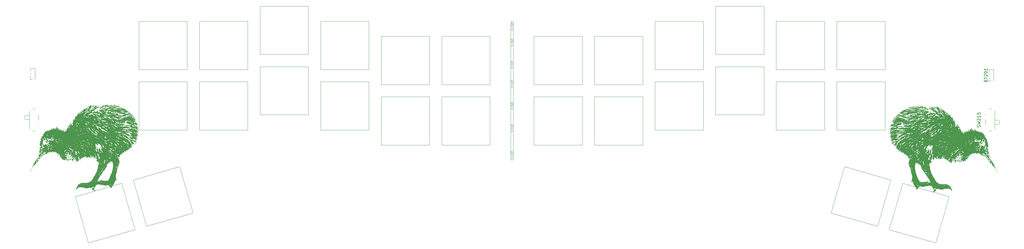
<source format=gbr>
%TF.GenerationSoftware,KiCad,Pcbnew,8.0.0*%
%TF.CreationDate,2024-03-10T10:49:13-04:00*%
%TF.ProjectId,Kiwi MKIII,4b697769-204d-44b4-9949-492e6b696361,rev?*%
%TF.SameCoordinates,Original*%
%TF.FileFunction,Legend,Top*%
%TF.FilePolarity,Positive*%
%FSLAX46Y46*%
G04 Gerber Fmt 4.6, Leading zero omitted, Abs format (unit mm)*
G04 Created by KiCad (PCBNEW 8.0.0) date 2024-03-10 10:49:13*
%MOMM*%
%LPD*%
G01*
G04 APERTURE LIST*
%ADD10C,0.125000*%
%ADD11C,0.100000*%
%ADD12C,0.150000*%
%ADD13C,0.300000*%
%ADD14C,0.120000*%
%ADD15C,0.000000*%
G04 APERTURE END LIST*
D10*
X208754109Y-112733770D02*
X209254109Y-112567104D01*
X209254109Y-112567104D02*
X208754109Y-112400437D01*
X209063633Y-112233771D02*
X209063633Y-111852819D01*
X209206490Y-111329009D02*
X209230300Y-111352818D01*
X209230300Y-111352818D02*
X209254109Y-111424247D01*
X209254109Y-111424247D02*
X209254109Y-111471866D01*
X209254109Y-111471866D02*
X209230300Y-111543294D01*
X209230300Y-111543294D02*
X209182680Y-111590913D01*
X209182680Y-111590913D02*
X209135061Y-111614723D01*
X209135061Y-111614723D02*
X209039823Y-111638532D01*
X209039823Y-111638532D02*
X208968395Y-111638532D01*
X208968395Y-111638532D02*
X208873157Y-111614723D01*
X208873157Y-111614723D02*
X208825538Y-111590913D01*
X208825538Y-111590913D02*
X208777919Y-111543294D01*
X208777919Y-111543294D02*
X208754109Y-111471866D01*
X208754109Y-111471866D02*
X208754109Y-111424247D01*
X208754109Y-111424247D02*
X208777919Y-111352818D01*
X208777919Y-111352818D02*
X208801728Y-111329009D01*
X208754109Y-111114723D02*
X209158871Y-111114723D01*
X209158871Y-111114723D02*
X209206490Y-111090913D01*
X209206490Y-111090913D02*
X209230300Y-111067104D01*
X209230300Y-111067104D02*
X209254109Y-111019485D01*
X209254109Y-111019485D02*
X209254109Y-110924247D01*
X209254109Y-110924247D02*
X209230300Y-110876628D01*
X209230300Y-110876628D02*
X209206490Y-110852818D01*
X209206490Y-110852818D02*
X209158871Y-110829009D01*
X209158871Y-110829009D02*
X208754109Y-110829009D01*
X208754109Y-110662341D02*
X208754109Y-110376627D01*
X209254109Y-110519484D02*
X208754109Y-110519484D01*
X208754109Y-117733770D02*
X209254109Y-117567104D01*
X209254109Y-117567104D02*
X208754109Y-117400437D01*
X209063633Y-117233771D02*
X209063633Y-116852819D01*
X209206490Y-116329009D02*
X209230300Y-116352818D01*
X209230300Y-116352818D02*
X209254109Y-116424247D01*
X209254109Y-116424247D02*
X209254109Y-116471866D01*
X209254109Y-116471866D02*
X209230300Y-116543294D01*
X209230300Y-116543294D02*
X209182680Y-116590913D01*
X209182680Y-116590913D02*
X209135061Y-116614723D01*
X209135061Y-116614723D02*
X209039823Y-116638532D01*
X209039823Y-116638532D02*
X208968395Y-116638532D01*
X208968395Y-116638532D02*
X208873157Y-116614723D01*
X208873157Y-116614723D02*
X208825538Y-116590913D01*
X208825538Y-116590913D02*
X208777919Y-116543294D01*
X208777919Y-116543294D02*
X208754109Y-116471866D01*
X208754109Y-116471866D02*
X208754109Y-116424247D01*
X208754109Y-116424247D02*
X208777919Y-116352818D01*
X208777919Y-116352818D02*
X208801728Y-116329009D01*
X208754109Y-116114723D02*
X209158871Y-116114723D01*
X209158871Y-116114723D02*
X209206490Y-116090913D01*
X209206490Y-116090913D02*
X209230300Y-116067104D01*
X209230300Y-116067104D02*
X209254109Y-116019485D01*
X209254109Y-116019485D02*
X209254109Y-115924247D01*
X209254109Y-115924247D02*
X209230300Y-115876628D01*
X209230300Y-115876628D02*
X209206490Y-115852818D01*
X209206490Y-115852818D02*
X209158871Y-115829009D01*
X209158871Y-115829009D02*
X208754109Y-115829009D01*
X208754109Y-115662341D02*
X208754109Y-115376627D01*
X209254109Y-115519484D02*
X208754109Y-115519484D01*
X208754109Y-124733770D02*
X209254109Y-124567104D01*
X209254109Y-124567104D02*
X208754109Y-124400437D01*
X209063633Y-124233771D02*
X209063633Y-123852819D01*
X209206490Y-123329009D02*
X209230300Y-123352818D01*
X209230300Y-123352818D02*
X209254109Y-123424247D01*
X209254109Y-123424247D02*
X209254109Y-123471866D01*
X209254109Y-123471866D02*
X209230300Y-123543294D01*
X209230300Y-123543294D02*
X209182680Y-123590913D01*
X209182680Y-123590913D02*
X209135061Y-123614723D01*
X209135061Y-123614723D02*
X209039823Y-123638532D01*
X209039823Y-123638532D02*
X208968395Y-123638532D01*
X208968395Y-123638532D02*
X208873157Y-123614723D01*
X208873157Y-123614723D02*
X208825538Y-123590913D01*
X208825538Y-123590913D02*
X208777919Y-123543294D01*
X208777919Y-123543294D02*
X208754109Y-123471866D01*
X208754109Y-123471866D02*
X208754109Y-123424247D01*
X208754109Y-123424247D02*
X208777919Y-123352818D01*
X208777919Y-123352818D02*
X208801728Y-123329009D01*
X208754109Y-123114723D02*
X209158871Y-123114723D01*
X209158871Y-123114723D02*
X209206490Y-123090913D01*
X209206490Y-123090913D02*
X209230300Y-123067104D01*
X209230300Y-123067104D02*
X209254109Y-123019485D01*
X209254109Y-123019485D02*
X209254109Y-122924247D01*
X209254109Y-122924247D02*
X209230300Y-122876628D01*
X209230300Y-122876628D02*
X209206490Y-122852818D01*
X209206490Y-122852818D02*
X209158871Y-122829009D01*
X209158871Y-122829009D02*
X208754109Y-122829009D01*
X208754109Y-122662341D02*
X208754109Y-122376627D01*
X209254109Y-122519484D02*
X208754109Y-122519484D01*
X208754109Y-130733770D02*
X209254109Y-130567104D01*
X209254109Y-130567104D02*
X208754109Y-130400437D01*
X209063633Y-130233771D02*
X209063633Y-129852819D01*
X209206490Y-129329009D02*
X209230300Y-129352818D01*
X209230300Y-129352818D02*
X209254109Y-129424247D01*
X209254109Y-129424247D02*
X209254109Y-129471866D01*
X209254109Y-129471866D02*
X209230300Y-129543294D01*
X209230300Y-129543294D02*
X209182680Y-129590913D01*
X209182680Y-129590913D02*
X209135061Y-129614723D01*
X209135061Y-129614723D02*
X209039823Y-129638532D01*
X209039823Y-129638532D02*
X208968395Y-129638532D01*
X208968395Y-129638532D02*
X208873157Y-129614723D01*
X208873157Y-129614723D02*
X208825538Y-129590913D01*
X208825538Y-129590913D02*
X208777919Y-129543294D01*
X208777919Y-129543294D02*
X208754109Y-129471866D01*
X208754109Y-129471866D02*
X208754109Y-129424247D01*
X208754109Y-129424247D02*
X208777919Y-129352818D01*
X208777919Y-129352818D02*
X208801728Y-129329009D01*
X208754109Y-129114723D02*
X209158871Y-129114723D01*
X209158871Y-129114723D02*
X209206490Y-129090913D01*
X209206490Y-129090913D02*
X209230300Y-129067104D01*
X209230300Y-129067104D02*
X209254109Y-129019485D01*
X209254109Y-129019485D02*
X209254109Y-128924247D01*
X209254109Y-128924247D02*
X209230300Y-128876628D01*
X209230300Y-128876628D02*
X209206490Y-128852818D01*
X209206490Y-128852818D02*
X209158871Y-128829009D01*
X209158871Y-128829009D02*
X208754109Y-128829009D01*
X208754109Y-128662341D02*
X208754109Y-128376627D01*
X209254109Y-128519484D02*
X208754109Y-128519484D01*
X208754109Y-137733770D02*
X209254109Y-137567104D01*
X209254109Y-137567104D02*
X208754109Y-137400437D01*
X209063633Y-137233771D02*
X209063633Y-136852819D01*
X209206490Y-136329009D02*
X209230300Y-136352818D01*
X209230300Y-136352818D02*
X209254109Y-136424247D01*
X209254109Y-136424247D02*
X209254109Y-136471866D01*
X209254109Y-136471866D02*
X209230300Y-136543294D01*
X209230300Y-136543294D02*
X209182680Y-136590913D01*
X209182680Y-136590913D02*
X209135061Y-136614723D01*
X209135061Y-136614723D02*
X209039823Y-136638532D01*
X209039823Y-136638532D02*
X208968395Y-136638532D01*
X208968395Y-136638532D02*
X208873157Y-136614723D01*
X208873157Y-136614723D02*
X208825538Y-136590913D01*
X208825538Y-136590913D02*
X208777919Y-136543294D01*
X208777919Y-136543294D02*
X208754109Y-136471866D01*
X208754109Y-136471866D02*
X208754109Y-136424247D01*
X208754109Y-136424247D02*
X208777919Y-136352818D01*
X208777919Y-136352818D02*
X208801728Y-136329009D01*
X208754109Y-136114723D02*
X209158871Y-136114723D01*
X209158871Y-136114723D02*
X209206490Y-136090913D01*
X209206490Y-136090913D02*
X209230300Y-136067104D01*
X209230300Y-136067104D02*
X209254109Y-136019485D01*
X209254109Y-136019485D02*
X209254109Y-135924247D01*
X209254109Y-135924247D02*
X209230300Y-135876628D01*
X209230300Y-135876628D02*
X209206490Y-135852818D01*
X209206490Y-135852818D02*
X209158871Y-135829009D01*
X209158871Y-135829009D02*
X208754109Y-135829009D01*
X208754109Y-135662341D02*
X208754109Y-135376627D01*
X209254109Y-135519484D02*
X208754109Y-135519484D01*
X208754109Y-144733770D02*
X209254109Y-144567104D01*
X209254109Y-144567104D02*
X208754109Y-144400437D01*
X209063633Y-144233771D02*
X209063633Y-143852819D01*
X209206490Y-143329009D02*
X209230300Y-143352818D01*
X209230300Y-143352818D02*
X209254109Y-143424247D01*
X209254109Y-143424247D02*
X209254109Y-143471866D01*
X209254109Y-143471866D02*
X209230300Y-143543294D01*
X209230300Y-143543294D02*
X209182680Y-143590913D01*
X209182680Y-143590913D02*
X209135061Y-143614723D01*
X209135061Y-143614723D02*
X209039823Y-143638532D01*
X209039823Y-143638532D02*
X208968395Y-143638532D01*
X208968395Y-143638532D02*
X208873157Y-143614723D01*
X208873157Y-143614723D02*
X208825538Y-143590913D01*
X208825538Y-143590913D02*
X208777919Y-143543294D01*
X208777919Y-143543294D02*
X208754109Y-143471866D01*
X208754109Y-143471866D02*
X208754109Y-143424247D01*
X208754109Y-143424247D02*
X208777919Y-143352818D01*
X208777919Y-143352818D02*
X208801728Y-143329009D01*
X208754109Y-143114723D02*
X209158871Y-143114723D01*
X209158871Y-143114723D02*
X209206490Y-143090913D01*
X209206490Y-143090913D02*
X209230300Y-143067104D01*
X209230300Y-143067104D02*
X209254109Y-143019485D01*
X209254109Y-143019485D02*
X209254109Y-142924247D01*
X209254109Y-142924247D02*
X209230300Y-142876628D01*
X209230300Y-142876628D02*
X209206490Y-142852818D01*
X209206490Y-142852818D02*
X209158871Y-142829009D01*
X209158871Y-142829009D02*
X208754109Y-142829009D01*
X208754109Y-142662341D02*
X208754109Y-142376627D01*
X209254109Y-142519484D02*
X208754109Y-142519484D01*
X208754109Y-153183770D02*
X209254109Y-153017104D01*
X209254109Y-153017104D02*
X208754109Y-152850437D01*
X209063633Y-152683771D02*
X209063633Y-152302819D01*
X209206490Y-151779009D02*
X209230300Y-151802818D01*
X209230300Y-151802818D02*
X209254109Y-151874247D01*
X209254109Y-151874247D02*
X209254109Y-151921866D01*
X209254109Y-151921866D02*
X209230300Y-151993294D01*
X209230300Y-151993294D02*
X209182680Y-152040913D01*
X209182680Y-152040913D02*
X209135061Y-152064723D01*
X209135061Y-152064723D02*
X209039823Y-152088532D01*
X209039823Y-152088532D02*
X208968395Y-152088532D01*
X208968395Y-152088532D02*
X208873157Y-152064723D01*
X208873157Y-152064723D02*
X208825538Y-152040913D01*
X208825538Y-152040913D02*
X208777919Y-151993294D01*
X208777919Y-151993294D02*
X208754109Y-151921866D01*
X208754109Y-151921866D02*
X208754109Y-151874247D01*
X208754109Y-151874247D02*
X208777919Y-151802818D01*
X208777919Y-151802818D02*
X208801728Y-151779009D01*
X208754109Y-151564723D02*
X209158871Y-151564723D01*
X209158871Y-151564723D02*
X209206490Y-151540913D01*
X209206490Y-151540913D02*
X209230300Y-151517104D01*
X209230300Y-151517104D02*
X209254109Y-151469485D01*
X209254109Y-151469485D02*
X209254109Y-151374247D01*
X209254109Y-151374247D02*
X209230300Y-151326628D01*
X209230300Y-151326628D02*
X209206490Y-151302818D01*
X209206490Y-151302818D02*
X209158871Y-151279009D01*
X209158871Y-151279009D02*
X208754109Y-151279009D01*
X208754109Y-151112341D02*
X208754109Y-150826627D01*
X209254109Y-150969484D02*
X208754109Y-150969484D01*
D11*
X208629300Y-110005200D02*
X209429300Y-110005200D01*
X209429300Y-153555200D01*
X208629300Y-153555200D01*
X208629300Y-110005200D01*
D12*
X356311507Y-143265913D02*
X356359126Y-143123056D01*
X356359126Y-143123056D02*
X356359126Y-142884961D01*
X356359126Y-142884961D02*
X356311507Y-142789723D01*
X356311507Y-142789723D02*
X356263887Y-142742104D01*
X356263887Y-142742104D02*
X356168649Y-142694485D01*
X356168649Y-142694485D02*
X356073411Y-142694485D01*
X356073411Y-142694485D02*
X355978173Y-142742104D01*
X355978173Y-142742104D02*
X355930554Y-142789723D01*
X355930554Y-142789723D02*
X355882935Y-142884961D01*
X355882935Y-142884961D02*
X355835316Y-143075437D01*
X355835316Y-143075437D02*
X355787697Y-143170675D01*
X355787697Y-143170675D02*
X355740078Y-143218294D01*
X355740078Y-143218294D02*
X355644840Y-143265913D01*
X355644840Y-143265913D02*
X355549602Y-143265913D01*
X355549602Y-143265913D02*
X355454364Y-143218294D01*
X355454364Y-143218294D02*
X355406745Y-143170675D01*
X355406745Y-143170675D02*
X355359126Y-143075437D01*
X355359126Y-143075437D02*
X355359126Y-142837342D01*
X355359126Y-142837342D02*
X355406745Y-142694485D01*
X355359126Y-142361151D02*
X356359126Y-142123056D01*
X356359126Y-142123056D02*
X355644840Y-141932580D01*
X355644840Y-141932580D02*
X356359126Y-141742104D01*
X356359126Y-141742104D02*
X355359126Y-141504009D01*
X355454364Y-141170675D02*
X355406745Y-141123056D01*
X355406745Y-141123056D02*
X355359126Y-141027818D01*
X355359126Y-141027818D02*
X355359126Y-140789723D01*
X355359126Y-140789723D02*
X355406745Y-140694485D01*
X355406745Y-140694485D02*
X355454364Y-140646866D01*
X355454364Y-140646866D02*
X355549602Y-140599247D01*
X355549602Y-140599247D02*
X355644840Y-140599247D01*
X355644840Y-140599247D02*
X355787697Y-140646866D01*
X355787697Y-140646866D02*
X356359126Y-141218294D01*
X356359126Y-141218294D02*
X356359126Y-140599247D01*
X356359126Y-139646866D02*
X356359126Y-140218294D01*
X356359126Y-139932580D02*
X355359126Y-139932580D01*
X355359126Y-139932580D02*
X355501983Y-140027818D01*
X355501983Y-140027818D02*
X355597221Y-140123056D01*
X355597221Y-140123056D02*
X355644840Y-140218294D01*
X355359126Y-138742104D02*
X355359126Y-139218294D01*
X355359126Y-139218294D02*
X355835316Y-139265913D01*
X355835316Y-139265913D02*
X355787697Y-139218294D01*
X355787697Y-139218294D02*
X355740078Y-139123056D01*
X355740078Y-139123056D02*
X355740078Y-138884961D01*
X355740078Y-138884961D02*
X355787697Y-138789723D01*
X355787697Y-138789723D02*
X355835316Y-138742104D01*
X355835316Y-138742104D02*
X355930554Y-138694485D01*
X355930554Y-138694485D02*
X356168649Y-138694485D01*
X356168649Y-138694485D02*
X356263887Y-138742104D01*
X356263887Y-138742104D02*
X356311507Y-138789723D01*
X356311507Y-138789723D02*
X356359126Y-138884961D01*
X356359126Y-138884961D02*
X356359126Y-139123056D01*
X356359126Y-139123056D02*
X356311507Y-139218294D01*
X356311507Y-139218294D02*
X356263887Y-139265913D01*
X358015309Y-128645795D02*
X358062928Y-128502938D01*
X358062928Y-128502938D02*
X358110547Y-128455319D01*
X358110547Y-128455319D02*
X358205785Y-128407700D01*
X358205785Y-128407700D02*
X358348642Y-128407700D01*
X358348642Y-128407700D02*
X358443880Y-128455319D01*
X358443880Y-128455319D02*
X358491500Y-128502938D01*
X358491500Y-128502938D02*
X358539119Y-128598176D01*
X358539119Y-128598176D02*
X358539119Y-128979128D01*
X358539119Y-128979128D02*
X357539119Y-128979128D01*
X357539119Y-128979128D02*
X357539119Y-128645795D01*
X357539119Y-128645795D02*
X357586738Y-128550557D01*
X357586738Y-128550557D02*
X357634357Y-128502938D01*
X357634357Y-128502938D02*
X357729595Y-128455319D01*
X357729595Y-128455319D02*
X357824833Y-128455319D01*
X357824833Y-128455319D02*
X357920071Y-128502938D01*
X357920071Y-128502938D02*
X357967690Y-128550557D01*
X357967690Y-128550557D02*
X358015309Y-128645795D01*
X358015309Y-128645795D02*
X358015309Y-128979128D01*
X357539119Y-128121985D02*
X357539119Y-127550557D01*
X358539119Y-127836271D02*
X357539119Y-127836271D01*
X357634357Y-127264842D02*
X357586738Y-127217223D01*
X357586738Y-127217223D02*
X357539119Y-127121985D01*
X357539119Y-127121985D02*
X357539119Y-126883890D01*
X357539119Y-126883890D02*
X357586738Y-126788652D01*
X357586738Y-126788652D02*
X357634357Y-126741033D01*
X357634357Y-126741033D02*
X357729595Y-126693414D01*
X357729595Y-126693414D02*
X357824833Y-126693414D01*
X357824833Y-126693414D02*
X357967690Y-126741033D01*
X357967690Y-126741033D02*
X358539119Y-127312461D01*
X358539119Y-127312461D02*
X358539119Y-126693414D01*
X357539119Y-126074366D02*
X357539119Y-125979128D01*
X357539119Y-125979128D02*
X357586738Y-125883890D01*
X357586738Y-125883890D02*
X357634357Y-125836271D01*
X357634357Y-125836271D02*
X357729595Y-125788652D01*
X357729595Y-125788652D02*
X357920071Y-125741033D01*
X357920071Y-125741033D02*
X358158166Y-125741033D01*
X358158166Y-125741033D02*
X358348642Y-125788652D01*
X358348642Y-125788652D02*
X358443880Y-125836271D01*
X358443880Y-125836271D02*
X358491500Y-125883890D01*
X358491500Y-125883890D02*
X358539119Y-125979128D01*
X358539119Y-125979128D02*
X358539119Y-126074366D01*
X358539119Y-126074366D02*
X358491500Y-126169604D01*
X358491500Y-126169604D02*
X358443880Y-126217223D01*
X358443880Y-126217223D02*
X358348642Y-126264842D01*
X358348642Y-126264842D02*
X358158166Y-126312461D01*
X358158166Y-126312461D02*
X357920071Y-126312461D01*
X357920071Y-126312461D02*
X357729595Y-126264842D01*
X357729595Y-126264842D02*
X357634357Y-126217223D01*
X357634357Y-126217223D02*
X357586738Y-126169604D01*
X357586738Y-126169604D02*
X357539119Y-126074366D01*
X358539119Y-124788652D02*
X358539119Y-125360080D01*
X358539119Y-125074366D02*
X357539119Y-125074366D01*
X357539119Y-125074366D02*
X357681976Y-125169604D01*
X357681976Y-125169604D02*
X357777214Y-125264842D01*
X357777214Y-125264842D02*
X357824833Y-125360080D01*
D13*
X347671727Y-151449588D02*
X347814585Y-151378159D01*
X347814585Y-151378159D02*
X348028870Y-151378159D01*
X348028870Y-151378159D02*
X348243156Y-151449588D01*
X348243156Y-151449588D02*
X348386013Y-151592445D01*
X348386013Y-151592445D02*
X348457442Y-151735302D01*
X348457442Y-151735302D02*
X348528870Y-152021016D01*
X348528870Y-152021016D02*
X348528870Y-152235302D01*
X348528870Y-152235302D02*
X348457442Y-152521016D01*
X348457442Y-152521016D02*
X348386013Y-152663873D01*
X348386013Y-152663873D02*
X348243156Y-152806731D01*
X348243156Y-152806731D02*
X348028870Y-152878159D01*
X348028870Y-152878159D02*
X347886013Y-152878159D01*
X347886013Y-152878159D02*
X347671727Y-152806731D01*
X347671727Y-152806731D02*
X347600299Y-152735302D01*
X347600299Y-152735302D02*
X347600299Y-152235302D01*
X347600299Y-152235302D02*
X347886013Y-152235302D01*
X346743156Y-151378159D02*
X346743156Y-151735302D01*
X347100299Y-151592445D02*
X346743156Y-151735302D01*
X346743156Y-151735302D02*
X346386013Y-151592445D01*
X346957442Y-152021016D02*
X346743156Y-151735302D01*
X346743156Y-151735302D02*
X346528870Y-152021016D01*
X345600299Y-151378159D02*
X345600299Y-151735302D01*
X345957442Y-151592445D02*
X345600299Y-151735302D01*
X345600299Y-151735302D02*
X345243156Y-151592445D01*
X345814585Y-152021016D02*
X345600299Y-151735302D01*
X345600299Y-151735302D02*
X345386013Y-152021016D01*
X344457442Y-151378159D02*
X344457442Y-151735302D01*
X344814585Y-151592445D02*
X344457442Y-151735302D01*
X344457442Y-151735302D02*
X344100299Y-151592445D01*
X344671728Y-152021016D02*
X344457442Y-151735302D01*
X344457442Y-151735302D02*
X344243156Y-152021016D01*
X74958873Y-151032088D02*
X74816016Y-150960659D01*
X74816016Y-150960659D02*
X74601730Y-150960659D01*
X74601730Y-150960659D02*
X74387444Y-151032088D01*
X74387444Y-151032088D02*
X74244587Y-151174945D01*
X74244587Y-151174945D02*
X74173158Y-151317802D01*
X74173158Y-151317802D02*
X74101730Y-151603516D01*
X74101730Y-151603516D02*
X74101730Y-151817802D01*
X74101730Y-151817802D02*
X74173158Y-152103516D01*
X74173158Y-152103516D02*
X74244587Y-152246373D01*
X74244587Y-152246373D02*
X74387444Y-152389231D01*
X74387444Y-152389231D02*
X74601730Y-152460659D01*
X74601730Y-152460659D02*
X74744587Y-152460659D01*
X74744587Y-152460659D02*
X74958873Y-152389231D01*
X74958873Y-152389231D02*
X75030301Y-152317802D01*
X75030301Y-152317802D02*
X75030301Y-151817802D01*
X75030301Y-151817802D02*
X74744587Y-151817802D01*
X75887444Y-150960659D02*
X75887444Y-151317802D01*
X75530301Y-151174945D02*
X75887444Y-151317802D01*
X75887444Y-151317802D02*
X76244587Y-151174945D01*
X75673158Y-151603516D02*
X75887444Y-151317802D01*
X75887444Y-151317802D02*
X76101730Y-151603516D01*
X77030301Y-150960659D02*
X77030301Y-151317802D01*
X76673158Y-151174945D02*
X77030301Y-151317802D01*
X77030301Y-151317802D02*
X77387444Y-151174945D01*
X76816015Y-151603516D02*
X77030301Y-151317802D01*
X77030301Y-151317802D02*
X77244587Y-151603516D01*
X78173158Y-150960659D02*
X78173158Y-151317802D01*
X77816015Y-151174945D02*
X78173158Y-151317802D01*
X78173158Y-151317802D02*
X78530301Y-151174945D01*
X77958872Y-151603516D02*
X78173158Y-151317802D01*
X78173158Y-151317802D02*
X78387444Y-151603516D01*
D14*
%TO.C,SW203*%
X254029300Y-109892700D02*
X254029300Y-125092700D01*
X254029300Y-125092700D02*
X269229300Y-125092700D01*
X269229300Y-109892700D02*
X254029300Y-109892700D01*
X269229300Y-125092700D02*
X269229300Y-109892700D01*
%TO.C,SW209*%
X254029300Y-128942700D02*
X254029300Y-144142700D01*
X254029300Y-144142700D02*
X269229300Y-144142700D01*
X269229300Y-128942700D02*
X254029300Y-128942700D01*
X269229300Y-144142700D02*
X269229300Y-128942700D01*
%TO.C,SW310*%
X129779300Y-124180200D02*
X129779300Y-139380200D01*
X129779300Y-139380200D02*
X144979300Y-139380200D01*
X144979300Y-124180200D02*
X129779300Y-124180200D01*
X144979300Y-139380200D02*
X144979300Y-124180200D01*
%TO.C,SW303*%
X148829300Y-109892700D02*
X148829300Y-125092700D01*
X148829300Y-125092700D02*
X164029300Y-125092700D01*
X164029300Y-109892700D02*
X148829300Y-109892700D01*
X164029300Y-125092700D02*
X164029300Y-109892700D01*
%TO.C,SW201*%
X215929300Y-114655200D02*
X215929300Y-129855200D01*
X215929300Y-129855200D02*
X231129300Y-129855200D01*
X231129300Y-114655200D02*
X215929300Y-114655200D01*
X231129300Y-129855200D02*
X231129300Y-114655200D01*
%TO.C,SW207*%
X215929300Y-133705200D02*
X215929300Y-148905200D01*
X215929300Y-148905200D02*
X231129300Y-148905200D01*
X231129300Y-133705200D02*
X215929300Y-133705200D01*
X231129300Y-148905200D02*
X231129300Y-133705200D01*
%TO.C,SW208*%
X234979300Y-133705200D02*
X234979300Y-148905200D01*
X234979300Y-148905200D02*
X250179300Y-148905200D01*
X250179300Y-133705200D02*
X234979300Y-133705200D01*
X250179300Y-148905200D02*
X250179300Y-133705200D01*
%TO.C,SW302*%
X167879300Y-114655200D02*
X167879300Y-129855200D01*
X167879300Y-129855200D02*
X183079300Y-129855200D01*
X183079300Y-114655200D02*
X167879300Y-114655200D01*
X183079300Y-129855200D02*
X183079300Y-114655200D01*
%TO.C,SW212*%
X311179300Y-128942700D02*
X311179300Y-144142700D01*
X311179300Y-144142700D02*
X326379300Y-144142700D01*
X326379300Y-128942700D02*
X311179300Y-128942700D01*
X326379300Y-144142700D02*
X326379300Y-128942700D01*
%TO.C,SW305*%
X110729300Y-109892700D02*
X110729300Y-125092700D01*
X110729300Y-125092700D02*
X125929300Y-125092700D01*
X125929300Y-109892700D02*
X110729300Y-109892700D01*
X125929300Y-125092700D02*
X125929300Y-109892700D01*
%TO.C,SW315*%
X55724293Y-139780200D02*
X55724293Y-140680200D01*
X55934293Y-139580200D02*
X55724293Y-139780200D01*
X55934293Y-140880200D02*
X55724293Y-140680200D01*
X55934293Y-140880200D02*
X57224293Y-140880200D01*
X57224293Y-138130200D02*
X57224293Y-143830200D01*
X57224293Y-139580200D02*
X55934293Y-139580200D01*
X58234293Y-144430200D02*
X59024293Y-144430200D01*
X59024293Y-137530200D02*
X58234293Y-137530200D01*
X60074293Y-139380200D02*
X60074293Y-141080200D01*
X60074293Y-142380200D02*
X60074293Y-142580200D01*
%TO.C,SW206*%
X311179300Y-109892700D02*
X311179300Y-125092700D01*
X311179300Y-125092700D02*
X326379300Y-125092700D01*
X326379300Y-109892700D02*
X311179300Y-109892700D01*
X326379300Y-125092700D02*
X326379300Y-109892700D01*
%TO.C,SW304*%
X129779300Y-105130200D02*
X129779300Y-120330200D01*
X129779300Y-120330200D02*
X144979300Y-120330200D01*
X144979300Y-105130200D02*
X129779300Y-105130200D01*
X144979300Y-120330200D02*
X144979300Y-105130200D01*
%TO.C,SW309*%
X148829300Y-128942700D02*
X148829300Y-144142700D01*
X148829300Y-144142700D02*
X164029300Y-144142700D01*
X164029300Y-128942700D02*
X148829300Y-128942700D01*
X164029300Y-144142700D02*
X164029300Y-128942700D01*
%TO.C,SW215*%
X357984307Y-139580200D02*
X357984307Y-139380200D01*
X357984307Y-142580200D02*
X357984307Y-140880200D01*
X359034307Y-144430200D02*
X359824307Y-144430200D01*
X359824307Y-137530200D02*
X359034307Y-137530200D01*
X360834307Y-142380200D02*
X362124307Y-142380200D01*
X360834307Y-143830200D02*
X360834307Y-138130200D01*
X362124307Y-141080200D02*
X360834307Y-141080200D01*
X362124307Y-141080200D02*
X362334307Y-141280200D01*
X362124307Y-142380200D02*
X362334307Y-142180200D01*
X362334307Y-142180200D02*
X362334307Y-141280200D01*
%TO.C,SW202*%
X234979300Y-114655200D02*
X234979300Y-129855200D01*
X234979300Y-129855200D02*
X250179300Y-129855200D01*
X250179300Y-114655200D02*
X234979300Y-114655200D01*
X250179300Y-129855200D02*
X250179300Y-114655200D01*
%TO.C,SW307*%
X186929300Y-133705200D02*
X186929300Y-148905200D01*
X186929300Y-148905200D02*
X202129300Y-148905200D01*
X202129300Y-133705200D02*
X186929300Y-133705200D01*
X202129300Y-148905200D02*
X202129300Y-133705200D01*
%TO.C,SW311*%
X110729300Y-128942700D02*
X110729300Y-144142700D01*
X110729300Y-144142700D02*
X125929300Y-144142700D01*
X125929300Y-128942700D02*
X110729300Y-128942700D01*
X125929300Y-144142700D02*
X125929300Y-128942700D01*
%TO.C,BT201*%
X359019300Y-128672700D02*
X359019300Y-127542700D01*
X359084300Y-125142700D02*
X360474300Y-125142700D01*
X359084300Y-125965170D02*
X359084300Y-125142700D01*
X359084300Y-126782700D02*
X359084300Y-126580230D01*
X359215829Y-126782700D02*
X359084300Y-126782700D01*
X359779300Y-128672700D02*
X359019300Y-128672700D01*
X360485829Y-126782700D02*
X360342771Y-126782700D01*
X360539300Y-126979229D02*
X360539300Y-126836171D01*
X360539300Y-128672700D02*
X360474300Y-128672700D01*
X360539300Y-128672700D02*
X360539300Y-125142700D01*
X360539300Y-128672700D02*
X360539300Y-128106171D01*
%TO.C,SW205*%
X292129300Y-109892700D02*
X292129300Y-125092700D01*
X292129300Y-125092700D02*
X307329300Y-125092700D01*
X307329300Y-109892700D02*
X292129300Y-109892700D01*
X307329300Y-125092700D02*
X307329300Y-109892700D01*
%TO.C,SW214*%
X327690902Y-175565554D02*
X342302080Y-179755242D01*
X331880590Y-160954376D02*
X327690902Y-175565554D01*
X342302080Y-179755242D02*
X346491768Y-165144064D01*
X346491768Y-165144064D02*
X331880590Y-160954376D01*
%TO.C,SW313*%
X89878867Y-159906955D02*
X94068555Y-174518133D01*
X94068555Y-174518133D02*
X108679733Y-170328445D01*
X104490045Y-155717267D02*
X89878867Y-159906955D01*
X108679733Y-170328445D02*
X104490045Y-155717267D01*
%TO.C,SW308*%
X167879300Y-133705200D02*
X167879300Y-148905200D01*
X167879300Y-148905200D02*
X183079300Y-148905200D01*
X183079300Y-133705200D02*
X167879300Y-133705200D01*
X183079300Y-148905200D02*
X183079300Y-133705200D01*
%TO.C,SW211*%
X292129300Y-128942700D02*
X292129300Y-144142700D01*
X292129300Y-144142700D02*
X307329300Y-144142700D01*
X307329300Y-128942700D02*
X292129300Y-128942700D01*
X307329300Y-144142700D02*
X307329300Y-128942700D01*
%TO.C,SW312*%
X91679300Y-128942700D02*
X91679300Y-144142700D01*
X91679300Y-144142700D02*
X106879300Y-144142700D01*
X106879300Y-128942700D02*
X91679300Y-128942700D01*
X106879300Y-144142700D02*
X106879300Y-128942700D01*
%TO.C,SW210*%
X273079300Y-124180200D02*
X273079300Y-139380200D01*
X273079300Y-139380200D02*
X288279300Y-139380200D01*
X288279300Y-124180200D02*
X273079300Y-124180200D01*
X288279300Y-139380200D02*
X288279300Y-124180200D01*
%TO.C,BT301*%
X57519293Y-128297700D02*
X57519293Y-127167700D01*
X57584293Y-124767700D02*
X58974293Y-124767700D01*
X57584293Y-125590170D02*
X57584293Y-124767700D01*
X57584293Y-126407700D02*
X57584293Y-126205230D01*
X57715822Y-126407700D02*
X57584293Y-126407700D01*
X58279293Y-128297700D02*
X57519293Y-128297700D01*
X58985822Y-126407700D02*
X58842764Y-126407700D01*
X59039293Y-126604229D02*
X59039293Y-126461171D01*
X59039293Y-128297700D02*
X58974293Y-128297700D01*
X59039293Y-128297700D02*
X59039293Y-124767700D01*
X59039293Y-128297700D02*
X59039293Y-127731171D01*
D15*
%TO.C,G\u002A\u002A\u002A*%
G36*
X359118212Y-152234783D02*
G01*
X359118210Y-152234790D01*
X359118209Y-152234781D01*
X359118212Y-152234783D01*
G37*
G36*
X327554300Y-146474569D02*
G01*
X327511967Y-146516903D01*
X327469634Y-146474569D01*
X327511967Y-146432236D01*
X327554300Y-146474569D01*
G37*
G36*
X327723634Y-146305236D02*
G01*
X327681300Y-146347569D01*
X327638967Y-146305236D01*
X327681300Y-146262903D01*
X327723634Y-146305236D01*
G37*
G36*
X327808300Y-143257236D02*
G01*
X327765967Y-143299569D01*
X327723634Y-143257236D01*
X327765967Y-143214903D01*
X327808300Y-143257236D01*
G37*
G36*
X327808300Y-145035236D02*
G01*
X327765967Y-145077569D01*
X327723634Y-145035236D01*
X327765967Y-144992903D01*
X327808300Y-145035236D01*
G37*
G36*
X327892967Y-146813236D02*
G01*
X327850634Y-146855569D01*
X327808300Y-146813236D01*
X327850634Y-146770903D01*
X327892967Y-146813236D01*
G37*
G36*
X327977634Y-142749236D02*
G01*
X327935300Y-142791569D01*
X327892967Y-142749236D01*
X327935300Y-142706903D01*
X327977634Y-142749236D01*
G37*
G36*
X328146967Y-141902569D02*
G01*
X328104634Y-141944903D01*
X328062300Y-141902569D01*
X328104634Y-141860236D01*
X328146967Y-141902569D01*
G37*
G36*
X328400967Y-141987236D02*
G01*
X328358634Y-142029569D01*
X328316300Y-141987236D01*
X328358634Y-141944903D01*
X328400967Y-141987236D01*
G37*
G36*
X328570300Y-147913903D02*
G01*
X328527967Y-147956236D01*
X328485634Y-147913903D01*
X328527967Y-147871569D01*
X328570300Y-147913903D01*
G37*
G36*
X328654967Y-140801903D02*
G01*
X328612634Y-140844236D01*
X328570300Y-140801903D01*
X328612634Y-140759569D01*
X328654967Y-140801903D01*
G37*
G36*
X328654967Y-148591236D02*
G01*
X328612634Y-148633569D01*
X328570300Y-148591236D01*
X328612634Y-148548903D01*
X328654967Y-148591236D01*
G37*
G36*
X328908967Y-140463236D02*
G01*
X328866634Y-140505569D01*
X328824300Y-140463236D01*
X328866634Y-140420903D01*
X328908967Y-140463236D01*
G37*
G36*
X328908967Y-147659903D02*
G01*
X328866634Y-147702236D01*
X328824300Y-147659903D01*
X328866634Y-147617569D01*
X328908967Y-147659903D01*
G37*
G36*
X329247634Y-140293903D02*
G01*
X329205300Y-140336236D01*
X329162967Y-140293903D01*
X329205300Y-140251569D01*
X329247634Y-140293903D01*
G37*
G36*
X329416967Y-148252569D02*
G01*
X329374634Y-148294903D01*
X329332300Y-148252569D01*
X329374634Y-148210236D01*
X329416967Y-148252569D01*
G37*
G36*
X329416967Y-149607236D02*
G01*
X329374634Y-149649569D01*
X329332300Y-149607236D01*
X329374634Y-149564903D01*
X329416967Y-149607236D01*
G37*
G36*
X329755634Y-149776569D02*
G01*
X329713300Y-149818903D01*
X329670967Y-149776569D01*
X329713300Y-149734236D01*
X329755634Y-149776569D01*
G37*
G36*
X329840300Y-149522569D02*
G01*
X329797967Y-149564903D01*
X329755634Y-149522569D01*
X329797967Y-149480236D01*
X329840300Y-149522569D01*
G37*
G36*
X329924967Y-147575236D02*
G01*
X329882634Y-147617569D01*
X329840300Y-147575236D01*
X329882634Y-147532903D01*
X329924967Y-147575236D01*
G37*
G36*
X329924967Y-150453903D02*
G01*
X329882634Y-150496236D01*
X329840300Y-150453903D01*
X329882634Y-150411569D01*
X329924967Y-150453903D01*
G37*
G36*
X330348300Y-150115236D02*
G01*
X330305967Y-150157569D01*
X330263634Y-150115236D01*
X330305967Y-150072903D01*
X330348300Y-150115236D01*
G37*
G36*
X330348300Y-150369236D02*
G01*
X330305967Y-150411569D01*
X330263634Y-150369236D01*
X330305967Y-150326903D01*
X330348300Y-150369236D01*
G37*
G36*
X330432967Y-150792569D02*
G01*
X330390634Y-150834903D01*
X330348300Y-150792569D01*
X330390634Y-150750236D01*
X330432967Y-150792569D01*
G37*
G36*
X330602300Y-138600569D02*
G01*
X330559967Y-138642903D01*
X330517634Y-138600569D01*
X330559967Y-138558236D01*
X330602300Y-138600569D01*
G37*
G36*
X330602300Y-150707903D02*
G01*
X330559967Y-150750236D01*
X330517634Y-150707903D01*
X330559967Y-150665569D01*
X330602300Y-150707903D01*
G37*
G36*
X330686967Y-144103903D02*
G01*
X330644634Y-144146236D01*
X330602300Y-144103903D01*
X330644634Y-144061569D01*
X330686967Y-144103903D01*
G37*
G36*
X331364300Y-151385236D02*
G01*
X331321967Y-151427569D01*
X331279634Y-151385236D01*
X331321967Y-151342903D01*
X331364300Y-151385236D01*
G37*
G36*
X331618300Y-142749236D02*
G01*
X331575967Y-142791569D01*
X331533634Y-142749236D01*
X331575967Y-142706903D01*
X331618300Y-142749236D01*
G37*
G36*
X331872300Y-139277903D02*
G01*
X331829967Y-139320236D01*
X331787634Y-139277903D01*
X331829967Y-139235569D01*
X331872300Y-139277903D01*
G37*
G36*
X331872300Y-151554569D02*
G01*
X331829967Y-151596903D01*
X331787634Y-151554569D01*
X331829967Y-151512236D01*
X331872300Y-151554569D01*
G37*
G36*
X332634300Y-137415236D02*
G01*
X332591967Y-137457569D01*
X332549634Y-137415236D01*
X332591967Y-137372903D01*
X332634300Y-137415236D01*
G37*
G36*
X332634300Y-151893236D02*
G01*
X332591967Y-151935569D01*
X332549634Y-151893236D01*
X332591967Y-151850903D01*
X332634300Y-151893236D01*
G37*
G36*
X333904300Y-137245903D02*
G01*
X333861967Y-137288236D01*
X333819634Y-137245903D01*
X333861967Y-137203569D01*
X333904300Y-137245903D01*
G37*
G36*
X334750967Y-149353236D02*
G01*
X334708634Y-149395569D01*
X334666300Y-149353236D01*
X334708634Y-149310903D01*
X334750967Y-149353236D01*
G37*
G36*
X335089634Y-152655236D02*
G01*
X335047300Y-152697569D01*
X335004967Y-152655236D01*
X335047300Y-152612903D01*
X335089634Y-152655236D01*
G37*
G36*
X335258967Y-139531903D02*
G01*
X335216634Y-139574236D01*
X335174300Y-139531903D01*
X335216634Y-139489569D01*
X335258967Y-139531903D01*
G37*
G36*
X336528967Y-140971236D02*
G01*
X336486634Y-141013569D01*
X336444300Y-140971236D01*
X336486634Y-140928903D01*
X336528967Y-140971236D01*
G37*
G36*
X336613634Y-154856569D02*
G01*
X336571300Y-154898903D01*
X336528967Y-154856569D01*
X336571300Y-154814236D01*
X336613634Y-154856569D01*
G37*
G36*
X337121634Y-136737903D02*
G01*
X337079300Y-136780236D01*
X337036967Y-136737903D01*
X337079300Y-136695569D01*
X337121634Y-136737903D01*
G37*
G36*
X338391634Y-150030569D02*
G01*
X338349300Y-150072903D01*
X338306967Y-150030569D01*
X338349300Y-149988236D01*
X338391634Y-150030569D01*
G37*
G36*
X338391634Y-154094569D02*
G01*
X338349300Y-154136903D01*
X338306967Y-154094569D01*
X338349300Y-154052236D01*
X338391634Y-154094569D01*
G37*
G36*
X338476300Y-142664569D02*
G01*
X338433967Y-142706903D01*
X338391634Y-142664569D01*
X338433967Y-142622236D01*
X338476300Y-142664569D01*
G37*
G36*
X338645634Y-144781236D02*
G01*
X338603300Y-144823569D01*
X338560967Y-144781236D01*
X338603300Y-144738903D01*
X338645634Y-144781236D01*
G37*
G36*
X339068967Y-144611903D02*
G01*
X339026634Y-144654236D01*
X338984300Y-144611903D01*
X339026634Y-144569569D01*
X339068967Y-144611903D01*
G37*
G36*
X339746300Y-137245903D02*
G01*
X339703967Y-137288236D01*
X339661634Y-137245903D01*
X339703967Y-137203569D01*
X339746300Y-137245903D01*
G37*
G36*
X339830967Y-149776569D02*
G01*
X339788634Y-149818903D01*
X339746300Y-149776569D01*
X339788634Y-149734236D01*
X339830967Y-149776569D01*
G37*
G36*
X340084967Y-137584569D02*
G01*
X340042634Y-137626903D01*
X340000300Y-137584569D01*
X340042634Y-137542236D01*
X340084967Y-137584569D01*
G37*
G36*
X340084967Y-149691903D02*
G01*
X340042634Y-149734236D01*
X340000300Y-149691903D01*
X340042634Y-149649569D01*
X340084967Y-149691903D01*
G37*
G36*
X340169634Y-150199903D02*
G01*
X340127300Y-150242236D01*
X340084967Y-150199903D01*
X340127300Y-150157569D01*
X340169634Y-150199903D01*
G37*
G36*
X340592967Y-137669236D02*
G01*
X340550634Y-137711569D01*
X340508300Y-137669236D01*
X340550634Y-137626903D01*
X340592967Y-137669236D01*
G37*
G36*
X340592967Y-145035236D02*
G01*
X340550634Y-145077569D01*
X340508300Y-145035236D01*
X340550634Y-144992903D01*
X340592967Y-145035236D01*
G37*
G36*
X340762300Y-137838569D02*
G01*
X340719967Y-137880903D01*
X340677634Y-137838569D01*
X340719967Y-137796236D01*
X340762300Y-137838569D01*
G37*
G36*
X340762300Y-150030569D02*
G01*
X340719967Y-150072903D01*
X340677634Y-150030569D01*
X340719967Y-149988236D01*
X340762300Y-150030569D01*
G37*
G36*
X340762300Y-150199903D02*
G01*
X340719967Y-150242236D01*
X340677634Y-150199903D01*
X340719967Y-150157569D01*
X340762300Y-150199903D01*
G37*
G36*
X340931634Y-144865903D02*
G01*
X340889300Y-144908236D01*
X340846967Y-144865903D01*
X340889300Y-144823569D01*
X340931634Y-144865903D01*
G37*
G36*
X341100967Y-154348569D02*
G01*
X341058634Y-154390903D01*
X341016300Y-154348569D01*
X341058634Y-154306236D01*
X341100967Y-154348569D01*
G37*
G36*
X341185634Y-154094569D02*
G01*
X341143300Y-154136903D01*
X341100967Y-154094569D01*
X341143300Y-154052236D01*
X341185634Y-154094569D01*
G37*
G36*
X341270300Y-154263903D02*
G01*
X341227967Y-154306236D01*
X341185634Y-154263903D01*
X341227967Y-154221569D01*
X341270300Y-154263903D01*
G37*
G36*
X341354967Y-136653236D02*
G01*
X341312634Y-136695569D01*
X341270300Y-136653236D01*
X341312634Y-136610903D01*
X341354967Y-136653236D01*
G37*
G36*
X341608967Y-136822569D02*
G01*
X341566634Y-136864903D01*
X341524300Y-136822569D01*
X341566634Y-136780236D01*
X341608967Y-136822569D01*
G37*
G36*
X341947634Y-136737903D02*
G01*
X341905300Y-136780236D01*
X341862967Y-136737903D01*
X341905300Y-136695569D01*
X341947634Y-136737903D01*
G37*
G36*
X342032300Y-152993903D02*
G01*
X341989967Y-153036236D01*
X341947634Y-152993903D01*
X341989967Y-152951569D01*
X342032300Y-152993903D01*
G37*
G36*
X342116967Y-153840569D02*
G01*
X342074634Y-153882903D01*
X342032300Y-153840569D01*
X342074634Y-153798236D01*
X342116967Y-153840569D01*
G37*
G36*
X342201634Y-138685236D02*
G01*
X342159300Y-138727569D01*
X342116967Y-138685236D01*
X342159300Y-138642903D01*
X342201634Y-138685236D01*
G37*
G36*
X342709634Y-153671236D02*
G01*
X342667300Y-153713569D01*
X342624967Y-153671236D01*
X342667300Y-153628903D01*
X342709634Y-153671236D01*
G37*
G36*
X343132967Y-144357903D02*
G01*
X343090634Y-144400236D01*
X343048300Y-144357903D01*
X343090634Y-144315569D01*
X343132967Y-144357903D01*
G37*
G36*
X343386967Y-136991903D02*
G01*
X343344634Y-137034236D01*
X343302300Y-136991903D01*
X343344634Y-136949569D01*
X343386967Y-136991903D01*
G37*
G36*
X344487634Y-152909236D02*
G01*
X344445300Y-152951569D01*
X344402967Y-152909236D01*
X344445300Y-152866903D01*
X344487634Y-152909236D01*
G37*
G36*
X345164967Y-153501903D02*
G01*
X345122634Y-153544236D01*
X345080300Y-153501903D01*
X345122634Y-153459569D01*
X345164967Y-153501903D01*
G37*
G36*
X345418967Y-153671236D02*
G01*
X345376634Y-153713569D01*
X345334300Y-153671236D01*
X345376634Y-153628903D01*
X345418967Y-153671236D01*
G37*
G36*
X345926967Y-138600569D02*
G01*
X345884634Y-138642903D01*
X345842300Y-138600569D01*
X345884634Y-138558236D01*
X345926967Y-138600569D01*
G37*
G36*
X346011634Y-153840569D02*
G01*
X345969300Y-153882903D01*
X345926967Y-153840569D01*
X345969300Y-153798236D01*
X346011634Y-153840569D01*
G37*
G36*
X347281634Y-154687236D02*
G01*
X347239300Y-154729569D01*
X347196967Y-154687236D01*
X347239300Y-154644903D01*
X347281634Y-154687236D01*
G37*
G36*
X348043634Y-154263903D02*
G01*
X348001300Y-154306236D01*
X347958967Y-154263903D01*
X348001300Y-154221569D01*
X348043634Y-154263903D01*
G37*
G36*
X348297634Y-154687236D02*
G01*
X348255300Y-154729569D01*
X348212967Y-154687236D01*
X348255300Y-154644903D01*
X348297634Y-154687236D01*
G37*
G36*
X348466967Y-141648569D02*
G01*
X348424634Y-141690903D01*
X348382300Y-141648569D01*
X348424634Y-141606236D01*
X348466967Y-141648569D01*
G37*
G36*
X348974967Y-141817903D02*
G01*
X348932634Y-141860236D01*
X348890300Y-141817903D01*
X348932634Y-141775569D01*
X348974967Y-141817903D01*
G37*
G36*
X349059634Y-142156569D02*
G01*
X349017300Y-142198903D01*
X348974967Y-142156569D01*
X349017300Y-142114236D01*
X349059634Y-142156569D01*
G37*
G36*
X349313634Y-143172569D02*
G01*
X349271300Y-143214903D01*
X349228967Y-143172569D01*
X349271300Y-143130236D01*
X349313634Y-143172569D01*
G37*
G36*
X349313634Y-153332569D02*
G01*
X349271300Y-153374903D01*
X349228967Y-153332569D01*
X349271300Y-153290236D01*
X349313634Y-153332569D01*
G37*
G36*
X349567634Y-152993903D02*
G01*
X349525300Y-153036236D01*
X349482967Y-152993903D01*
X349525300Y-152951569D01*
X349567634Y-152993903D01*
G37*
G36*
X349567634Y-153417236D02*
G01*
X349525300Y-153459569D01*
X349482967Y-153417236D01*
X349525300Y-153374903D01*
X349567634Y-153417236D01*
G37*
G36*
X349990967Y-143172569D02*
G01*
X349948634Y-143214903D01*
X349906300Y-143172569D01*
X349948634Y-143130236D01*
X349990967Y-143172569D01*
G37*
G36*
X350583634Y-154009903D02*
G01*
X350541300Y-154052236D01*
X350498967Y-154009903D01*
X350541300Y-153967569D01*
X350583634Y-154009903D01*
G37*
G36*
X350668300Y-154263903D02*
G01*
X350625967Y-154306236D01*
X350583634Y-154263903D01*
X350625967Y-154221569D01*
X350668300Y-154263903D01*
G37*
G36*
X351091634Y-144950569D02*
G01*
X351049300Y-144992903D01*
X351006967Y-144950569D01*
X351049300Y-144908236D01*
X351091634Y-144950569D01*
G37*
G36*
X352361634Y-144442569D02*
G01*
X352319300Y-144484903D01*
X352276967Y-144442569D01*
X352319300Y-144400236D01*
X352361634Y-144442569D01*
G37*
G36*
X352784967Y-152909236D02*
G01*
X352742634Y-152951569D01*
X352700300Y-152909236D01*
X352742634Y-152866903D01*
X352784967Y-152909236D01*
G37*
G36*
X352869634Y-144103903D02*
G01*
X352827300Y-144146236D01*
X352784967Y-144103903D01*
X352827300Y-144061569D01*
X352869634Y-144103903D01*
G37*
G36*
X353038967Y-152485903D02*
G01*
X352996634Y-152528236D01*
X352954300Y-152485903D01*
X352996634Y-152443569D01*
X353038967Y-152485903D01*
G37*
G36*
X353123634Y-152655236D02*
G01*
X353081300Y-152697569D01*
X353038967Y-152655236D01*
X353081300Y-152612903D01*
X353123634Y-152655236D01*
G37*
G36*
X353716300Y-152485903D02*
G01*
X353673967Y-152528236D01*
X353631634Y-152485903D01*
X353673967Y-152443569D01*
X353716300Y-152485903D01*
G37*
G36*
X354139634Y-152401236D02*
G01*
X354097300Y-152443569D01*
X354054967Y-152401236D01*
X354097300Y-152358903D01*
X354139634Y-152401236D01*
G37*
G36*
X354986300Y-147659903D02*
G01*
X354943967Y-147702236D01*
X354901634Y-147659903D01*
X354943967Y-147617569D01*
X354986300Y-147659903D01*
G37*
G36*
X354986300Y-151808569D02*
G01*
X354943967Y-151850903D01*
X354901634Y-151808569D01*
X354943967Y-151766236D01*
X354986300Y-151808569D01*
G37*
G36*
X355240300Y-151808569D02*
G01*
X355197967Y-151850903D01*
X355155634Y-151808569D01*
X355197967Y-151766236D01*
X355240300Y-151808569D01*
G37*
G36*
X355409634Y-150453903D02*
G01*
X355367300Y-150496236D01*
X355324967Y-150453903D01*
X355367300Y-150411569D01*
X355409634Y-150453903D01*
G37*
G36*
X355578967Y-144527236D02*
G01*
X355536634Y-144569569D01*
X355494300Y-144527236D01*
X355536634Y-144484903D01*
X355578967Y-144527236D01*
G37*
G36*
X355578967Y-151893236D02*
G01*
X355536634Y-151935569D01*
X355494300Y-151893236D01*
X355536634Y-151850903D01*
X355578967Y-151893236D01*
G37*
G36*
X356086967Y-144611903D02*
G01*
X356044634Y-144654236D01*
X356002300Y-144611903D01*
X356044634Y-144569569D01*
X356086967Y-144611903D01*
G37*
G36*
X356086967Y-149691903D02*
G01*
X356044634Y-149734236D01*
X356002300Y-149691903D01*
X356044634Y-149649569D01*
X356086967Y-149691903D01*
G37*
G36*
X356340967Y-147321236D02*
G01*
X356298634Y-147363569D01*
X356256300Y-147321236D01*
X356298634Y-147278903D01*
X356340967Y-147321236D01*
G37*
G36*
X356594967Y-148845236D02*
G01*
X356552634Y-148887569D01*
X356510300Y-148845236D01*
X356552634Y-148802903D01*
X356594967Y-148845236D01*
G37*
G36*
X357102967Y-148421903D02*
G01*
X357060634Y-148464236D01*
X357018300Y-148421903D01*
X357060634Y-148379569D01*
X357102967Y-148421903D01*
G37*
G36*
X357441634Y-148845236D02*
G01*
X357399300Y-148887569D01*
X357356967Y-148845236D01*
X357399300Y-148802903D01*
X357441634Y-148845236D01*
G37*
G36*
X357441634Y-151977903D02*
G01*
X357399300Y-152020236D01*
X357356967Y-151977903D01*
X357399300Y-151935569D01*
X357441634Y-151977903D01*
G37*
G36*
X358626967Y-149437903D02*
G01*
X358584634Y-149480236D01*
X358542300Y-149437903D01*
X358584634Y-149395569D01*
X358626967Y-149437903D01*
G37*
G36*
X358711634Y-153078569D02*
G01*
X358669300Y-153120903D01*
X358626967Y-153078569D01*
X358669300Y-153036236D01*
X358711634Y-153078569D01*
G37*
G36*
X358796300Y-151554569D02*
G01*
X358753967Y-151596903D01*
X358711634Y-151554569D01*
X358753967Y-151512236D01*
X358796300Y-151554569D01*
G37*
G36*
X358965634Y-150453903D02*
G01*
X358923300Y-150496236D01*
X358880967Y-150453903D01*
X358923300Y-150411569D01*
X358965634Y-150453903D01*
G37*
G36*
X359134967Y-150199903D02*
G01*
X359092634Y-150242236D01*
X359050300Y-150199903D01*
X359092634Y-150157569D01*
X359134967Y-150199903D01*
G37*
G36*
X359134967Y-150792569D02*
G01*
X359092634Y-150834903D01*
X359050300Y-150792569D01*
X359092634Y-150750236D01*
X359134967Y-150792569D01*
G37*
G36*
X359304300Y-150115236D02*
G01*
X359261967Y-150157569D01*
X359219634Y-150115236D01*
X359261967Y-150072903D01*
X359304300Y-150115236D01*
G37*
G36*
X359642967Y-152909236D02*
G01*
X359600634Y-152951569D01*
X359558300Y-152909236D01*
X359600634Y-152866903D01*
X359642967Y-152909236D01*
G37*
G36*
X359642967Y-153247903D02*
G01*
X359600634Y-153290236D01*
X359558300Y-153247903D01*
X359600634Y-153205569D01*
X359642967Y-153247903D01*
G37*
G36*
X361166967Y-156041903D02*
G01*
X361124634Y-156084236D01*
X361082300Y-156041903D01*
X361124634Y-155999569D01*
X361166967Y-156041903D01*
G37*
G36*
X359322092Y-152346904D02*
G01*
X359466884Y-152655236D01*
X359292546Y-152445008D01*
X359118212Y-152234783D01*
X359177300Y-152038571D01*
X359322092Y-152346904D01*
G37*
G36*
X329134745Y-148831125D02*
G01*
X329147991Y-148856591D01*
X329078300Y-148887569D01*
X329033478Y-148881459D01*
X329021856Y-148831125D01*
X329034265Y-148820992D01*
X329134745Y-148831125D01*
G37*
G36*
X330002950Y-150192847D02*
G01*
X329996963Y-150278721D01*
X329958481Y-150303972D01*
X329941703Y-150274018D01*
X329951797Y-150141694D01*
X329982272Y-150102505D01*
X330002950Y-150192847D01*
G37*
G36*
X330263634Y-144061569D02*
G01*
X330257524Y-144106391D01*
X330207189Y-144118014D01*
X330197056Y-144105604D01*
X330207189Y-144005125D01*
X330232656Y-143991879D01*
X330263634Y-144061569D01*
G37*
G36*
X330680283Y-145705514D02*
G01*
X330674296Y-145791388D01*
X330635814Y-145816639D01*
X330619037Y-145786685D01*
X330629130Y-145654361D01*
X330659606Y-145615171D01*
X330680283Y-145705514D01*
G37*
G36*
X330956842Y-139093066D02*
G01*
X330996032Y-139123541D01*
X330905689Y-139144218D01*
X330819815Y-139138232D01*
X330794564Y-139099750D01*
X330824518Y-139082972D01*
X330956842Y-139093066D01*
G37*
G36*
X331018950Y-138424180D02*
G01*
X331012963Y-138510054D01*
X330974481Y-138535305D01*
X330957703Y-138505351D01*
X330967797Y-138373028D01*
X330998272Y-138333838D01*
X331018950Y-138424180D01*
G37*
G36*
X331420745Y-144174458D02*
G01*
X331433991Y-144199924D01*
X331364300Y-144230903D01*
X331319478Y-144224792D01*
X331307856Y-144174458D01*
X331320265Y-144164325D01*
X331420745Y-144174458D01*
G37*
G36*
X331872300Y-142198903D02*
G01*
X331866190Y-142243725D01*
X331815856Y-142255347D01*
X331805723Y-142242938D01*
X331815856Y-142142458D01*
X331841322Y-142129212D01*
X331872300Y-142198903D01*
G37*
G36*
X332013412Y-142396458D02*
G01*
X332026657Y-142421924D01*
X331956967Y-142452903D01*
X331912145Y-142446792D01*
X331900523Y-142396458D01*
X331912932Y-142386325D01*
X332013412Y-142396458D01*
G37*
G36*
X332098078Y-139094458D02*
G01*
X332111324Y-139119924D01*
X332041634Y-139150903D01*
X331996812Y-139144792D01*
X331985189Y-139094458D01*
X331997599Y-139084325D01*
X332098078Y-139094458D01*
G37*
G36*
X332267412Y-144259125D02*
G01*
X332280657Y-144284591D01*
X332210967Y-144315569D01*
X332166145Y-144309459D01*
X332154523Y-144259125D01*
X332166932Y-144248992D01*
X332267412Y-144259125D01*
G37*
G36*
X332565509Y-137738399D02*
G01*
X332604698Y-137768874D01*
X332514356Y-137789552D01*
X332428482Y-137783565D01*
X332403231Y-137745083D01*
X332433185Y-137728305D01*
X332565509Y-137738399D01*
G37*
G36*
X332690745Y-142481125D02*
G01*
X332703991Y-142506591D01*
X332634300Y-142537569D01*
X332589478Y-142531459D01*
X332577856Y-142481125D01*
X332590265Y-142470992D01*
X332690745Y-142481125D01*
G37*
G36*
X332775412Y-142650458D02*
G01*
X332788657Y-142675924D01*
X332718967Y-142706903D01*
X332674145Y-142700792D01*
X332662523Y-142650458D01*
X332674932Y-142640325D01*
X332775412Y-142650458D01*
G37*
G36*
X332944745Y-137485791D02*
G01*
X332957991Y-137511258D01*
X332888300Y-137542236D01*
X332843478Y-137536126D01*
X332831856Y-137485791D01*
X332844265Y-137475658D01*
X332944745Y-137485791D01*
G37*
G36*
X333114078Y-137316458D02*
G01*
X333127324Y-137341924D01*
X333057634Y-137372903D01*
X333012812Y-137366792D01*
X333001189Y-137316458D01*
X333013599Y-137306325D01*
X333114078Y-137316458D01*
G37*
G36*
X333114078Y-140787791D02*
G01*
X333127324Y-140813258D01*
X333057634Y-140844236D01*
X333012812Y-140838126D01*
X333001189Y-140787791D01*
X333013599Y-140777658D01*
X333114078Y-140787791D01*
G37*
G36*
X333368078Y-139687125D02*
G01*
X333381324Y-139712591D01*
X333311634Y-139743569D01*
X333266812Y-139737459D01*
X333255189Y-139687125D01*
X333267599Y-139676992D01*
X333368078Y-139687125D01*
G37*
G36*
X333750842Y-139939732D02*
G01*
X333790032Y-139970208D01*
X333699689Y-139990885D01*
X333613815Y-139984898D01*
X333588564Y-139946416D01*
X333618518Y-139929639D01*
X333750842Y-139939732D01*
G37*
G36*
X334004842Y-139431732D02*
G01*
X334044032Y-139462208D01*
X333953689Y-139482885D01*
X333867815Y-139476898D01*
X333842564Y-139438416D01*
X333872518Y-139421639D01*
X334004842Y-139431732D01*
G37*
G36*
X334512842Y-139262399D02*
G01*
X334552032Y-139292874D01*
X334461689Y-139313552D01*
X334375815Y-139307565D01*
X334350564Y-139269083D01*
X334380518Y-139252305D01*
X334512842Y-139262399D01*
G37*
G36*
X334553412Y-140110458D02*
G01*
X334566657Y-140135924D01*
X334496967Y-140166903D01*
X334452145Y-140160792D01*
X334440523Y-140110458D01*
X334452932Y-140100325D01*
X334553412Y-140110458D01*
G37*
G36*
X334976745Y-141041791D02*
G01*
X334989991Y-141067258D01*
X334920300Y-141098236D01*
X334875478Y-141092126D01*
X334863856Y-141041791D01*
X334876265Y-141031658D01*
X334976745Y-141041791D01*
G37*
G36*
X337516745Y-137570458D02*
G01*
X337529991Y-137595924D01*
X337460300Y-137626903D01*
X337415478Y-137620792D01*
X337403856Y-137570458D01*
X337416265Y-137560325D01*
X337516745Y-137570458D01*
G37*
G36*
X337770745Y-138755791D02*
G01*
X337783991Y-138781258D01*
X337714300Y-138812236D01*
X337669478Y-138806126D01*
X337657856Y-138755791D01*
X337670265Y-138745658D01*
X337770745Y-138755791D01*
G37*
G36*
X338984300Y-149480236D02*
G01*
X338978190Y-149525058D01*
X338927856Y-149536680D01*
X338917723Y-149524271D01*
X338927856Y-149423791D01*
X338953322Y-149410546D01*
X338984300Y-149480236D01*
G37*
G36*
X339576967Y-150157569D02*
G01*
X339570857Y-150202391D01*
X339520523Y-150214014D01*
X339510390Y-150201604D01*
X339520523Y-150101125D01*
X339545989Y-150087879D01*
X339576967Y-150157569D01*
G37*
G36*
X339972078Y-149339125D02*
G01*
X339985324Y-149364591D01*
X339915634Y-149395569D01*
X339870812Y-149389459D01*
X339859189Y-149339125D01*
X339871599Y-149328992D01*
X339972078Y-149339125D01*
G37*
G36*
X340508300Y-154898903D02*
G01*
X340502190Y-154943725D01*
X340451856Y-154955347D01*
X340441723Y-154942938D01*
X340451856Y-154842458D01*
X340477322Y-154829212D01*
X340508300Y-154898903D01*
G37*
G36*
X340579599Y-152358903D02*
G01*
X340567797Y-152475372D01*
X340536894Y-152464736D01*
X340525711Y-152426411D01*
X340536894Y-152253069D01*
X340566293Y-152238707D01*
X340579599Y-152358903D01*
G37*
G36*
X340818745Y-136808458D02*
G01*
X340831991Y-136833924D01*
X340762300Y-136864903D01*
X340717478Y-136858792D01*
X340705856Y-136808458D01*
X340718265Y-136798325D01*
X340818745Y-136808458D01*
G37*
G36*
X341919412Y-145698458D02*
G01*
X341932657Y-145723924D01*
X341862967Y-145754903D01*
X341818145Y-145748792D01*
X341806523Y-145698458D01*
X341818932Y-145688325D01*
X341919412Y-145698458D01*
G37*
G36*
X341947634Y-144908236D02*
G01*
X341941524Y-144953058D01*
X341891189Y-144964680D01*
X341881056Y-144952271D01*
X341891189Y-144851791D01*
X341916656Y-144838546D01*
X341947634Y-144908236D01*
G37*
G36*
X343104745Y-139687125D02*
G01*
X343117991Y-139712591D01*
X343048300Y-139743569D01*
X343003478Y-139737459D01*
X342991856Y-139687125D01*
X343004265Y-139676992D01*
X343104745Y-139687125D01*
G37*
G36*
X343386967Y-153459569D02*
G01*
X343380857Y-153504391D01*
X343330523Y-153516014D01*
X343320390Y-153503604D01*
X343330523Y-153403125D01*
X343355989Y-153389879D01*
X343386967Y-153459569D01*
G37*
G36*
X344910967Y-153628903D02*
G01*
X344904857Y-153673725D01*
X344854523Y-153685347D01*
X344844390Y-153672938D01*
X344854523Y-153572458D01*
X344879989Y-153559212D01*
X344910967Y-153628903D01*
G37*
G36*
X347422745Y-154503791D02*
G01*
X347435991Y-154529258D01*
X347366300Y-154560236D01*
X347321478Y-154554126D01*
X347309856Y-154503791D01*
X347322265Y-154493658D01*
X347422745Y-154503791D01*
G37*
G36*
X349313634Y-152951569D02*
G01*
X349307524Y-152996391D01*
X349257189Y-153008014D01*
X349247056Y-152995604D01*
X349257189Y-152895125D01*
X349282656Y-152881879D01*
X349313634Y-152951569D01*
G37*
G36*
X349567634Y-152612903D02*
G01*
X349561524Y-152657725D01*
X349511189Y-152669347D01*
X349501056Y-152656938D01*
X349511189Y-152556458D01*
X349536656Y-152543212D01*
X349567634Y-152612903D01*
G37*
G36*
X349567634Y-154475569D02*
G01*
X349561524Y-154520391D01*
X349511189Y-154532014D01*
X349501056Y-154519604D01*
X349511189Y-154419125D01*
X349536656Y-154405879D01*
X349567634Y-154475569D01*
G37*
G36*
X351825412Y-144851791D02*
G01*
X351838657Y-144877258D01*
X351768967Y-144908236D01*
X351724145Y-144902126D01*
X351712523Y-144851791D01*
X351724932Y-144841658D01*
X351825412Y-144851791D01*
G37*
G36*
X352530967Y-144061569D02*
G01*
X352524857Y-144106391D01*
X352474523Y-144118014D01*
X352464390Y-144105604D01*
X352474523Y-144005125D01*
X352499989Y-143991879D01*
X352530967Y-144061569D01*
G37*
G36*
X353885634Y-151935569D02*
G01*
X353879524Y-151980391D01*
X353829189Y-151992014D01*
X353819056Y-151979604D01*
X353829189Y-151879125D01*
X353854656Y-151865879D01*
X353885634Y-151935569D01*
G37*
G36*
X354048283Y-151716847D02*
G01*
X354042296Y-151802721D01*
X354003814Y-151827972D01*
X353987037Y-151798018D01*
X353997130Y-151665694D01*
X354027606Y-151626505D01*
X354048283Y-151716847D01*
G37*
G36*
X355748300Y-147786903D02*
G01*
X355742190Y-147831725D01*
X355691856Y-147843347D01*
X355681723Y-147830938D01*
X355691856Y-147730458D01*
X355717322Y-147717212D01*
X355748300Y-147786903D01*
G37*
G36*
X355917634Y-144484903D02*
G01*
X355911524Y-144529725D01*
X355861189Y-144541347D01*
X355851056Y-144528938D01*
X355861189Y-144428458D01*
X355886656Y-144415212D01*
X355917634Y-144484903D01*
G37*
G36*
X356171634Y-147617569D02*
G01*
X356165524Y-147662391D01*
X356115189Y-147674014D01*
X356105056Y-147661604D01*
X356115189Y-147561125D01*
X356140656Y-147547879D01*
X356171634Y-147617569D01*
G37*
G36*
X356764300Y-148887569D02*
G01*
X356758190Y-148932391D01*
X356707856Y-148944014D01*
X356697723Y-148931604D01*
X356707856Y-148831125D01*
X356733322Y-148817879D01*
X356764300Y-148887569D01*
G37*
G36*
X357018300Y-144992903D02*
G01*
X357012190Y-145037725D01*
X356961856Y-145049347D01*
X356951723Y-145036938D01*
X356961856Y-144936458D01*
X356987322Y-144923212D01*
X357018300Y-144992903D01*
G37*
G36*
X357356967Y-148210236D02*
G01*
X357350857Y-148255058D01*
X357300523Y-148266680D01*
X357290390Y-148254271D01*
X357300523Y-148153791D01*
X357325989Y-148140546D01*
X357356967Y-148210236D01*
G37*
G36*
X358429412Y-150524458D02*
G01*
X358442657Y-150549924D01*
X358372967Y-150580903D01*
X358328145Y-150574792D01*
X358316523Y-150524458D01*
X358328932Y-150514325D01*
X358429412Y-150524458D01*
G37*
G36*
X361928967Y-157692903D02*
G01*
X361922857Y-157737725D01*
X361872523Y-157749347D01*
X361862390Y-157736938D01*
X361872523Y-157636458D01*
X361897989Y-157623212D01*
X361928967Y-157692903D01*
G37*
G36*
X332176719Y-152007154D02*
G01*
X332165470Y-152024389D01*
X332081815Y-152102365D01*
X332041634Y-152067566D01*
X332049202Y-152048522D01*
X332139382Y-151969818D01*
X332186698Y-151949217D01*
X332176719Y-152007154D01*
G37*
G36*
X339642057Y-138913601D02*
G01*
X339576967Y-138981569D01*
X339500270Y-139029039D01*
X339420167Y-139057719D01*
X339449967Y-138981569D01*
X339468090Y-138958510D01*
X339603131Y-138898199D01*
X339642057Y-138913601D01*
G37*
G36*
X340417395Y-152673935D02*
G01*
X340394417Y-152820918D01*
X340359150Y-152883690D01*
X340253979Y-152951569D01*
X340208279Y-152917174D01*
X340258181Y-152774984D01*
X340357287Y-152654241D01*
X340417395Y-152673935D01*
G37*
G36*
X342055058Y-153368116D02*
G01*
X342057372Y-153377071D01*
X342073514Y-153501146D01*
X342018038Y-153479174D01*
X341984300Y-153432027D01*
X341965603Y-153278661D01*
X342004847Y-153254626D01*
X342055058Y-153368116D01*
G37*
G36*
X343339190Y-144086387D02*
G01*
X343296967Y-144165401D01*
X343233985Y-144190810D01*
X343224918Y-144149999D01*
X343291794Y-144038991D01*
X343302945Y-144028052D01*
X343364968Y-143987473D01*
X343339190Y-144086387D01*
G37*
G36*
X347987067Y-153780013D02*
G01*
X347997685Y-153888753D01*
X347975515Y-153921231D01*
X347902203Y-153957901D01*
X347874300Y-153835572D01*
X347886718Y-153775151D01*
X347960348Y-153756756D01*
X347987067Y-153780013D01*
G37*
G36*
X328336538Y-147704696D02*
G01*
X328400967Y-147786903D01*
X328398507Y-147807140D01*
X328316300Y-147871569D01*
X328296063Y-147869109D01*
X328231634Y-147786903D01*
X328234094Y-147766665D01*
X328316300Y-147702236D01*
X328336538Y-147704696D01*
G37*
G36*
X329294860Y-147536712D02*
G01*
X329374634Y-147617569D01*
X329390404Y-147647546D01*
X329384627Y-147702236D01*
X329369741Y-147698426D01*
X329289967Y-147617569D01*
X329274197Y-147587593D01*
X329279974Y-147532903D01*
X329294860Y-147536712D01*
G37*
G36*
X331464856Y-138312138D02*
G01*
X331533634Y-138374791D01*
X331519410Y-138407137D01*
X331406634Y-138445347D01*
X331348411Y-138437445D01*
X331279634Y-138374791D01*
X331293857Y-138342446D01*
X331406634Y-138304236D01*
X331464856Y-138312138D01*
G37*
G36*
X331549845Y-147286715D02*
G01*
X331597680Y-147307638D01*
X331491300Y-147363569D01*
X331337341Y-147427088D01*
X331288791Y-147429125D01*
X331321967Y-147363569D01*
X331364734Y-147323687D01*
X331517464Y-147284853D01*
X331549845Y-147286715D01*
G37*
G36*
X331580860Y-141779379D02*
G01*
X331660634Y-141860236D01*
X331676404Y-141890212D01*
X331670627Y-141944903D01*
X331655741Y-141941093D01*
X331575967Y-141860236D01*
X331560197Y-141830259D01*
X331565974Y-141775569D01*
X331580860Y-141779379D01*
G37*
G36*
X332083967Y-143014951D02*
G01*
X332143655Y-143046471D01*
X332210967Y-143136637D01*
X332193205Y-143166915D01*
X332083967Y-143160854D01*
X332024279Y-143129334D01*
X331956967Y-143039168D01*
X331974730Y-143008890D01*
X332083967Y-143014951D01*
G37*
G36*
X334109254Y-142374884D02*
G01*
X334115967Y-142452903D01*
X334098590Y-142478240D01*
X334026304Y-142537569D01*
X334017854Y-142535368D01*
X333988967Y-142452903D01*
X333992413Y-142429696D01*
X334078631Y-142368236D01*
X334109254Y-142374884D01*
G37*
G36*
X339681213Y-149906823D02*
G01*
X339746300Y-149988236D01*
X339745330Y-150007397D01*
X339708964Y-150072903D01*
X339695383Y-150069006D01*
X339619300Y-149988236D01*
X339606071Y-149955439D01*
X339656637Y-149903569D01*
X339681213Y-149906823D01*
G37*
G36*
X340254300Y-138129906D02*
G01*
X340251047Y-138154481D01*
X340169634Y-138219569D01*
X340150473Y-138218598D01*
X340084967Y-138182233D01*
X340088863Y-138168651D01*
X340169634Y-138092569D01*
X340202431Y-138079340D01*
X340254300Y-138129906D01*
G37*
G36*
X340777141Y-138138063D02*
G01*
X340889300Y-138219569D01*
X340902864Y-138252070D01*
X340856961Y-138304236D01*
X340832126Y-138301075D01*
X340719967Y-138219569D01*
X340706404Y-138187068D01*
X340752307Y-138134903D01*
X340777141Y-138138063D01*
G37*
G36*
X341308764Y-146015426D02*
G01*
X341312634Y-146093569D01*
X341295332Y-146116450D01*
X341175640Y-146178236D01*
X341147171Y-146171713D01*
X341143300Y-146093569D01*
X341160603Y-146070688D01*
X341280294Y-146008903D01*
X341308764Y-146015426D01*
G37*
G36*
X342729213Y-153378156D02*
G01*
X342794300Y-153459569D01*
X342793330Y-153478730D01*
X342756964Y-153544236D01*
X342743383Y-153540340D01*
X342667300Y-153459569D01*
X342654071Y-153426772D01*
X342704637Y-153374903D01*
X342729213Y-153378156D01*
G37*
G36*
X343422588Y-153127550D02*
G01*
X343429300Y-153205569D01*
X343411923Y-153230907D01*
X343339637Y-153290236D01*
X343331187Y-153288035D01*
X343302300Y-153205569D01*
X343305746Y-153182363D01*
X343391964Y-153120903D01*
X343422588Y-153127550D01*
G37*
G36*
X345381526Y-138900712D02*
G01*
X345461300Y-138981569D01*
X345477071Y-139011546D01*
X345471294Y-139066236D01*
X345456408Y-139062426D01*
X345376634Y-138981569D01*
X345360864Y-138951593D01*
X345366640Y-138896903D01*
X345381526Y-138900712D01*
G37*
G36*
X350969526Y-144404046D02*
G01*
X351049300Y-144484903D01*
X351065071Y-144514879D01*
X351059294Y-144569569D01*
X351044408Y-144565759D01*
X350964634Y-144484903D01*
X350948864Y-144454926D01*
X350954640Y-144400236D01*
X350969526Y-144404046D01*
G37*
G36*
X356218860Y-148806712D02*
G01*
X356298634Y-148887569D01*
X356314404Y-148917546D01*
X356308627Y-148972236D01*
X356293741Y-148968426D01*
X356213967Y-148887569D01*
X356198197Y-148857593D01*
X356203974Y-148802903D01*
X356218860Y-148806712D01*
G37*
G36*
X358250860Y-151177379D02*
G01*
X358330634Y-151258236D01*
X358346404Y-151288212D01*
X358340627Y-151342903D01*
X358325741Y-151339093D01*
X358245967Y-151258236D01*
X358230197Y-151228259D01*
X358235974Y-151173569D01*
X358250860Y-151177379D01*
G37*
G36*
X358335526Y-151600712D02*
G01*
X358415300Y-151681569D01*
X358431071Y-151711546D01*
X358425294Y-151766236D01*
X358410408Y-151762426D01*
X358330634Y-151681569D01*
X358314864Y-151651593D01*
X358320640Y-151596903D01*
X358335526Y-151600712D01*
G37*
G36*
X361501001Y-156971570D02*
G01*
X361586420Y-157092984D01*
X361628949Y-157208219D01*
X361602338Y-157269569D01*
X361596052Y-157269137D01*
X361508101Y-157195054D01*
X361446260Y-157058711D01*
X361454448Y-156953866D01*
X361501001Y-156971570D01*
G37*
G36*
X361725885Y-157358132D02*
G01*
X361801967Y-157438903D01*
X361815197Y-157471699D01*
X361764631Y-157523569D01*
X361740055Y-157520316D01*
X361674967Y-157438903D01*
X361675938Y-157419742D01*
X361712304Y-157354236D01*
X361725885Y-157358132D01*
G37*
G36*
X339675744Y-137901157D02*
G01*
X339830967Y-138007903D01*
X339864657Y-138053742D01*
X339874177Y-138126079D01*
X339780268Y-138111827D01*
X339614316Y-138010595D01*
X339559732Y-137967872D01*
X339506342Y-137901113D01*
X339587767Y-137883595D01*
X339675744Y-137901157D01*
G37*
G36*
X347535419Y-151938443D02*
G01*
X347574208Y-151993180D01*
X347519182Y-152149532D01*
X347430638Y-152278637D01*
X347348888Y-152290690D01*
X347345337Y-152286978D01*
X347312618Y-152150369D01*
X347376870Y-152003924D01*
X347500544Y-151935569D01*
X347535419Y-151938443D01*
G37*
G36*
X350147712Y-153120903D02*
G01*
X350213107Y-153275611D01*
X350277038Y-153501903D01*
X350284651Y-153538597D01*
X350297340Y-153661418D01*
X350257556Y-153628903D01*
X350192160Y-153474194D01*
X350128229Y-153247903D01*
X350120616Y-153211208D01*
X350107928Y-153088387D01*
X350147712Y-153120903D01*
G37*
G36*
X353416994Y-152206776D02*
G01*
X353380842Y-152352909D01*
X353344797Y-152453312D01*
X353359446Y-152573011D01*
X353376611Y-152597713D01*
X353325488Y-152586164D01*
X353273668Y-152498817D01*
X353271670Y-152319577D01*
X353318880Y-152188387D01*
X353387544Y-152153361D01*
X353416994Y-152206776D01*
G37*
G36*
X334365348Y-137530997D02*
G01*
X334590459Y-137619152D01*
X334719377Y-137680144D01*
X334849493Y-137757491D01*
X334854081Y-137790255D01*
X334742045Y-137773830D01*
X334553794Y-137713184D01*
X334359291Y-137630723D01*
X334214477Y-137550613D01*
X334175293Y-137497021D01*
X334210568Y-137492140D01*
X334365348Y-137530997D01*
G37*
G36*
X345196729Y-138250339D02*
G01*
X345345716Y-138397613D01*
X345394804Y-138453320D01*
X345496971Y-138588726D01*
X345508641Y-138642903D01*
X345472507Y-138629563D01*
X345354434Y-138535491D01*
X345218511Y-138395252D01*
X345113214Y-138261347D01*
X345087022Y-138186280D01*
X345099467Y-138184624D01*
X345196729Y-138250339D01*
G37*
G36*
X350066532Y-152580114D02*
G01*
X350078650Y-152605881D01*
X350016890Y-152672297D01*
X349970106Y-152713653D01*
X349961377Y-152851206D01*
X349966911Y-152868749D01*
X349980907Y-152944145D01*
X349919130Y-152869742D01*
X349889852Y-152786039D01*
X349911391Y-152653079D01*
X349980900Y-152563581D01*
X350066532Y-152580114D01*
G37*
G36*
X335396403Y-136669569D02*
G01*
X335609555Y-136695569D01*
X335699945Y-136712002D01*
X335726633Y-136777001D01*
X335658328Y-136814365D01*
X335476342Y-136782406D01*
X335333863Y-136745298D01*
X335225339Y-136757419D01*
X335203623Y-136768824D01*
X335174300Y-136700622D01*
X335193899Y-136648608D01*
X335308225Y-136644177D01*
X335396403Y-136669569D01*
G37*
G36*
X350063290Y-153453234D02*
G01*
X350105937Y-153662055D01*
X350132078Y-153939347D01*
X350135689Y-154142751D01*
X350118823Y-154312111D01*
X350080726Y-154341979D01*
X350072324Y-154331209D01*
X350028127Y-154201881D01*
X349995166Y-153995547D01*
X349976087Y-153761122D01*
X349973536Y-153547516D01*
X349990159Y-153403642D01*
X350028602Y-153378413D01*
X350063290Y-153453234D01*
G37*
G36*
X333788645Y-137406350D02*
G01*
X333970806Y-137447510D01*
X334045116Y-137510348D01*
X334043710Y-137524498D01*
X333967374Y-137564893D01*
X333760282Y-137526732D01*
X333749955Y-137523948D01*
X333501439Y-137487381D01*
X333298123Y-137504191D01*
X333183467Y-137524485D01*
X333180406Y-137464409D01*
X333199767Y-137445072D01*
X333342654Y-137401919D01*
X333559104Y-137390082D01*
X333788645Y-137406350D01*
G37*
G36*
X349679764Y-153747682D02*
G01*
X349727572Y-153820611D01*
X349835424Y-153832046D01*
X349894036Y-153817193D01*
X349878355Y-153918271D01*
X349849569Y-154004116D01*
X349821634Y-154143827D01*
X349817673Y-154180958D01*
X349749686Y-154211833D01*
X349604278Y-154100975D01*
X349540047Y-154002435D01*
X349553720Y-153791056D01*
X349582288Y-153718329D01*
X349630628Y-153659629D01*
X349679764Y-153747682D01*
G37*
G36*
X349800467Y-152985911D02*
G01*
X349803605Y-152989211D01*
X349891586Y-153115949D01*
X349842800Y-153180443D01*
X349785146Y-153228190D01*
X349736967Y-153381958D01*
X349729570Y-153473323D01*
X349694634Y-153544236D01*
X349683737Y-153532176D01*
X349661251Y-153406204D01*
X349652300Y-153187426D01*
X349652872Y-153071472D01*
X349665021Y-152919953D01*
X349707829Y-152900124D01*
X349800467Y-152985911D01*
G37*
G36*
X349324307Y-153522349D02*
G01*
X349370721Y-153664180D01*
X349380521Y-153849192D01*
X349420639Y-154094569D01*
X349432137Y-154146020D01*
X349448907Y-154242054D01*
X349429243Y-154226133D01*
X349364221Y-154083209D01*
X349244919Y-153798236D01*
X349240551Y-153787695D01*
X349186111Y-153667935D01*
X349171854Y-153691534D01*
X349188127Y-153870833D01*
X349191842Y-153909290D01*
X349192876Y-154065848D01*
X349165058Y-154101216D01*
X349125418Y-154038310D01*
X349084037Y-153837346D01*
X349105956Y-153621847D01*
X349116030Y-153594067D01*
X349215456Y-153495148D01*
X349324307Y-153522349D01*
G37*
G36*
X342205833Y-136957415D02*
G01*
X342232834Y-137009489D01*
X342259608Y-137096569D01*
X342188914Y-137074366D01*
X342181086Y-137069942D01*
X342118108Y-137045477D01*
X342180467Y-137123415D01*
X342235008Y-137191928D01*
X342286300Y-137305169D01*
X342238898Y-137371179D01*
X342100062Y-137321048D01*
X341888855Y-137156127D01*
X341854049Y-137124283D01*
X341734214Y-137008721D01*
X341735994Y-136985709D01*
X341854639Y-137038976D01*
X341942748Y-137079713D01*
X342022499Y-137090841D01*
X342006503Y-137004464D01*
X341991213Y-136954609D01*
X342008471Y-136840598D01*
X342097823Y-136837330D01*
X342205833Y-136957415D01*
G37*
G36*
X329352151Y-140642672D02*
G01*
X329255065Y-140709353D01*
X329121470Y-140748472D01*
X329078300Y-140650824D01*
X329080007Y-140632569D01*
X329162967Y-140632569D01*
X329205300Y-140674903D01*
X329247634Y-140632569D01*
X329205300Y-140590236D01*
X329162967Y-140632569D01*
X329080007Y-140632569D01*
X329080218Y-140630310D01*
X329173082Y-140493377D01*
X329357441Y-140375739D01*
X329566625Y-140310102D01*
X329733963Y-140329172D01*
X329799264Y-140372081D01*
X329793173Y-140408188D01*
X329635689Y-140418328D01*
X329628989Y-140418418D01*
X329475770Y-140436862D01*
X329443873Y-140476031D01*
X329446444Y-140533844D01*
X329360905Y-140632569D01*
X329352151Y-140642672D01*
G37*
G36*
X356926715Y-148088813D02*
G01*
X356967399Y-148230348D01*
X356927097Y-148387247D01*
X356926090Y-148388836D01*
X356863986Y-148461440D01*
X356844897Y-148379569D01*
X356818675Y-148344996D01*
X356759650Y-148448509D01*
X356690536Y-148567456D01*
X356612808Y-148602262D01*
X356562691Y-148591647D01*
X356421591Y-148637859D01*
X356357548Y-148677923D01*
X356291578Y-148716939D01*
X356288464Y-148704773D01*
X356284523Y-148594960D01*
X356291969Y-148541026D01*
X356346206Y-148509807D01*
X356385343Y-148510437D01*
X356458497Y-148416050D01*
X356496453Y-148354639D01*
X356588273Y-148333099D01*
X356648071Y-148327170D01*
X356721577Y-148211465D01*
X356767177Y-148110660D01*
X356845614Y-148040903D01*
X356926715Y-148088813D01*
G37*
G36*
X339112999Y-137031488D02*
G01*
X339147848Y-137063163D01*
X339295780Y-137052063D01*
X339449240Y-137043284D01*
X339457554Y-137106627D01*
X339412328Y-137152456D01*
X339258377Y-137203569D01*
X339254470Y-137204866D01*
X339174544Y-137215100D01*
X338984300Y-137292104D01*
X338951556Y-137315969D01*
X338946701Y-137348221D01*
X339091233Y-137323687D01*
X339271465Y-137310672D01*
X339442155Y-137366419D01*
X339511471Y-137413804D01*
X339631555Y-137450514D01*
X339669887Y-137446348D01*
X339830967Y-137448839D01*
X339910546Y-137470596D01*
X339843974Y-137532405D01*
X339815316Y-137555105D01*
X339820597Y-137584569D01*
X339827021Y-137620412D01*
X339992141Y-137696038D01*
X340010616Y-137702611D01*
X340183329Y-137779664D01*
X340254300Y-137840892D01*
X340254227Y-137842190D01*
X340178156Y-137860056D01*
X339994078Y-137836013D01*
X339753612Y-137779747D01*
X339508372Y-137700941D01*
X339392899Y-137630013D01*
X339382267Y-137584569D01*
X339492300Y-137584569D01*
X339534634Y-137626903D01*
X339576967Y-137584569D01*
X339534634Y-137542236D01*
X339492300Y-137584569D01*
X339382267Y-137584569D01*
X339370423Y-137533947D01*
X339372437Y-137530647D01*
X339374545Y-137483007D01*
X339254084Y-137533789D01*
X339167684Y-137575803D01*
X339036959Y-137620296D01*
X338986966Y-137613383D01*
X339056805Y-137551544D01*
X339082607Y-137512773D01*
X338991745Y-137449084D01*
X338739305Y-137375063D01*
X338605841Y-137338668D01*
X338386522Y-137246375D01*
X338306967Y-137152791D01*
X338306119Y-137147351D01*
X338426812Y-137147351D01*
X338476300Y-137203569D01*
X338499303Y-137217445D01*
X338676883Y-137278203D01*
X338832740Y-137273578D01*
X338899634Y-137203569D01*
X338898842Y-137197141D01*
X338811732Y-137142087D01*
X338624467Y-137120199D01*
X338521831Y-137123122D01*
X338426812Y-137147351D01*
X338306119Y-137147351D01*
X338299087Y-137102232D01*
X338224958Y-137034236D01*
X338189082Y-137055635D01*
X338194966Y-137169792D01*
X338196035Y-137172592D01*
X338209736Y-137248403D01*
X338141545Y-137242703D01*
X337959476Y-137153246D01*
X337918202Y-137131820D01*
X337703428Y-137032127D01*
X337586195Y-136991903D01*
X337968300Y-136991903D01*
X338010634Y-137034236D01*
X338052967Y-136991903D01*
X338010634Y-136949569D01*
X337968300Y-136991903D01*
X337586195Y-136991903D01*
X337555068Y-136981223D01*
X337499600Y-136964849D01*
X337409723Y-136907236D01*
X337798967Y-136907236D01*
X337841300Y-136949569D01*
X337883634Y-136907236D01*
X337858879Y-136882482D01*
X338323865Y-136882482D01*
X338348871Y-136907236D01*
X338391634Y-136949569D01*
X338464161Y-136989487D01*
X338472135Y-136991903D01*
X338603300Y-137031643D01*
X338628736Y-137016657D01*
X338560967Y-136949569D01*
X338488440Y-136909652D01*
X338349300Y-136867495D01*
X338323865Y-136882482D01*
X337858879Y-136882482D01*
X337841300Y-136864903D01*
X337798967Y-136907236D01*
X337409723Y-136907236D01*
X337343401Y-136864722D01*
X337304982Y-136814834D01*
X337333300Y-136784215D01*
X337374783Y-136789342D01*
X337544967Y-136787569D01*
X337570636Y-136784108D01*
X337609386Y-136745494D01*
X337507618Y-136650543D01*
X337468013Y-136619200D01*
X337400888Y-136540248D01*
X337464610Y-136537935D01*
X337640830Y-136616895D01*
X337723385Y-136652200D01*
X337962465Y-136725340D01*
X338249098Y-136790487D01*
X338320993Y-136804094D01*
X338696305Y-136876735D01*
X338936137Y-136928256D01*
X339067513Y-136966195D01*
X339117459Y-136998093D01*
X339114980Y-137016657D01*
X339112999Y-137031488D01*
G37*
G36*
X337237297Y-136934069D02*
G01*
X337244589Y-136939212D01*
X337382539Y-137010395D01*
X337625521Y-137117828D01*
X337925967Y-137240354D01*
X337961997Y-137254582D01*
X338259890Y-137378457D01*
X338495934Y-137486995D01*
X338621784Y-137558119D01*
X338658971Y-137582906D01*
X338841935Y-137668408D01*
X339087451Y-137756379D01*
X339449967Y-137869575D01*
X339085137Y-137875239D01*
X338981616Y-137873788D01*
X338811682Y-137850952D01*
X338764865Y-137808807D01*
X338766514Y-137805688D01*
X338717530Y-137738617D01*
X338552171Y-137661769D01*
X338318783Y-137590134D01*
X338065711Y-137538700D01*
X337841300Y-137522457D01*
X337587300Y-137530771D01*
X337841300Y-137468348D01*
X338001730Y-137424141D01*
X338023750Y-137389182D01*
X337905558Y-137341615D01*
X337768061Y-137315850D01*
X337611584Y-137341724D01*
X337594955Y-137350406D01*
X337389468Y-137384920D01*
X337019943Y-137378588D01*
X336486634Y-137331413D01*
X336302570Y-137315000D01*
X336258168Y-137325322D01*
X336359634Y-137367444D01*
X336400554Y-137379936D01*
X336647633Y-137426148D01*
X336931134Y-137449130D01*
X337005639Y-137452593D01*
X337214721Y-137490907D01*
X337284915Y-137549595D01*
X337214302Y-137599732D01*
X337209192Y-137603360D01*
X336980523Y-137626902D01*
X336823889Y-137631352D01*
X336709566Y-137651916D01*
X336727391Y-137682456D01*
X336855787Y-137715443D01*
X337073177Y-137743346D01*
X337357985Y-137758636D01*
X337648008Y-137771733D01*
X337938700Y-137799521D01*
X338127070Y-137834744D01*
X338161584Y-137845356D01*
X338274835Y-137859822D01*
X338261347Y-137790918D01*
X338241721Y-137722334D01*
X338342336Y-137739514D01*
X338428252Y-137768121D01*
X338572889Y-137796236D01*
X338594730Y-137799048D01*
X338613875Y-137863793D01*
X338644062Y-137907679D01*
X338801910Y-137983698D01*
X339058036Y-138073004D01*
X339375096Y-138164058D01*
X339715744Y-138245322D01*
X340042634Y-138305257D01*
X340050793Y-138306465D01*
X340151790Y-138323998D01*
X340265155Y-138343678D01*
X340316913Y-138368702D01*
X340211967Y-138384291D01*
X340082100Y-138395846D01*
X340032761Y-138420922D01*
X340052702Y-138431236D01*
X340127300Y-138469819D01*
X340218036Y-138512047D01*
X340216695Y-138552114D01*
X340190966Y-138560180D01*
X340063800Y-138600046D01*
X339903042Y-138663318D01*
X339893518Y-138673021D01*
X339830967Y-138736748D01*
X339808583Y-138776927D01*
X339682800Y-138814929D01*
X339680194Y-138814987D01*
X339518501Y-138852914D01*
X339442450Y-138896903D01*
X339377430Y-138934511D01*
X339302415Y-139024014D01*
X339321192Y-139055746D01*
X339338890Y-139085655D01*
X339346670Y-139088406D01*
X339391782Y-139149194D01*
X339358589Y-139193236D01*
X339301045Y-139269587D01*
X339206195Y-139372373D01*
X339155911Y-139447236D01*
X339153634Y-139450626D01*
X339207260Y-139469814D01*
X339346665Y-139400560D01*
X339532062Y-139266393D01*
X339723638Y-139092337D01*
X339912205Y-138918790D01*
X340076048Y-138813020D01*
X340157386Y-138814142D01*
X340138158Y-138919840D01*
X340000300Y-139127799D01*
X339860842Y-139328662D01*
X339837169Y-139414137D01*
X339918877Y-139372960D01*
X340001671Y-139289258D01*
X340607944Y-139289258D01*
X340677634Y-139320236D01*
X340722456Y-139314126D01*
X340734078Y-139263791D01*
X340721669Y-139253658D01*
X340621189Y-139263791D01*
X340607944Y-139289258D01*
X340001671Y-139289258D01*
X340093738Y-139196182D01*
X340096470Y-139193236D01*
X340846967Y-139193236D01*
X340889300Y-139235569D01*
X340931634Y-139193236D01*
X341100967Y-139193236D01*
X341143300Y-139235569D01*
X341185634Y-139193236D01*
X341143300Y-139150903D01*
X341100967Y-139193236D01*
X340931634Y-139193236D01*
X340889300Y-139150903D01*
X340846967Y-139193236D01*
X340096470Y-139193236D01*
X340174973Y-139108569D01*
X341439634Y-139108569D01*
X341481967Y-139150903D01*
X341524300Y-139108569D01*
X341481967Y-139066236D01*
X341439634Y-139108569D01*
X340174973Y-139108569D01*
X340177860Y-139105455D01*
X340343963Y-138954897D01*
X340372249Y-138939236D01*
X340762300Y-138939236D01*
X340804634Y-138981569D01*
X340846967Y-138939236D01*
X340804634Y-138896903D01*
X340762300Y-138939236D01*
X340372249Y-138939236D01*
X340453571Y-138894210D01*
X340553523Y-138862746D01*
X340719967Y-138760642D01*
X340817206Y-138683331D01*
X340836722Y-138644105D01*
X340723036Y-138657502D01*
X340617297Y-138650901D01*
X340525177Y-138531089D01*
X340523104Y-138520853D01*
X340517738Y-138430847D01*
X340581877Y-138429015D01*
X340754941Y-138512097D01*
X340780166Y-138525676D01*
X340947744Y-138649347D01*
X341016300Y-138762202D01*
X341038858Y-138825388D01*
X341167178Y-138911355D01*
X341338867Y-138939236D01*
X341340807Y-138939551D01*
X341480507Y-138888430D01*
X341508013Y-138802673D01*
X341397300Y-138670779D01*
X341301239Y-138594438D01*
X341294834Y-138564346D01*
X341439634Y-138600829D01*
X341605897Y-138679518D01*
X341797585Y-138842419D01*
X341890462Y-138952390D01*
X341938943Y-138967316D01*
X341952658Y-138854569D01*
X341961833Y-138795286D01*
X342004288Y-138808759D01*
X342088117Y-138975925D01*
X342150210Y-139105739D01*
X342152687Y-139108569D01*
X342225882Y-139192180D01*
X342291581Y-139145258D01*
X342298763Y-139133541D01*
X342368200Y-138910089D01*
X342334244Y-138702605D01*
X342311630Y-138680279D01*
X342745339Y-138680279D01*
X342808331Y-138733619D01*
X342984800Y-138804971D01*
X343049576Y-138828129D01*
X343229878Y-138916017D01*
X343302300Y-138991847D01*
X343310718Y-139022313D01*
X343408134Y-139055801D01*
X343497640Y-139048582D01*
X343815464Y-139101620D01*
X344155245Y-139246216D01*
X344449017Y-139456225D01*
X344482330Y-139487639D01*
X344665340Y-139656805D01*
X344759025Y-139725322D01*
X344793301Y-139706777D01*
X344793589Y-139701236D01*
X346604300Y-139701236D01*
X346646634Y-139743569D01*
X346688967Y-139701236D01*
X346646634Y-139658903D01*
X346604300Y-139701236D01*
X344793589Y-139701236D01*
X344798078Y-139614753D01*
X344793413Y-139588574D01*
X344697054Y-139453825D01*
X344688659Y-139447236D01*
X345418967Y-139447236D01*
X345461300Y-139489569D01*
X345503634Y-139447236D01*
X345461300Y-139404903D01*
X345418967Y-139447236D01*
X344688659Y-139447236D01*
X344515329Y-139311189D01*
X344456510Y-139272435D01*
X344313822Y-139147654D01*
X344279837Y-139059974D01*
X344279597Y-139025852D01*
X344180999Y-139039571D01*
X344078045Y-139054040D01*
X344089278Y-138953935D01*
X344104393Y-138869863D01*
X344029677Y-138812236D01*
X343953769Y-138793168D01*
X343811074Y-138686168D01*
X343738445Y-138623807D01*
X343627263Y-138609039D01*
X343602005Y-138638405D01*
X343624493Y-138743229D01*
X343727372Y-138848788D01*
X343863001Y-138896903D01*
X343911824Y-138904658D01*
X343979634Y-138980842D01*
X343978484Y-138985770D01*
X343890226Y-138992341D01*
X343689054Y-138944744D01*
X343414013Y-138851882D01*
X343395098Y-138844798D01*
X343105590Y-138745332D01*
X342877176Y-138682433D01*
X342757847Y-138669445D01*
X342745339Y-138680279D01*
X342311630Y-138680279D01*
X342235951Y-138605566D01*
X343386967Y-138605566D01*
X343387791Y-138617402D01*
X343436802Y-138636048D01*
X343522052Y-138545154D01*
X343542653Y-138497838D01*
X343484716Y-138507818D01*
X343447104Y-138533953D01*
X343386967Y-138605566D01*
X342235951Y-138605566D01*
X342206686Y-138576674D01*
X342113206Y-138526019D01*
X342058519Y-138438291D01*
X342057863Y-138409063D01*
X341975463Y-138327623D01*
X341916677Y-138344561D01*
X341918247Y-138489901D01*
X341937949Y-138589692D01*
X341924739Y-138631626D01*
X341832551Y-138528591D01*
X341733957Y-138439034D01*
X341631547Y-138417281D01*
X341562638Y-138409173D01*
X341466490Y-138309748D01*
X342476392Y-138309748D01*
X342497967Y-138388903D01*
X342515362Y-138413966D01*
X342592627Y-138473569D01*
X342604209Y-138468057D01*
X342582634Y-138388903D01*
X342565239Y-138363839D01*
X342487974Y-138304236D01*
X342476392Y-138309748D01*
X341466490Y-138309748D01*
X341455863Y-138298759D01*
X341406904Y-138192223D01*
X341438916Y-138134903D01*
X341459773Y-138137474D01*
X341524300Y-138219569D01*
X341526664Y-138239726D01*
X341606310Y-138304236D01*
X341642040Y-138283545D01*
X341641070Y-138261903D01*
X342286300Y-138261903D01*
X342328634Y-138304236D01*
X342370967Y-138261903D01*
X342328634Y-138219569D01*
X342286300Y-138261903D01*
X341641070Y-138261903D01*
X341636967Y-138170414D01*
X341582316Y-138098495D01*
X341416881Y-138080718D01*
X341253882Y-138069689D01*
X341088818Y-137969102D01*
X341023236Y-137838569D01*
X341100967Y-137838569D01*
X341143300Y-137880903D01*
X341185634Y-137838569D01*
X341143300Y-137796236D01*
X341100967Y-137838569D01*
X341023236Y-137838569D01*
X341015640Y-137823450D01*
X340962496Y-137755776D01*
X340806932Y-137659695D01*
X340614944Y-137577239D01*
X340454084Y-137542236D01*
X340412014Y-137535530D01*
X340364071Y-137499903D01*
X340762300Y-137499903D01*
X340804634Y-137542236D01*
X340846967Y-137499903D01*
X340804634Y-137457569D01*
X340762300Y-137499903D01*
X340364071Y-137499903D01*
X340287741Y-137443181D01*
X340271370Y-137386695D01*
X340364700Y-137397150D01*
X340443923Y-137412007D01*
X340556401Y-137363572D01*
X340563234Y-137341924D01*
X340692610Y-137341924D01*
X340762300Y-137372903D01*
X340807123Y-137366792D01*
X340818745Y-137316458D01*
X340806336Y-137306325D01*
X340705856Y-137316458D01*
X340692610Y-137341924D01*
X340563234Y-137341924D01*
X340586134Y-137269374D01*
X340513289Y-137227949D01*
X340345097Y-137284955D01*
X340231366Y-137327090D01*
X340032480Y-137304561D01*
X339988628Y-137260940D01*
X340061072Y-137216788D01*
X340287272Y-137175647D01*
X340299165Y-137174061D01*
X340608187Y-137164259D01*
X340859742Y-137211086D01*
X341016936Y-137302328D01*
X341019905Y-137316458D01*
X341042875Y-137425773D01*
X341036130Y-137483638D01*
X341059446Y-137499903D01*
X341120131Y-137542236D01*
X341168931Y-137534769D01*
X341237704Y-137451952D01*
X341207832Y-137331446D01*
X341086856Y-137241424D01*
X341001370Y-137186868D01*
X340931634Y-137027394D01*
X340932106Y-136991459D01*
X340953939Y-136913149D01*
X341041144Y-136914693D01*
X341238307Y-136990766D01*
X341298780Y-137015737D01*
X341487557Y-137089306D01*
X341581970Y-137118902D01*
X341590405Y-137121816D01*
X341573005Y-137193261D01*
X341607159Y-137259745D01*
X341758508Y-137318370D01*
X341972897Y-137399907D01*
X342201634Y-137543982D01*
X342413300Y-137718843D01*
X342074634Y-137580518D01*
X342054421Y-137572260D01*
X341758424Y-137451551D01*
X341591090Y-137387325D01*
X341525282Y-137373612D01*
X341533864Y-137404442D01*
X341589699Y-137473847D01*
X341715681Y-137571582D01*
X341928366Y-137653775D01*
X342111281Y-137712427D01*
X342328634Y-137830619D01*
X342428969Y-137910107D01*
X342445500Y-137954576D01*
X342326306Y-137962876D01*
X342180757Y-137937205D01*
X341974921Y-137839686D01*
X341798501Y-137736343D01*
X341553915Y-137627525D01*
X341407702Y-137577955D01*
X341379057Y-137584828D01*
X341481967Y-137665855D01*
X341603641Y-137757155D01*
X341707266Y-137838569D01*
X341735967Y-137861118D01*
X341893636Y-137959292D01*
X342089823Y-138039255D01*
X342231551Y-138060760D01*
X342272511Y-138065965D01*
X342434086Y-138130248D01*
X342654885Y-138245649D01*
X342683853Y-138261903D01*
X342802371Y-138328404D01*
X343082790Y-138468057D01*
X343087065Y-138470186D01*
X343250230Y-138516207D01*
X343302300Y-138470083D01*
X343260498Y-138379943D01*
X343142032Y-138252044D01*
X343590214Y-138252044D01*
X343714859Y-138310718D01*
X343769737Y-138335838D01*
X343987335Y-138463385D01*
X344036092Y-138497838D01*
X344222859Y-138629811D01*
X344407297Y-138770621D01*
X344606596Y-138909264D01*
X344711263Y-138955494D01*
X344741634Y-138920716D01*
X344709870Y-138848425D01*
X344563582Y-138701289D01*
X344340267Y-138535078D01*
X344308864Y-138515903D01*
X344887946Y-138515903D01*
X345088301Y-138826341D01*
X345146387Y-138911685D01*
X345153846Y-138920716D01*
X345268946Y-139060076D01*
X345342496Y-139103504D01*
X345423061Y-139128805D01*
X345554871Y-139245408D01*
X345694215Y-139375804D01*
X345798665Y-139447236D01*
X345883687Y-139505382D01*
X345926461Y-139520909D01*
X345914643Y-139476537D01*
X345788857Y-139349374D01*
X345728505Y-139290235D01*
X345590895Y-139109114D01*
X345547244Y-138969183D01*
X345540123Y-138888213D01*
X345431354Y-138853057D01*
X345430730Y-138853159D01*
X345273070Y-138816318D01*
X345258058Y-138806463D01*
X345666915Y-138806463D01*
X345680290Y-138841421D01*
X345799967Y-138981569D01*
X345884724Y-139099467D01*
X345876589Y-139152329D01*
X345866385Y-139157297D01*
X345920119Y-139219561D01*
X346075134Y-139329977D01*
X346124689Y-139362961D01*
X346285460Y-139491931D01*
X346306194Y-139520909D01*
X346350300Y-139582550D01*
X346355564Y-139607204D01*
X346369078Y-139614753D01*
X346448115Y-139658903D01*
X346453258Y-139658137D01*
X346435405Y-139592526D01*
X346320501Y-139441906D01*
X346130615Y-139235694D01*
X346106653Y-139211342D01*
X345895891Y-139003563D01*
X345744047Y-138864557D01*
X345666915Y-138806463D01*
X345258058Y-138806463D01*
X345089957Y-138696110D01*
X344887946Y-138515903D01*
X344308864Y-138515903D01*
X344086440Y-138380087D01*
X343848615Y-138266608D01*
X343673307Y-138224936D01*
X343618932Y-138228358D01*
X343590214Y-138252044D01*
X343142032Y-138252044D01*
X343132967Y-138242257D01*
X343022420Y-138123413D01*
X342963634Y-137998144D01*
X342946898Y-137943625D01*
X342831267Y-137848226D01*
X342769856Y-137808965D01*
X342751598Y-137712167D01*
X342764660Y-137678560D01*
X342756292Y-137670704D01*
X343187580Y-137670704D01*
X343238640Y-137743690D01*
X343396018Y-137841442D01*
X343481987Y-137890615D01*
X343502115Y-137984747D01*
X343484711Y-138027883D01*
X343548554Y-138012690D01*
X343640816Y-137999721D01*
X343794469Y-138073220D01*
X343953021Y-138167303D01*
X344186225Y-138242183D01*
X344435150Y-138286906D01*
X344230926Y-138132860D01*
X344230780Y-138132750D01*
X344070921Y-138033745D01*
X343973220Y-138011867D01*
X343919500Y-138004488D01*
X343755093Y-137929234D01*
X343530810Y-137798270D01*
X343368935Y-137703454D01*
X343223118Y-137643070D01*
X343187580Y-137670704D01*
X342756292Y-137670704D01*
X342709634Y-137626903D01*
X342676822Y-137620129D01*
X342667300Y-137542236D01*
X342681792Y-137510649D01*
X342650330Y-137457569D01*
X342581459Y-137417703D01*
X342510640Y-137330569D01*
X342794300Y-137330569D01*
X342836634Y-137372903D01*
X342878967Y-137330569D01*
X342836634Y-137288236D01*
X342794300Y-137330569D01*
X342510640Y-137330569D01*
X342472128Y-137283185D01*
X342421311Y-137198150D01*
X342416964Y-137146910D01*
X342534523Y-137200477D01*
X342591428Y-137229536D01*
X342671636Y-137243316D01*
X342653120Y-137142028D01*
X342578319Y-137013110D01*
X342558229Y-136991903D01*
X342709634Y-136991903D01*
X342751967Y-137034236D01*
X342794300Y-136991903D01*
X342751967Y-136949569D01*
X342709634Y-136991903D01*
X342558229Y-136991903D01*
X342422192Y-136848299D01*
X342336601Y-136776561D01*
X342303568Y-136723612D01*
X342398904Y-136727257D01*
X342485440Y-136754277D01*
X342630441Y-136870861D01*
X342672759Y-136925150D01*
X342708337Y-136918036D01*
X342741326Y-136897622D01*
X342852886Y-136960369D01*
X342892361Y-136991903D01*
X342893970Y-136993188D01*
X342960214Y-137032974D01*
X342925768Y-136959752D01*
X342898069Y-136887183D01*
X342973015Y-136885669D01*
X343023016Y-136914602D01*
X343069467Y-137023653D01*
X343072786Y-137087202D01*
X343154051Y-137127438D01*
X343360118Y-137154035D01*
X343364772Y-137154640D01*
X343495809Y-137220423D01*
X343666022Y-137356670D01*
X343677151Y-137366934D01*
X343851521Y-137488757D01*
X343989205Y-137524934D01*
X344042021Y-137525706D01*
X344053490Y-137546832D01*
X343988096Y-137597423D01*
X343926081Y-137632051D01*
X343812339Y-137596545D01*
X343645873Y-137435456D01*
X343602118Y-137388341D01*
X343445349Y-137261391D01*
X343356674Y-137268754D01*
X343351940Y-137306605D01*
X343363848Y-137330569D01*
X343421399Y-137446383D01*
X343575981Y-137620830D01*
X343654917Y-137692023D01*
X343826164Y-137826827D01*
X343930245Y-137880511D01*
X343949474Y-137878453D01*
X343952146Y-137825193D01*
X343938579Y-137768747D01*
X343997452Y-137634693D01*
X344014416Y-137611888D01*
X344054165Y-137548074D01*
X344085467Y-137605736D01*
X344084048Y-137647655D01*
X344148967Y-137711569D01*
X344170637Y-137713835D01*
X344213673Y-137775069D01*
X344220511Y-137807332D01*
X344308624Y-137938664D01*
X344467673Y-138116655D01*
X344558688Y-138204387D01*
X344662978Y-138286906D01*
X344690021Y-138308304D01*
X344741634Y-138313203D01*
X344740536Y-138309748D01*
X344847059Y-138309748D01*
X344868634Y-138388903D01*
X344886029Y-138413966D01*
X344963294Y-138473569D01*
X344974875Y-138468057D01*
X344953300Y-138388903D01*
X344935906Y-138363839D01*
X344858640Y-138304236D01*
X344847059Y-138309748D01*
X344740536Y-138309748D01*
X344720343Y-138246194D01*
X344618666Y-138108696D01*
X344557713Y-138023497D01*
X344555166Y-137919741D01*
X344570618Y-137894859D01*
X344508800Y-137914658D01*
X344458033Y-137932195D01*
X344402967Y-137880903D01*
X344396464Y-137848438D01*
X344319270Y-137837970D01*
X344280723Y-137846312D01*
X344284542Y-137762087D01*
X344310045Y-137710359D01*
X344378673Y-137695029D01*
X344511204Y-137800023D01*
X344661211Y-137911809D01*
X344802589Y-137965569D01*
X344871080Y-137988411D01*
X344968369Y-138113736D01*
X345072687Y-138300660D01*
X345217433Y-138468057D01*
X345248717Y-138504236D01*
X345441149Y-138663337D01*
X345598270Y-138727569D01*
X345682531Y-138741427D01*
X345886374Y-138827438D01*
X346102599Y-138960466D01*
X346274836Y-139103467D01*
X346346717Y-139219399D01*
X346357016Y-139262853D01*
X346434967Y-139277903D01*
X346477288Y-139268865D01*
X346519634Y-139352576D01*
X346528263Y-139409605D01*
X346618689Y-139540795D01*
X346673310Y-139558663D01*
X346669094Y-139475236D01*
X346659084Y-139406227D01*
X346739373Y-139348458D01*
X346789448Y-139353084D01*
X346817283Y-139389475D01*
X346823977Y-139441542D01*
X346923117Y-139550976D01*
X347000674Y-139626246D01*
X346942967Y-139615501D01*
X346925987Y-139609019D01*
X346920439Y-139634916D01*
X346944743Y-139658137D01*
X346989851Y-139701236D01*
X347027634Y-139737336D01*
X347067528Y-139771744D01*
X347067570Y-139771791D01*
X347148071Y-139861451D01*
X347090408Y-139862346D01*
X347034039Y-139845280D01*
X347007989Y-139856458D01*
X346978847Y-139868963D01*
X347017465Y-140009399D01*
X347053611Y-140064657D01*
X347100513Y-140136358D01*
X347232729Y-140196998D01*
X347321602Y-140216233D01*
X347322041Y-140246057D01*
X347323395Y-140338039D01*
X347315064Y-140400980D01*
X347311087Y-140431024D01*
X347344261Y-140505569D01*
X347361887Y-140545175D01*
X347406332Y-140552720D01*
X347393276Y-140453744D01*
X347373848Y-140360396D01*
X347445650Y-140375283D01*
X347462662Y-140385113D01*
X347518408Y-140378790D01*
X347492855Y-140241005D01*
X347488363Y-140225928D01*
X347468182Y-140105155D01*
X347523695Y-140126380D01*
X347575844Y-140197020D01*
X347641494Y-140380380D01*
X347663266Y-140481787D01*
X347720210Y-140632569D01*
X347730987Y-140654313D01*
X347749665Y-140717236D01*
X347770609Y-140787791D01*
X347779768Y-140818645D01*
X347793163Y-140886569D01*
X347802497Y-140933899D01*
X347826246Y-141054321D01*
X347837633Y-141117723D01*
X347887745Y-141297794D01*
X347900401Y-141343271D01*
X347972550Y-141477654D01*
X347983298Y-141486946D01*
X347986990Y-141490138D01*
X348032826Y-141485518D01*
X348011921Y-141336258D01*
X348001678Y-141225236D01*
X348043634Y-141225236D01*
X348085967Y-141267569D01*
X348128300Y-141225236D01*
X348085967Y-141182903D01*
X348043634Y-141225236D01*
X348001678Y-141225236D01*
X347996458Y-141168650D01*
X348036500Y-141060312D01*
X348068474Y-141059457D01*
X348146931Y-141158275D01*
X348173544Y-141225236D01*
X348225365Y-141355626D01*
X348266326Y-141520273D01*
X348287261Y-141604422D01*
X348301939Y-141733236D01*
X348311586Y-141817903D01*
X348316106Y-141857575D01*
X348318740Y-141872179D01*
X348324963Y-141906680D01*
X348341407Y-141997847D01*
X348352902Y-142061573D01*
X348354205Y-142063852D01*
X348431410Y-142198903D01*
X348437528Y-142209604D01*
X348501200Y-142293733D01*
X348550337Y-142484436D01*
X348549400Y-142529365D01*
X348527597Y-142608790D01*
X348458326Y-142537569D01*
X348430971Y-142501437D01*
X348394338Y-142488133D01*
X348416133Y-142622236D01*
X348445955Y-142783242D01*
X348455014Y-142876236D01*
X348465811Y-142987066D01*
X348480259Y-143065524D01*
X348544402Y-143092372D01*
X348581723Y-143082183D01*
X348666037Y-143150875D01*
X348692144Y-143165447D01*
X348694435Y-143045569D01*
X348706533Y-142908167D01*
X348784467Y-142855069D01*
X348837155Y-142847894D01*
X348888330Y-142747534D01*
X348993056Y-142747534D01*
X349003189Y-142848014D01*
X349028656Y-142861259D01*
X349059634Y-142791569D01*
X349053524Y-142746747D01*
X349003189Y-142735125D01*
X348993056Y-142747534D01*
X348888330Y-142747534D01*
X348890300Y-142743670D01*
X348897170Y-142666506D01*
X348960029Y-142483551D01*
X349058990Y-142354130D01*
X349157588Y-142334114D01*
X349197081Y-142373107D01*
X349144598Y-142452718D01*
X349085596Y-142534079D01*
X349135559Y-142690569D01*
X349140485Y-142699869D01*
X349177068Y-142791569D01*
X349215753Y-142888539D01*
X349217141Y-143002271D01*
X349143658Y-143002839D01*
X349109643Y-143024794D01*
X349156039Y-143164520D01*
X349199968Y-143246987D01*
X349211574Y-143257236D01*
X349297322Y-143332957D01*
X349361398Y-143266889D01*
X349367219Y-143061023D01*
X349365109Y-142875821D01*
X349405687Y-142662565D01*
X349437533Y-142609865D01*
X349465193Y-142674966D01*
X349477016Y-142902399D01*
X349481994Y-143027540D01*
X349513546Y-143216160D01*
X349569015Y-143256382D01*
X349595734Y-143233125D01*
X349606351Y-143124386D01*
X349594964Y-143096596D01*
X349647304Y-143045569D01*
X349698019Y-143074238D01*
X349736967Y-143207978D01*
X349762180Y-143419514D01*
X349762519Y-143422359D01*
X349833239Y-143566438D01*
X349928254Y-143582334D01*
X349962344Y-143566836D01*
X349964458Y-143612632D01*
X349956548Y-143645239D01*
X349984228Y-143790044D01*
X349987260Y-143805906D01*
X350078376Y-144024615D01*
X350128647Y-144119070D01*
X350213605Y-144253737D01*
X350249009Y-144269971D01*
X350256740Y-144262560D01*
X350303472Y-144350276D01*
X350377588Y-144543665D01*
X350400609Y-144611903D01*
X350410535Y-144641326D01*
X350431693Y-144714081D01*
X350451222Y-144781236D01*
X350471665Y-144851533D01*
X350474012Y-144865903D01*
X350487837Y-144950569D01*
X350490520Y-144966998D01*
X350485429Y-145035236D01*
X350481426Y-145088892D01*
X350509946Y-145259288D01*
X350535247Y-145286150D01*
X350538154Y-145289236D01*
X350578027Y-145331569D01*
X350620803Y-145280108D01*
X350619686Y-145125316D01*
X350617805Y-144979393D01*
X350676666Y-144860733D01*
X350721160Y-144813446D01*
X350656881Y-144731845D01*
X350596163Y-144674469D01*
X350633296Y-144570707D01*
X350697304Y-144568454D01*
X350773975Y-144704166D01*
X350866911Y-144994591D01*
X350940469Y-145230579D01*
X351009596Y-145373903D01*
X351030583Y-145417417D01*
X351110119Y-145447145D01*
X351165860Y-145399412D01*
X351109307Y-145351571D01*
X351051149Y-145287534D01*
X353649723Y-145287534D01*
X353659856Y-145388014D01*
X353685322Y-145401259D01*
X353716300Y-145331569D01*
X353710190Y-145286747D01*
X353659856Y-145275125D01*
X353649723Y-145287534D01*
X351051149Y-145287534D01*
X351050952Y-145287317D01*
X351080569Y-145204569D01*
X351176300Y-145204569D01*
X351218634Y-145246903D01*
X351260967Y-145204569D01*
X351684300Y-145204569D01*
X351726634Y-145246903D01*
X351768967Y-145204569D01*
X351726634Y-145162236D01*
X351684300Y-145204569D01*
X351260967Y-145204569D01*
X351218634Y-145162236D01*
X351176300Y-145204569D01*
X351080569Y-145204569D01*
X351103971Y-145139184D01*
X351177617Y-144984842D01*
X351272722Y-144743847D01*
X351315355Y-144626387D01*
X351326605Y-144637701D01*
X351304669Y-144806611D01*
X351300225Y-144840075D01*
X351299296Y-145000027D01*
X351340501Y-145038408D01*
X351391234Y-145037605D01*
X351460741Y-145140033D01*
X351475763Y-145147930D01*
X351474699Y-145020104D01*
X351456549Y-144781236D01*
X351444899Y-144614633D01*
X351450582Y-144404645D01*
X351484250Y-144346687D01*
X351535005Y-144446506D01*
X351591949Y-144709847D01*
X351594405Y-144724625D01*
X351661222Y-144964051D01*
X351750055Y-145036215D01*
X351858114Y-144941334D01*
X351893995Y-144865903D01*
X353377634Y-144865903D01*
X353419967Y-144908236D01*
X353462300Y-144865903D01*
X353419967Y-144823569D01*
X353377634Y-144865903D01*
X351893995Y-144865903D01*
X351982605Y-144679623D01*
X351991092Y-144659748D01*
X352128392Y-144659748D01*
X352149967Y-144738903D01*
X352167362Y-144763966D01*
X352244627Y-144823569D01*
X352256209Y-144818057D01*
X352234634Y-144738903D01*
X352217239Y-144713839D01*
X352139974Y-144654236D01*
X352128392Y-144659748D01*
X351991092Y-144659748D01*
X352046966Y-144528903D01*
X352127841Y-144395379D01*
X352175116Y-144391016D01*
X352240967Y-144507096D01*
X352379190Y-144671792D01*
X352487591Y-144775018D01*
X352532133Y-144775013D01*
X352528106Y-144694867D01*
X352633723Y-144694867D01*
X352643856Y-144795347D01*
X352669322Y-144808593D01*
X352700300Y-144738903D01*
X352694190Y-144694080D01*
X352643856Y-144682458D01*
X352633723Y-144694867D01*
X352528106Y-144694867D01*
X352525351Y-144640042D01*
X352523075Y-144500453D01*
X352554004Y-144315569D01*
X352574763Y-144261105D01*
X352651648Y-144061569D01*
X352653835Y-144056105D01*
X352677676Y-144042127D01*
X352669956Y-144168143D01*
X352662059Y-144238513D01*
X352673862Y-144342012D01*
X352746696Y-144312198D01*
X352822943Y-144268949D01*
X352917511Y-144324540D01*
X352940085Y-144374603D01*
X352887141Y-144368723D01*
X352839459Y-144377227D01*
X352827015Y-144479698D01*
X352857008Y-144619380D01*
X352922802Y-144729192D01*
X352946744Y-144729521D01*
X352925990Y-144627533D01*
X352913210Y-144588281D01*
X352925626Y-144507791D01*
X353060667Y-144520918D01*
X353160514Y-144539866D01*
X353144800Y-144519399D01*
X353056179Y-144402525D01*
X353048842Y-144230852D01*
X353127745Y-144101362D01*
X353169056Y-144058227D01*
X353129089Y-143941143D01*
X353089973Y-143866583D01*
X353173496Y-143835791D01*
X353241992Y-143854856D01*
X353266424Y-143969847D01*
X353248678Y-144030669D01*
X353189449Y-144230903D01*
X353175172Y-144287191D01*
X353190093Y-144284822D01*
X353223470Y-144263751D01*
X353311203Y-144327156D01*
X353314587Y-144331872D01*
X353364082Y-144381216D01*
X353341367Y-144282473D01*
X353336039Y-144137698D01*
X353410198Y-143937597D01*
X353490532Y-143785567D01*
X353569922Y-143547360D01*
X353588121Y-143469295D01*
X353607853Y-143477636D01*
X353620104Y-143648819D01*
X353644147Y-143943513D01*
X353687183Y-144233484D01*
X353706816Y-144346880D01*
X353700841Y-144454977D01*
X353631768Y-144442652D01*
X353568952Y-144414497D01*
X353583756Y-144475932D01*
X353656536Y-144531428D01*
X353761750Y-144485269D01*
X353787615Y-144442569D01*
X353970300Y-144442569D01*
X354012634Y-144484903D01*
X354054967Y-144442569D01*
X354012634Y-144400236D01*
X353970300Y-144442569D01*
X353787615Y-144442569D01*
X353849147Y-144340989D01*
X353885634Y-144135869D01*
X353917386Y-143950585D01*
X353999204Y-143894159D01*
X354105385Y-143989984D01*
X354125986Y-144037300D01*
X354068049Y-144027321D01*
X354004506Y-144020783D01*
X353970300Y-144141239D01*
X354003715Y-144281829D01*
X354098241Y-144299040D01*
X354220547Y-144167403D01*
X354259066Y-144108067D01*
X354289385Y-144102888D01*
X354273387Y-144248246D01*
X354266905Y-144442569D01*
X354266639Y-144450546D01*
X354307990Y-144713913D01*
X354316040Y-144738903D01*
X354327238Y-144773662D01*
X354351563Y-144818057D01*
X354369103Y-144850068D01*
X354393878Y-144783853D01*
X354403066Y-144566270D01*
X354398167Y-144188569D01*
X354399354Y-143965156D01*
X354422975Y-143859293D01*
X354474014Y-143892236D01*
X354488242Y-143917713D01*
X354540504Y-144107596D01*
X354562967Y-144357903D01*
X354565178Y-144444689D01*
X354589172Y-144595534D01*
X354638553Y-144581363D01*
X354673356Y-144483746D01*
X354674284Y-144285030D01*
X354657876Y-144186945D01*
X354682225Y-144181926D01*
X354775176Y-144315569D01*
X354788553Y-144335702D01*
X354863312Y-144426055D01*
X354870982Y-144387347D01*
X354847453Y-144266626D01*
X354877161Y-144195905D01*
X354952143Y-144247913D01*
X355037005Y-144416444D01*
X355134236Y-144696569D01*
X355221966Y-144400236D01*
X355242245Y-144337072D01*
X355297142Y-144224414D01*
X355327915Y-144252069D01*
X355338865Y-144330972D01*
X355367300Y-144484903D01*
X355376705Y-144530214D01*
X355399050Y-144702617D01*
X355404183Y-144749917D01*
X355439180Y-144790990D01*
X355540798Y-144704500D01*
X355676122Y-144619805D01*
X355831655Y-144673065D01*
X355921460Y-144749423D01*
X355949494Y-144840515D01*
X355940752Y-144862712D01*
X355944716Y-144865903D01*
X355997304Y-144908236D01*
X356021600Y-144905455D01*
X356086967Y-144834153D01*
X356135988Y-144786208D01*
X356291915Y-144760069D01*
X356422314Y-144782041D01*
X356455477Y-144867922D01*
X356447762Y-144919866D01*
X356517610Y-145039753D01*
X356571119Y-145063553D01*
X356560719Y-145005984D01*
X356554482Y-144995491D01*
X356545909Y-144917143D01*
X356646704Y-144933150D01*
X356830277Y-145040141D01*
X356978719Y-145115089D01*
X357103116Y-145119811D01*
X357156464Y-145128258D01*
X357175849Y-145204569D01*
X357187634Y-145250964D01*
X357202752Y-145331569D01*
X357208128Y-145360233D01*
X357293467Y-145394426D01*
X357353259Y-145411321D01*
X357394205Y-145458569D01*
X357475621Y-145552517D01*
X357518002Y-145627903D01*
X357542162Y-145670879D01*
X357557667Y-145698458D01*
X357613199Y-145797236D01*
X357619644Y-145808701D01*
X357686704Y-145959514D01*
X357712324Y-146017133D01*
X357771221Y-146194652D01*
X357764831Y-146262903D01*
X357737199Y-146299493D01*
X357777322Y-146426670D01*
X357830380Y-146570434D01*
X357831439Y-146577695D01*
X357841091Y-146643903D01*
X357859607Y-146770903D01*
X357864967Y-146807670D01*
X357884296Y-146952230D01*
X357940718Y-147024903D01*
X357952672Y-147020922D01*
X357974761Y-146917898D01*
X357945396Y-146709779D01*
X357934478Y-146657952D01*
X357909603Y-146463553D01*
X357918449Y-146353511D01*
X357952991Y-146356059D01*
X358005200Y-146499433D01*
X358052745Y-146615180D01*
X358133839Y-146686236D01*
X358160238Y-146692638D01*
X358161300Y-146770903D01*
X358148719Y-146804233D01*
X358207695Y-146855569D01*
X358252368Y-146875616D01*
X358255995Y-146986967D01*
X358241501Y-147051174D01*
X358285319Y-147069079D01*
X358288472Y-147067414D01*
X358353885Y-147114887D01*
X358397063Y-147208556D01*
X358424821Y-147268772D01*
X358484079Y-147471066D01*
X358514459Y-147663762D01*
X358498760Y-147788856D01*
X358486152Y-147819971D01*
X358537304Y-147871569D01*
X358562023Y-147875056D01*
X358626967Y-147961233D01*
X358616986Y-147994823D01*
X358531317Y-147991781D01*
X358482863Y-147975307D01*
X358476929Y-148050284D01*
X358508405Y-148101268D01*
X358645777Y-148158055D01*
X358706741Y-148166184D01*
X358737797Y-148249070D01*
X358704843Y-148452011D01*
X358694906Y-148498426D01*
X358671515Y-148657838D01*
X358666136Y-148694500D01*
X358673979Y-148793470D01*
X358687844Y-148800357D01*
X358711634Y-148732347D01*
X358716278Y-148699761D01*
X358794205Y-148633569D01*
X358834027Y-148678487D01*
X358805338Y-148802903D01*
X358794461Y-148850074D01*
X358754167Y-148996033D01*
X358796556Y-149014411D01*
X358828836Y-149000933D01*
X358880967Y-149046909D01*
X358877806Y-149071743D01*
X358873209Y-149078069D01*
X358796300Y-149183903D01*
X358773674Y-149201172D01*
X358711634Y-149326266D01*
X358728589Y-149368260D01*
X358827826Y-149319873D01*
X358858060Y-149315673D01*
X358834653Y-149417814D01*
X358822540Y-149444672D01*
X358745182Y-149616193D01*
X358670740Y-149752856D01*
X358544969Y-149945903D01*
X358521185Y-149982409D01*
X358396157Y-150122897D01*
X358318317Y-150196711D01*
X358325177Y-150239543D01*
X358326716Y-150239561D01*
X358440410Y-150186225D01*
X358600344Y-150058144D01*
X358647151Y-150017487D01*
X358769695Y-149953642D01*
X358799346Y-149998957D01*
X358704257Y-150131080D01*
X358659110Y-150198348D01*
X358717338Y-150288095D01*
X358772188Y-150312739D01*
X358762651Y-150256287D01*
X358749705Y-150200942D01*
X358852528Y-150216950D01*
X358919826Y-150250710D01*
X358908282Y-150301605D01*
X358751170Y-150377006D01*
X358568046Y-150428453D01*
X358357445Y-150403262D01*
X358270187Y-150365672D01*
X358103367Y-150333587D01*
X358036574Y-150345331D01*
X358101334Y-150384154D01*
X358165650Y-150437199D01*
X358112134Y-150546803D01*
X358041418Y-150608273D01*
X357915711Y-150659933D01*
X357822741Y-150653171D01*
X357822634Y-150580903D01*
X357839017Y-150552928D01*
X357850837Y-150496237D01*
X357777852Y-150545295D01*
X357645256Y-150685277D01*
X357575065Y-150769598D01*
X357547866Y-150817910D01*
X357632134Y-150759576D01*
X357735435Y-150698129D01*
X357780300Y-150742043D01*
X357780733Y-150751116D01*
X357840026Y-150789349D01*
X358013134Y-150725028D01*
X358212181Y-150655258D01*
X358386240Y-150642874D01*
X358462607Y-150647450D01*
X358579451Y-150589288D01*
X358618611Y-150554813D01*
X358756192Y-150551139D01*
X358811061Y-150584442D01*
X358833151Y-150674441D01*
X358822653Y-150699888D01*
X358875970Y-150750236D01*
X358900334Y-150753133D01*
X358965634Y-150826976D01*
X358930718Y-150864227D01*
X358795042Y-150859106D01*
X358781089Y-150855568D01*
X358669290Y-150854866D01*
X358678968Y-150956564D01*
X358705080Y-150994361D01*
X358727292Y-151026514D01*
X358849559Y-151054092D01*
X358882043Y-151043742D01*
X358959608Y-151062474D01*
X358935602Y-151150649D01*
X358817467Y-151260422D01*
X358780601Y-151284433D01*
X358723143Y-151332195D01*
X358809124Y-151312821D01*
X358908836Y-151316246D01*
X358953533Y-151385236D01*
X358998468Y-151454594D01*
X359030962Y-151593932D01*
X359044211Y-151753770D01*
X359003763Y-151780237D01*
X358915890Y-151657890D01*
X358908239Y-151644141D01*
X358796721Y-151503572D01*
X358703502Y-151474928D01*
X358668207Y-151519508D01*
X358718749Y-151647809D01*
X358798091Y-151811274D01*
X358828975Y-151946762D01*
X358850555Y-152041435D01*
X358887616Y-152276921D01*
X358927166Y-152443569D01*
X358936975Y-152484900D01*
X358976507Y-152569022D01*
X359020632Y-152531968D01*
X359084447Y-152346904D01*
X359118210Y-152234790D01*
X359153419Y-152783675D01*
X359175035Y-153054255D01*
X359207844Y-153229406D01*
X359262485Y-153301280D01*
X359352298Y-153304835D01*
X359411458Y-153295668D01*
X359466792Y-153306142D01*
X359377540Y-153389502D01*
X359295039Y-153469655D01*
X359186101Y-153628903D01*
X359159673Y-153664442D01*
X359168435Y-153565403D01*
X359173335Y-153444613D01*
X359127041Y-153374903D01*
X359090430Y-153358808D01*
X359050300Y-153242906D01*
X359036361Y-153179101D01*
X358952552Y-153171321D01*
X358899288Y-153191370D01*
X358929005Y-153112818D01*
X358965826Y-153048274D01*
X359011928Y-152856499D01*
X358912991Y-152747662D01*
X358891047Y-152739816D01*
X358833848Y-152749202D01*
X358881987Y-152868808D01*
X358927077Y-152965913D01*
X358917203Y-153027119D01*
X358799860Y-152959139D01*
X358575939Y-152762283D01*
X358487434Y-152671188D01*
X358359497Y-152496033D01*
X358334199Y-152399534D01*
X358475723Y-152399534D01*
X358485856Y-152500014D01*
X358511322Y-152513259D01*
X358542300Y-152443569D01*
X358536190Y-152398747D01*
X358485856Y-152387125D01*
X358475723Y-152399534D01*
X358334199Y-152399534D01*
X358328262Y-152376886D01*
X358339823Y-152328634D01*
X358298373Y-152310344D01*
X358202665Y-152297606D01*
X358027741Y-152172197D01*
X357808563Y-151951758D01*
X357572079Y-151660403D01*
X357555560Y-151639236D01*
X357864967Y-151639236D01*
X357907300Y-151681569D01*
X357949634Y-151639236D01*
X357907300Y-151596903D01*
X357864967Y-151639236D01*
X357555560Y-151639236D01*
X357496736Y-151563859D01*
X357350591Y-151405454D01*
X357256486Y-151342902D01*
X357236798Y-151374551D01*
X357241890Y-151385236D01*
X357299104Y-151505302D01*
X357446910Y-151714094D01*
X357661867Y-151975649D01*
X357925625Y-152264687D01*
X358092340Y-152446511D01*
X358233887Y-152619415D01*
X358288300Y-152712716D01*
X358293758Y-152735452D01*
X358387078Y-152782236D01*
X358421145Y-152786483D01*
X358431913Y-152836179D01*
X358422332Y-152882245D01*
X358477952Y-153018916D01*
X358587888Y-153178045D01*
X358709095Y-153301512D01*
X358798527Y-153331193D01*
X358852712Y-153336880D01*
X358930573Y-153417236D01*
X358947441Y-153434645D01*
X359020377Y-153576940D01*
X359027587Y-153694152D01*
X359027267Y-153716060D01*
X359095410Y-153838688D01*
X359239129Y-154009903D01*
X359311045Y-154081486D01*
X359413331Y-154157377D01*
X359426033Y-154115736D01*
X359401121Y-154040644D01*
X359404150Y-153976378D01*
X359485063Y-154039215D01*
X359648915Y-154233945D01*
X359900764Y-154565358D01*
X359988384Y-154681724D01*
X360062746Y-154771903D01*
X360204355Y-154943632D01*
X360349496Y-155071029D01*
X360433712Y-155073358D01*
X360475988Y-155003402D01*
X360416884Y-154877736D01*
X360406119Y-154867158D01*
X360341871Y-154823507D01*
X360366676Y-154920069D01*
X360398103Y-155024186D01*
X360376712Y-155062068D01*
X360289572Y-154975020D01*
X360151921Y-154773447D01*
X360113252Y-154706560D01*
X360030705Y-154511609D01*
X360024309Y-154390349D01*
X360037967Y-154354570D01*
X359978478Y-154325305D01*
X359912361Y-154301099D01*
X359767534Y-154172596D01*
X359596805Y-153967569D01*
X359587616Y-153955092D01*
X359410947Y-153699137D01*
X359401203Y-153681205D01*
X359558300Y-153681205D01*
X359585579Y-153770041D01*
X359682608Y-153930220D01*
X359765931Y-154018411D01*
X359806915Y-154009903D01*
X359779637Y-153921066D01*
X359682608Y-153760887D01*
X359599284Y-153672696D01*
X359558300Y-153681205D01*
X359401203Y-153681205D01*
X359322491Y-153536355D01*
X359327519Y-153480228D01*
X359431300Y-153544236D01*
X359432102Y-153544900D01*
X359532990Y-153607162D01*
X359558300Y-153543185D01*
X359562080Y-153526858D01*
X359626650Y-153550161D01*
X359745882Y-153680984D01*
X359769485Y-153711559D01*
X359902213Y-153877550D01*
X359981945Y-153967569D01*
X360000740Y-153991452D01*
X360012569Y-154009903D01*
X360091885Y-154133618D01*
X360235374Y-154371013D01*
X360411327Y-154669263D01*
X360599867Y-154993994D01*
X360666553Y-155110569D01*
X360781113Y-155310832D01*
X360935187Y-155585404D01*
X361042209Y-155783334D01*
X361082300Y-155870250D01*
X361080072Y-155880416D01*
X360997634Y-155914903D01*
X360945963Y-155876525D01*
X360912967Y-155731458D01*
X360901496Y-155627386D01*
X360861925Y-155599055D01*
X360850241Y-155604408D01*
X360747760Y-155557648D01*
X360597361Y-155422666D01*
X360546970Y-155370195D01*
X360472820Y-155304166D01*
X360496931Y-155352432D01*
X360572253Y-155462618D01*
X360697995Y-155666157D01*
X360784471Y-155813706D01*
X360929120Y-156054284D01*
X361099852Y-156334461D01*
X361170987Y-156452021D01*
X361310594Y-156699559D01*
X361360829Y-156818673D01*
X361329704Y-156815367D01*
X361225233Y-156695644D01*
X361055427Y-156465510D01*
X360828300Y-156130969D01*
X360690738Y-155926509D01*
X360510184Y-155673872D01*
X360376864Y-155506832D01*
X360312598Y-155454033D01*
X360298903Y-155454956D01*
X360203466Y-155382297D01*
X360068295Y-155222159D01*
X360023118Y-155158546D01*
X359996005Y-155110569D01*
X360066300Y-155110569D01*
X360108634Y-155152903D01*
X360150967Y-155110569D01*
X360108634Y-155068236D01*
X360066300Y-155110569D01*
X359996005Y-155110569D01*
X359956670Y-155040967D01*
X359981148Y-155025602D01*
X360042738Y-155048787D01*
X360049062Y-154974188D01*
X360023820Y-154924117D01*
X359932245Y-154873297D01*
X359883586Y-154868103D01*
X359737156Y-154771903D01*
X359812300Y-154771903D01*
X359854634Y-154814236D01*
X359896967Y-154771903D01*
X359854634Y-154729569D01*
X359812300Y-154771903D01*
X359737156Y-154771903D01*
X359721298Y-154761485D01*
X359503884Y-154541984D01*
X359252625Y-154232543D01*
X358988803Y-153856107D01*
X358938847Y-153780850D01*
X358751014Y-153517207D01*
X358669601Y-153417236D01*
X358796300Y-153417236D01*
X358838634Y-153459569D01*
X358880967Y-153417236D01*
X358838634Y-153374903D01*
X358796300Y-153417236D01*
X358669601Y-153417236D01*
X358592111Y-153322083D01*
X358492224Y-153233216D01*
X358440159Y-153204931D01*
X358372967Y-153105195D01*
X358344038Y-153042213D01*
X358223320Y-152883912D01*
X358040607Y-152683880D01*
X357919879Y-152551830D01*
X357712326Y-152286053D01*
X357570519Y-152054584D01*
X357491643Y-151913664D01*
X357290729Y-151682776D01*
X357070822Y-151555787D01*
X356870787Y-151560156D01*
X356816047Y-151586222D01*
X356785809Y-151627880D01*
X356912467Y-151660021D01*
X357030912Y-151709297D01*
X357102967Y-151824205D01*
X357120754Y-151883976D01*
X357233085Y-152049596D01*
X357414575Y-152240486D01*
X357523337Y-152346636D01*
X357648400Y-152496257D01*
X357675631Y-152576461D01*
X357588338Y-152560473D01*
X357448689Y-152450625D01*
X357305613Y-152328662D01*
X357196692Y-152274236D01*
X357158389Y-152261697D01*
X357074871Y-152153808D01*
X357036035Y-152101499D01*
X356899647Y-152072221D01*
X356745514Y-152131602D01*
X356644876Y-152261758D01*
X356642774Y-152268278D01*
X356621767Y-152290295D01*
X356628601Y-152168403D01*
X356623862Y-152008800D01*
X356549951Y-151935569D01*
X356495071Y-151920974D01*
X356395016Y-151808569D01*
X356357405Y-151750146D01*
X356211628Y-151681569D01*
X356149075Y-151668617D01*
X356130597Y-151594805D01*
X356146166Y-151542524D01*
X356085351Y-151529772D01*
X355970109Y-151581614D01*
X355853141Y-151681569D01*
X355805045Y-151733455D01*
X355772597Y-151726049D01*
X355798514Y-151575736D01*
X355813841Y-151414240D01*
X355790925Y-151385236D01*
X356086967Y-151385236D01*
X356129300Y-151427569D01*
X356171634Y-151385236D01*
X356129300Y-151342903D01*
X356086967Y-151385236D01*
X355790925Y-151385236D01*
X355757479Y-151342903D01*
X355728980Y-151347347D01*
X355663634Y-151436628D01*
X355641589Y-151479094D01*
X355527207Y-151478001D01*
X355438352Y-151464321D01*
X355439883Y-151553609D01*
X355450332Y-151623497D01*
X355371699Y-151681569D01*
X355323108Y-151673137D01*
X355218791Y-151575736D01*
X355164922Y-151512895D01*
X355052744Y-151577520D01*
X355026458Y-151598391D01*
X354931769Y-151629757D01*
X354876933Y-151511590D01*
X354822456Y-151395026D01*
X354720325Y-151369337D01*
X354605596Y-151483146D01*
X354500519Y-151723903D01*
X354395738Y-152062569D01*
X354432812Y-151738194D01*
X354447173Y-151558254D01*
X354426211Y-151475647D01*
X354355327Y-151508894D01*
X354282434Y-151554629D01*
X354211179Y-151515206D01*
X354178454Y-151489454D01*
X354040315Y-151493749D01*
X353858201Y-151545850D01*
X353699508Y-151623672D01*
X353631634Y-151705128D01*
X353627874Y-151724981D01*
X353556593Y-151729852D01*
X353502361Y-151736183D01*
X353437519Y-151851855D01*
X353404398Y-151925029D01*
X353292868Y-152009397D01*
X353177055Y-152001729D01*
X353123634Y-151893236D01*
X353114082Y-151834812D01*
X353038967Y-151766236D01*
X352989757Y-151797989D01*
X352954300Y-151935569D01*
X352961129Y-151977903D01*
X352970177Y-152033990D01*
X353038967Y-152104903D01*
X353082910Y-152127684D01*
X353083314Y-152129172D01*
X353116950Y-152253069D01*
X353103272Y-152336203D01*
X353064367Y-152285822D01*
X353014660Y-152212797D01*
X352944052Y-152285822D01*
X352868150Y-152355684D01*
X352786264Y-152274236D01*
X352725139Y-152202346D01*
X352701597Y-152258066D01*
X352692253Y-152301623D01*
X352615634Y-152316569D01*
X352562789Y-152323386D01*
X352553385Y-152358903D01*
X352530967Y-152443569D01*
X352546274Y-152545319D01*
X352601523Y-152579290D01*
X352634450Y-152572848D01*
X352672078Y-152655236D01*
X352665126Y-152706073D01*
X352610784Y-152736905D01*
X352607980Y-152735465D01*
X352562030Y-152758095D01*
X352521902Y-152777858D01*
X352404446Y-152920387D01*
X352389690Y-152943373D01*
X352344911Y-153031329D01*
X352327533Y-153065464D01*
X352351882Y-153084596D01*
X352401751Y-153073134D01*
X352389381Y-153170717D01*
X352363060Y-153232228D01*
X352309410Y-153261348D01*
X352214221Y-153153948D01*
X352149260Y-153069872D01*
X352105711Y-153045922D01*
X352108828Y-153120903D01*
X352110588Y-153163236D01*
X352117319Y-153290236D01*
X352120381Y-153347998D01*
X352094024Y-153441130D01*
X352022967Y-153374903D01*
X351962968Y-153303202D01*
X351939597Y-153358733D01*
X351930381Y-153402297D01*
X351854604Y-153417835D01*
X351816082Y-153409471D01*
X351819822Y-153493578D01*
X351821266Y-153619051D01*
X351817002Y-153628903D01*
X351742226Y-153801668D01*
X351615716Y-153982287D01*
X351559636Y-153805595D01*
X351540739Y-153752601D01*
X351461741Y-153637762D01*
X351403241Y-153677749D01*
X351396667Y-153861736D01*
X351398102Y-153874209D01*
X351402419Y-153984094D01*
X351378718Y-153946403D01*
X351307787Y-153830237D01*
X351219242Y-153802150D01*
X351176300Y-153888950D01*
X351153393Y-153963669D01*
X351049300Y-154106664D01*
X350969471Y-154166200D01*
X350922300Y-154142950D01*
X350918632Y-154117313D01*
X350832637Y-154052236D01*
X350798617Y-154062907D01*
X350803385Y-154149984D01*
X350823887Y-154196657D01*
X350767783Y-154188392D01*
X350714678Y-154117643D01*
X350768063Y-153974859D01*
X350782252Y-153949861D01*
X350821798Y-153765975D01*
X350771512Y-153611014D01*
X350649791Y-153550920D01*
X350586960Y-153562036D01*
X350647134Y-153600309D01*
X350696274Y-153635888D01*
X350752967Y-153779891D01*
X350735654Y-153863219D01*
X350656810Y-153820612D01*
X350655057Y-153818883D01*
X350528374Y-153785398D01*
X350400387Y-153888647D01*
X350306253Y-154100557D01*
X350290274Y-154160485D01*
X350266637Y-154200894D01*
X350254789Y-154078399D01*
X350266775Y-153957475D01*
X350335918Y-153836685D01*
X350374113Y-153762933D01*
X350387954Y-153564031D01*
X350375231Y-153434262D01*
X350682245Y-153434262D01*
X350726597Y-153427876D01*
X350803107Y-153423664D01*
X350914522Y-153521288D01*
X350968969Y-153595942D01*
X351003096Y-153586569D01*
X351002816Y-153584867D01*
X351702390Y-153584867D01*
X351702562Y-153586569D01*
X351712523Y-153685347D01*
X351737989Y-153698593D01*
X351768967Y-153628903D01*
X351762857Y-153584080D01*
X351712523Y-153572458D01*
X351702390Y-153584867D01*
X351002816Y-153584867D01*
X350993827Y-153530260D01*
X350924530Y-153375610D01*
X350918110Y-153365595D01*
X350836732Y-153293321D01*
X350735326Y-153366865D01*
X350682245Y-153434262D01*
X350375231Y-153434262D01*
X350362323Y-153302601D01*
X350349090Y-153246201D01*
X350517056Y-153246201D01*
X350527189Y-153346680D01*
X350552656Y-153359926D01*
X350583634Y-153290236D01*
X350577631Y-153246201D01*
X351194390Y-153246201D01*
X351198831Y-153290236D01*
X351204523Y-153346680D01*
X351229989Y-153359926D01*
X351260967Y-153290236D01*
X351254857Y-153245414D01*
X351204523Y-153233791D01*
X351194390Y-153246201D01*
X350577631Y-153246201D01*
X350577524Y-153245414D01*
X350527189Y-153233791D01*
X350517056Y-153246201D01*
X350349090Y-153246201D01*
X350319693Y-153120903D01*
X350837634Y-153120903D01*
X350841079Y-153144109D01*
X350927297Y-153205569D01*
X350957921Y-153198921D01*
X350964634Y-153120903D01*
X350947256Y-153095565D01*
X350874970Y-153036236D01*
X350866521Y-153038437D01*
X350837634Y-153120903D01*
X350319693Y-153120903D01*
X350299814Y-153036175D01*
X350243437Y-152836531D01*
X350205431Y-152584657D01*
X350233537Y-152449941D01*
X350322178Y-152447321D01*
X350465774Y-152591736D01*
X350493592Y-152629938D01*
X350571414Y-152775263D01*
X350558612Y-152836084D01*
X350456634Y-152782236D01*
X350381479Y-152734180D01*
X350330930Y-152750702D01*
X350409151Y-152929347D01*
X350601932Y-153059820D01*
X350677905Y-153077569D01*
X350718232Y-153022797D01*
X350710649Y-152961563D01*
X351684300Y-152961563D01*
X351688928Y-152987465D01*
X351761736Y-152998372D01*
X351785267Y-152987405D01*
X351874859Y-153014542D01*
X351888344Y-153031329D01*
X351882091Y-152965811D01*
X351871592Y-152921345D01*
X351853634Y-152812648D01*
X351848165Y-152801777D01*
X351768967Y-152824569D01*
X351746086Y-152841871D01*
X351741511Y-152850733D01*
X351684300Y-152961563D01*
X350710649Y-152961563D01*
X350695840Y-152841978D01*
X350683409Y-152780525D01*
X350660725Y-152703082D01*
X350773726Y-152703082D01*
X350795300Y-152782236D01*
X350812695Y-152807299D01*
X350889961Y-152866903D01*
X350901542Y-152861390D01*
X350879967Y-152782236D01*
X350862572Y-152757173D01*
X350860541Y-152755606D01*
X351021184Y-152755606D01*
X351072144Y-152751948D01*
X351130447Y-152746265D01*
X351202405Y-152844699D01*
X351206831Y-152861390D01*
X351211012Y-152877155D01*
X351238255Y-152945183D01*
X351251146Y-152850733D01*
X351232752Y-152751258D01*
X351529944Y-152751258D01*
X351599634Y-152782236D01*
X351644456Y-152776126D01*
X351656078Y-152725791D01*
X351643669Y-152715658D01*
X351543189Y-152725791D01*
X351529944Y-152751258D01*
X351232752Y-152751258D01*
X351225881Y-152714097D01*
X351139424Y-152647439D01*
X351042069Y-152709270D01*
X351021184Y-152755606D01*
X350860541Y-152755606D01*
X350785307Y-152697569D01*
X350773726Y-152703082D01*
X350660725Y-152703082D01*
X350643304Y-152643605D01*
X351876223Y-152643605D01*
X351924364Y-152725791D01*
X351935509Y-152744817D01*
X352019494Y-152856798D01*
X352083676Y-152944514D01*
X352084002Y-152944972D01*
X352098710Y-152895933D01*
X352100950Y-152732847D01*
X352100464Y-152718013D01*
X352082621Y-152586947D01*
X352051385Y-152592263D01*
X352023009Y-152632474D01*
X351909902Y-152639511D01*
X351876223Y-152643605D01*
X350643304Y-152643605D01*
X350603128Y-152506442D01*
X350579145Y-152463764D01*
X352195288Y-152463764D01*
X352243692Y-152648311D01*
X352278174Y-152714767D01*
X352300843Y-152732847D01*
X352362766Y-152782236D01*
X352392079Y-152758095D01*
X352390864Y-152641460D01*
X352342814Y-152495101D01*
X352266747Y-152394920D01*
X352221254Y-152382990D01*
X352195288Y-152463764D01*
X350579145Y-152463764D01*
X350509984Y-152340691D01*
X350419646Y-152313266D01*
X350353738Y-152311307D01*
X350233394Y-152217202D01*
X350233291Y-152217077D01*
X350163794Y-152098920D01*
X350223800Y-152041745D01*
X350266377Y-152017221D01*
X350319793Y-151906566D01*
X350553727Y-151906566D01*
X350587259Y-152117543D01*
X350617110Y-152219240D01*
X350677186Y-152377456D01*
X350736030Y-152408884D01*
X350822112Y-152340558D01*
X350843788Y-152314867D01*
X351279056Y-152314867D01*
X351289189Y-152415347D01*
X351314656Y-152428593D01*
X351345634Y-152358903D01*
X351339524Y-152314080D01*
X351289189Y-152302458D01*
X351279056Y-152314867D01*
X350843788Y-152314867D01*
X350884360Y-152266781D01*
X350910615Y-152149373D01*
X350900660Y-152145534D01*
X351025056Y-152145534D01*
X351025443Y-152149373D01*
X351035189Y-152246014D01*
X351060656Y-152259259D01*
X351070595Y-152236899D01*
X352361634Y-152236899D01*
X352362458Y-152248735D01*
X352411468Y-152267381D01*
X352496719Y-152176487D01*
X352517319Y-152129172D01*
X352459382Y-152139151D01*
X352421771Y-152165287D01*
X352401380Y-152189569D01*
X352361634Y-152236899D01*
X351070595Y-152236899D01*
X351091634Y-152189569D01*
X351085524Y-152144747D01*
X351035189Y-152133125D01*
X351025056Y-152145534D01*
X350900660Y-152145534D01*
X350795300Y-152104903D01*
X350720076Y-152072391D01*
X350685580Y-151977903D01*
X351006967Y-151977903D01*
X351049300Y-152020236D01*
X351091634Y-151977903D01*
X351176300Y-151977903D01*
X351218634Y-152020236D01*
X351260967Y-151977903D01*
X351218634Y-151935569D01*
X351176300Y-151977903D01*
X351091634Y-151977903D01*
X351049300Y-151935569D01*
X351006967Y-151977903D01*
X350685580Y-151977903D01*
X350668300Y-151930572D01*
X350651717Y-151833926D01*
X350589871Y-151804714D01*
X350553727Y-151906566D01*
X350319793Y-151906566D01*
X350329634Y-151886180D01*
X350338018Y-151834294D01*
X350414300Y-151766236D01*
X350465353Y-151729649D01*
X350498967Y-151586536D01*
X350498271Y-151545459D01*
X350469281Y-151457702D01*
X350371967Y-151512236D01*
X350306460Y-151589534D01*
X350244967Y-151776603D01*
X350230525Y-151865134D01*
X350160300Y-151935569D01*
X350129119Y-151942954D01*
X350072941Y-152041403D01*
X350044717Y-152141724D01*
X349945941Y-152311585D01*
X349919992Y-152345326D01*
X349853984Y-152407849D01*
X349827302Y-152347965D01*
X349822930Y-152142251D01*
X349827350Y-151998860D01*
X349852848Y-151895169D01*
X349906300Y-151935569D01*
X349917275Y-151952323D01*
X349975573Y-152010674D01*
X349989671Y-151909406D01*
X350006409Y-151829259D01*
X350084081Y-151813790D01*
X350085492Y-151814657D01*
X350133806Y-151816806D01*
X350082789Y-151694939D01*
X349971502Y-151565491D01*
X349857415Y-151583032D01*
X349759127Y-151747566D01*
X349689293Y-152047747D01*
X349660871Y-152218059D01*
X349621634Y-152367709D01*
X349591912Y-152384310D01*
X349518817Y-152325487D01*
X349340760Y-152364684D01*
X349209769Y-152407449D01*
X349153045Y-152374036D01*
X349178361Y-152212277D01*
X349231553Y-151977903D01*
X349066382Y-152171046D01*
X349056272Y-152184572D01*
X348964973Y-152306714D01*
X348952756Y-152427887D01*
X349038886Y-152604075D01*
X349048199Y-152620380D01*
X349125560Y-152787658D01*
X349119448Y-152929232D01*
X349028111Y-153130598D01*
X348879660Y-153417236D01*
X348930292Y-153104309D01*
X348947891Y-152959436D01*
X348924938Y-152799383D01*
X348819745Y-152705121D01*
X348712338Y-152664362D01*
X348604217Y-152673208D01*
X348596253Y-152678142D01*
X348578857Y-152613264D01*
X348595167Y-152437396D01*
X348618711Y-152260325D01*
X348607813Y-152236899D01*
X348720967Y-152236899D01*
X348723168Y-152245349D01*
X348805634Y-152274236D01*
X348828840Y-152270790D01*
X348890300Y-152184572D01*
X348883653Y-152153949D01*
X348805634Y-152147236D01*
X348780296Y-152164613D01*
X348720967Y-152236899D01*
X348607813Y-152236899D01*
X348604182Y-152229093D01*
X348552935Y-152315983D01*
X348542863Y-152333061D01*
X348501277Y-152447669D01*
X348493497Y-152618882D01*
X348528848Y-152702566D01*
X348542532Y-152734958D01*
X348635703Y-152740272D01*
X348668722Y-152726509D01*
X348720967Y-152772242D01*
X348717735Y-152797331D01*
X348635990Y-152909428D01*
X348593286Y-152993388D01*
X348593314Y-152993903D01*
X348602835Y-153168425D01*
X348603071Y-153169367D01*
X348613769Y-153328752D01*
X348524687Y-153374903D01*
X348450510Y-153352609D01*
X348355997Y-153226736D01*
X348347239Y-153193755D01*
X348320224Y-153126361D01*
X348307455Y-153221739D01*
X348313289Y-153297333D01*
X348382300Y-153417236D01*
X348394366Y-153427734D01*
X348450312Y-153563639D01*
X348479653Y-153782066D01*
X348489674Y-153953198D01*
X348504192Y-153983781D01*
X348527610Y-153861736D01*
X348568364Y-153701880D01*
X348623108Y-153628903D01*
X348671814Y-153642413D01*
X348801974Y-153768070D01*
X348922457Y-153981407D01*
X348999025Y-154227871D01*
X349015233Y-154355254D01*
X348996553Y-154383083D01*
X348940152Y-154267728D01*
X348853274Y-154019544D01*
X348818303Y-153927968D01*
X348759108Y-153910597D01*
X348633957Y-154012023D01*
X348561622Y-154094569D01*
X348525324Y-154135991D01*
X348476421Y-154256381D01*
X348479525Y-154299238D01*
X348475702Y-154475569D01*
X348473788Y-154495500D01*
X348450329Y-154559902D01*
X348383768Y-154475569D01*
X348341600Y-154349944D01*
X348339967Y-154136903D01*
X348341358Y-154094569D01*
X348382300Y-154094569D01*
X348424634Y-154136903D01*
X348466967Y-154094569D01*
X348424634Y-154052236D01*
X348382300Y-154094569D01*
X348341358Y-154094569D01*
X348345218Y-153977084D01*
X348296167Y-153798236D01*
X348283114Y-153777877D01*
X348226192Y-153713919D01*
X348211689Y-153798236D01*
X348211359Y-153806846D01*
X348187620Y-153863476D01*
X348116952Y-153768909D01*
X348070538Y-153652546D01*
X348119527Y-153519143D01*
X348195879Y-153399613D01*
X348199217Y-153265164D01*
X348106582Y-153205569D01*
X348077703Y-153216731D01*
X347986975Y-153338781D01*
X347893506Y-153551582D01*
X347818777Y-153800208D01*
X347784267Y-154029736D01*
X347782146Y-154066269D01*
X347759672Y-154106077D01*
X347703076Y-153990757D01*
X347673620Y-153820874D01*
X347750020Y-153508453D01*
X347752639Y-153502148D01*
X347818779Y-153276116D01*
X347788878Y-153162768D01*
X347735503Y-153137286D01*
X347636912Y-153166632D01*
X347613841Y-153245876D01*
X347586737Y-153338971D01*
X347581937Y-153589135D01*
X347580478Y-153665148D01*
X347580458Y-153859384D01*
X347560746Y-154036771D01*
X347523880Y-154087305D01*
X347488173Y-154048176D01*
X347444283Y-153899072D01*
X347444205Y-153897414D01*
X347429403Y-153808269D01*
X347389254Y-153882903D01*
X347368989Y-153925236D01*
X347361877Y-153940093D01*
X347247772Y-154081389D01*
X347217044Y-154118094D01*
X347302800Y-154105213D01*
X347411030Y-154102400D01*
X347450967Y-154224226D01*
X347434517Y-154320157D01*
X347361304Y-154390903D01*
X347330680Y-154384255D01*
X347323967Y-154306236D01*
X347337197Y-154273439D01*
X347286631Y-154221569D01*
X347234491Y-154253356D01*
X347196967Y-154390903D01*
X347183565Y-154511334D01*
X347128900Y-154554224D01*
X347050542Y-154460342D01*
X346968599Y-154242736D01*
X346951068Y-154180581D01*
X346902537Y-154028137D01*
X346879699Y-154026262D01*
X346869000Y-154164277D01*
X346868525Y-154172180D01*
X346866901Y-154199193D01*
X346822906Y-154351184D01*
X346710134Y-154375220D01*
X346594751Y-154297498D01*
X346560681Y-154169988D01*
X346702270Y-154169988D01*
X346722481Y-154283305D01*
X346751383Y-154281994D01*
X346766950Y-154172180D01*
X346753392Y-154088957D01*
X346715797Y-154121028D01*
X346702270Y-154169988D01*
X346560681Y-154169988D01*
X346538945Y-154088642D01*
X346555415Y-153925236D01*
X347196967Y-153925236D01*
X347239300Y-153967569D01*
X347281634Y-153925236D01*
X347239300Y-153882903D01*
X347196967Y-153925236D01*
X346555415Y-153925236D01*
X346570793Y-153772671D01*
X346626754Y-153584867D01*
X346707056Y-153584867D01*
X346717189Y-153685347D01*
X346742656Y-153698593D01*
X346758927Y-153661988D01*
X347125603Y-153661988D01*
X347145814Y-153775305D01*
X347174716Y-153773994D01*
X347190283Y-153664180D01*
X347187822Y-153649073D01*
X347401198Y-153649073D01*
X347404832Y-153664180D01*
X347416049Y-153710803D01*
X347496782Y-153623270D01*
X347513736Y-153589135D01*
X347512238Y-153492618D01*
X347484084Y-153490712D01*
X347483029Y-153492273D01*
X347421751Y-153582918D01*
X347401198Y-153649073D01*
X347187822Y-153649073D01*
X347176725Y-153580957D01*
X347139130Y-153613028D01*
X347134744Y-153628903D01*
X347125603Y-153661988D01*
X346758927Y-153661988D01*
X346773634Y-153628903D01*
X346767524Y-153584080D01*
X346717189Y-153572458D01*
X346707056Y-153584867D01*
X346626754Y-153584867D01*
X346672685Y-153430725D01*
X346832859Y-153430725D01*
X346843645Y-153456765D01*
X346916725Y-153544622D01*
X346966445Y-153492273D01*
X346962201Y-153324784D01*
X346941454Y-153264072D01*
X347113597Y-153264072D01*
X347133849Y-153358586D01*
X347234396Y-153413465D01*
X347367074Y-153331637D01*
X347421948Y-153245876D01*
X347376667Y-153205569D01*
X347341483Y-153213089D01*
X347280337Y-153311403D01*
X347265428Y-153359123D01*
X347196967Y-153290236D01*
X347146651Y-153230685D01*
X347113597Y-153264072D01*
X346941454Y-153264072D01*
X346915109Y-153186980D01*
X346854775Y-153211273D01*
X346833067Y-153260460D01*
X346832859Y-153430725D01*
X346672685Y-153430725D01*
X346690695Y-153370283D01*
X346757763Y-153177065D01*
X346798300Y-152993903D01*
X348382300Y-152993903D01*
X348424634Y-153036236D01*
X348466967Y-152993903D01*
X348424634Y-152951569D01*
X348382300Y-152993903D01*
X346798300Y-152993903D01*
X346818916Y-152900752D01*
X346795845Y-152787233D01*
X346942967Y-152787233D01*
X346954314Y-152880699D01*
X347006467Y-152951569D01*
X347047408Y-152903296D01*
X347069967Y-152747987D01*
X347054179Y-152623770D01*
X347006467Y-152583651D01*
X346971723Y-152632087D01*
X346967432Y-152655236D01*
X346942967Y-152787233D01*
X346795845Y-152787233D01*
X346787453Y-152745941D01*
X346662804Y-152698866D01*
X346617710Y-152711044D01*
X346645551Y-152739903D01*
X346678304Y-152773854D01*
X346730767Y-152820811D01*
X346732354Y-152862369D01*
X346734143Y-152909236D01*
X346734648Y-152922458D01*
X346698552Y-152993903D01*
X346641603Y-153106620D01*
X346618993Y-153143252D01*
X346502688Y-153286934D01*
X346419432Y-153322968D01*
X346399607Y-153314204D01*
X346350300Y-153362981D01*
X346344553Y-153415739D01*
X346344135Y-153417236D01*
X346298540Y-153580605D01*
X346285011Y-153666987D01*
X346372405Y-153667283D01*
X346411312Y-153660133D01*
X346465466Y-153722070D01*
X346454222Y-153860174D01*
X346388051Y-154021074D01*
X346277425Y-154151400D01*
X346242142Y-154177658D01*
X346183107Y-154213012D01*
X346244467Y-154137053D01*
X346327485Y-153997656D01*
X346345553Y-153859177D01*
X346281978Y-153798236D01*
X346208669Y-153864952D01*
X346124474Y-154031069D01*
X346102343Y-154087549D01*
X346063658Y-154162627D01*
X346057523Y-154099287D01*
X346079498Y-153882903D01*
X346094996Y-153741542D01*
X346099488Y-153591101D01*
X346061202Y-153563343D01*
X345967150Y-153628903D01*
X345893706Y-153686292D01*
X345838881Y-153701570D01*
X345868989Y-153586569D01*
X345927383Y-153417236D01*
X346011634Y-153417236D01*
X346053967Y-153459569D01*
X346096300Y-153417236D01*
X346053967Y-153374903D01*
X346011634Y-153417236D01*
X345927383Y-153417236D01*
X345791418Y-153586569D01*
X345708940Y-153686740D01*
X345676421Y-153699700D01*
X345709418Y-153574324D01*
X345722269Y-153456761D01*
X345646787Y-153276151D01*
X345591722Y-153194292D01*
X345593958Y-153078569D01*
X345672967Y-153078569D01*
X345715300Y-153120903D01*
X345757634Y-153078569D01*
X345715300Y-153036236D01*
X345672967Y-153078569D01*
X345593958Y-153078569D01*
X345595629Y-152992063D01*
X345646297Y-152839685D01*
X345650495Y-152809855D01*
X345990604Y-152809855D01*
X345996687Y-153003514D01*
X346007520Y-153078569D01*
X346012841Y-153115438D01*
X346049977Y-153261280D01*
X346082412Y-153287242D01*
X346096300Y-153170161D01*
X346099614Y-153117443D01*
X346128096Y-152993903D01*
X346265634Y-152993903D01*
X346307967Y-153036236D01*
X346350300Y-152993903D01*
X346307967Y-152951569D01*
X346265634Y-152993903D01*
X346128096Y-152993903D01*
X346143500Y-152927086D01*
X346145865Y-152909236D01*
X346519634Y-152909236D01*
X346561967Y-152951569D01*
X346604300Y-152909236D01*
X346561967Y-152866903D01*
X346519634Y-152909236D01*
X346145865Y-152909236D01*
X346152073Y-152862369D01*
X346076956Y-152760440D01*
X346041297Y-152752246D01*
X345990604Y-152809855D01*
X345650495Y-152809855D01*
X345660341Y-152739903D01*
X345757634Y-152739903D01*
X345799967Y-152782236D01*
X345842300Y-152739903D01*
X345799967Y-152697569D01*
X345757634Y-152739903D01*
X345660341Y-152739903D01*
X345664956Y-152707114D01*
X345630132Y-152687843D01*
X345548370Y-152807443D01*
X345486776Y-152974564D01*
X345477442Y-153307441D01*
X345487127Y-153359562D01*
X345492514Y-153504197D01*
X345432183Y-153510071D01*
X345365356Y-153412836D01*
X345325861Y-153221739D01*
X345317421Y-152993903D01*
X345249634Y-153205569D01*
X345244785Y-153220480D01*
X345195318Y-153328313D01*
X345173407Y-153269069D01*
X345149612Y-153190731D01*
X345037967Y-153120903D01*
X344934776Y-153062613D01*
X344916936Y-152942325D01*
X345000244Y-152851255D01*
X345039891Y-152826922D01*
X345110698Y-152696032D01*
X345116278Y-152671666D01*
X345122542Y-152655236D01*
X346434967Y-152655236D01*
X346477300Y-152697569D01*
X346519634Y-152655236D01*
X346477300Y-152612903D01*
X346434967Y-152655236D01*
X345122542Y-152655236D01*
X345182887Y-152496945D01*
X345233125Y-152394374D01*
X347112300Y-152394374D01*
X347129400Y-152409735D01*
X347239300Y-152389520D01*
X347329234Y-152369815D01*
X347357953Y-152434725D01*
X347278655Y-152618469D01*
X347233677Y-152720280D01*
X347234090Y-152747987D01*
X347234601Y-152782236D01*
X347246584Y-152778614D01*
X347298196Y-152716712D01*
X348170540Y-152716712D01*
X348216665Y-152826854D01*
X348266375Y-152820611D01*
X348297634Y-152702566D01*
X348289721Y-152586483D01*
X348249603Y-152537209D01*
X348183390Y-152652524D01*
X348170540Y-152716712D01*
X347298196Y-152716712D01*
X347329007Y-152679759D01*
X347396033Y-152559060D01*
X347714173Y-152559060D01*
X347726964Y-152663122D01*
X347772258Y-152629014D01*
X347825920Y-152479855D01*
X347853000Y-152315983D01*
X347844027Y-152242987D01*
X348153497Y-152242987D01*
X348159595Y-152243643D01*
X348219645Y-152160525D01*
X348312319Y-151977903D01*
X348551634Y-151977903D01*
X348593967Y-152020236D01*
X348620029Y-151994174D01*
X348920817Y-151994174D01*
X348982200Y-152014058D01*
X349141849Y-151938876D01*
X349182327Y-151901714D01*
X349341359Y-151901714D01*
X349382529Y-151920101D01*
X349520031Y-151801743D01*
X349592338Y-151704012D01*
X349607877Y-151593521D01*
X349590635Y-151546497D01*
X349604854Y-151455807D01*
X349634818Y-151385236D01*
X349906300Y-151385236D01*
X349948634Y-151427569D01*
X349990967Y-151385236D01*
X349948634Y-151342903D01*
X349906300Y-151385236D01*
X349634818Y-151385236D01*
X349673061Y-151295167D01*
X349756608Y-151129534D01*
X350178390Y-151129534D01*
X350188523Y-151230014D01*
X350213989Y-151243259D01*
X350244967Y-151173569D01*
X350238857Y-151128747D01*
X350188523Y-151117125D01*
X350178390Y-151129534D01*
X349756608Y-151129534D01*
X349809132Y-151025403D01*
X349845649Y-150928526D01*
X350414300Y-150928526D01*
X350441932Y-150970893D01*
X350574575Y-151004236D01*
X350640217Y-151016047D01*
X350790853Y-151140975D01*
X350803195Y-151173569D01*
X350872655Y-151357014D01*
X350883724Y-151385236D01*
X350913500Y-151461154D01*
X350974638Y-151429119D01*
X351014074Y-151300569D01*
X351260967Y-151300569D01*
X351303300Y-151342903D01*
X351345634Y-151300569D01*
X351314398Y-151269334D01*
X357802138Y-151269334D01*
X357810471Y-151300569D01*
X357829093Y-151370368D01*
X357912089Y-151474886D01*
X358088109Y-151474588D01*
X358159585Y-151460922D01*
X358273107Y-151484120D01*
X358252815Y-151580678D01*
X358190753Y-151639236D01*
X358097800Y-151726940D01*
X357907300Y-151866580D01*
X358110608Y-151806638D01*
X358159253Y-151793223D01*
X358269349Y-151789122D01*
X358264633Y-151875123D01*
X358264652Y-151967561D01*
X358399992Y-152053070D01*
X358582931Y-152095173D01*
X358692626Y-152084952D01*
X358762860Y-152005848D01*
X358774644Y-151946762D01*
X358664604Y-151967989D01*
X358578823Y-151993158D01*
X358563817Y-151970497D01*
X358567154Y-151966455D01*
X358562509Y-151853497D01*
X358482761Y-151675241D01*
X358428468Y-151576253D01*
X358390669Y-151428423D01*
X358412688Y-151385236D01*
X358542300Y-151385236D01*
X358584634Y-151427569D01*
X358626967Y-151385236D01*
X358584634Y-151342903D01*
X358542300Y-151385236D01*
X358412688Y-151385236D01*
X358453026Y-151306121D01*
X358465959Y-151290539D01*
X358518157Y-151215973D01*
X358494601Y-151174634D01*
X358364255Y-151151258D01*
X358096080Y-151130582D01*
X357957264Y-151125398D01*
X357915667Y-151159840D01*
X357922160Y-151168057D01*
X357959965Y-151215903D01*
X358003369Y-151270835D01*
X358035562Y-151309452D01*
X358076451Y-151409635D01*
X358011109Y-151418740D01*
X357876884Y-151321736D01*
X357862516Y-151307680D01*
X357802138Y-151269334D01*
X351314398Y-151269334D01*
X351303300Y-151258236D01*
X351260967Y-151300569D01*
X351014074Y-151300569D01*
X351023163Y-151270940D01*
X351028508Y-151230891D01*
X351027965Y-151215903D01*
X357526300Y-151215903D01*
X357541288Y-151230891D01*
X357568634Y-151258236D01*
X357610967Y-151215903D01*
X357568634Y-151173569D01*
X357526300Y-151215903D01*
X351027965Y-151215903D01*
X351024898Y-151131236D01*
X351430300Y-151131236D01*
X351472634Y-151173569D01*
X351514967Y-151131236D01*
X351472634Y-151088903D01*
X351430300Y-151131236D01*
X351024898Y-151131236D01*
X351023080Y-151081048D01*
X350948682Y-151064406D01*
X350896814Y-151070922D01*
X350877225Y-151044867D01*
X355681723Y-151044867D01*
X355690433Y-151131236D01*
X355691856Y-151145347D01*
X355717322Y-151158593D01*
X355748300Y-151088903D01*
X355744077Y-151057924D01*
X355932610Y-151057924D01*
X356002300Y-151088903D01*
X356047123Y-151082792D01*
X356058745Y-151032458D01*
X356046336Y-151022325D01*
X355945856Y-151032458D01*
X355932610Y-151057924D01*
X355744077Y-151057924D01*
X355742190Y-151044080D01*
X355691856Y-151032458D01*
X355681723Y-151044867D01*
X350877225Y-151044867D01*
X350850821Y-151009748D01*
X356954392Y-151009748D01*
X356960582Y-151032458D01*
X356975967Y-151088903D01*
X356993362Y-151113966D01*
X357070627Y-151173569D01*
X357082209Y-151168057D01*
X357060634Y-151088903D01*
X357043239Y-151063839D01*
X356965974Y-151004236D01*
X356954392Y-151009748D01*
X350850821Y-151009748D01*
X350837574Y-150992128D01*
X350817383Y-150961903D01*
X351260967Y-150961903D01*
X351303300Y-151004236D01*
X351345634Y-150961903D01*
X357695634Y-150961903D01*
X357737967Y-151004236D01*
X357780300Y-150961903D01*
X357737967Y-150919569D01*
X357695634Y-150961903D01*
X351345634Y-150961903D01*
X351303300Y-150919569D01*
X351260967Y-150961903D01*
X350817383Y-150961903D01*
X350785132Y-150913624D01*
X350665911Y-150877236D01*
X356848967Y-150877236D01*
X356891300Y-150919569D01*
X356933634Y-150877236D01*
X356891300Y-150834903D01*
X356848967Y-150877236D01*
X350665911Y-150877236D01*
X350625907Y-150865026D01*
X350486397Y-150875879D01*
X350414300Y-150928526D01*
X349845649Y-150928526D01*
X349857326Y-150897549D01*
X349852759Y-150882233D01*
X350075634Y-150882233D01*
X350077835Y-150890682D01*
X350097439Y-150897549D01*
X350160300Y-150919569D01*
X350183507Y-150916124D01*
X350244967Y-150829906D01*
X350238319Y-150799282D01*
X350160300Y-150792569D01*
X355663634Y-150792569D01*
X355700970Y-150829906D01*
X355705967Y-150834903D01*
X355748300Y-150792569D01*
X355705967Y-150750236D01*
X355663634Y-150792569D01*
X350160300Y-150792569D01*
X350134963Y-150809947D01*
X350075634Y-150882233D01*
X349852759Y-150882233D01*
X349838645Y-150834903D01*
X349766572Y-150896205D01*
X349670745Y-151064278D01*
X349607448Y-151215903D01*
X349598408Y-151237557D01*
X349581521Y-151278009D01*
X349524339Y-151475746D01*
X349524642Y-151595837D01*
X349538833Y-151629023D01*
X349497022Y-151681569D01*
X349453543Y-151696466D01*
X349376508Y-151797046D01*
X349367683Y-151808569D01*
X349341359Y-151901714D01*
X349182327Y-151901714D01*
X349198911Y-151886489D01*
X349203333Y-151797046D01*
X349128938Y-151790260D01*
X348997142Y-151877109D01*
X348984100Y-151890495D01*
X348930748Y-151977903D01*
X348920817Y-151994174D01*
X348620029Y-151994174D01*
X348636300Y-151977903D01*
X348593967Y-151935569D01*
X348551634Y-151977903D01*
X348312319Y-151977903D01*
X348319990Y-151962786D01*
X348442528Y-151685352D01*
X348458874Y-151647072D01*
X348752752Y-151647072D01*
X348775694Y-151770076D01*
X348829730Y-151756836D01*
X348857822Y-151632463D01*
X349168136Y-151632463D01*
X349215565Y-151607270D01*
X349329384Y-151427449D01*
X349366620Y-151360005D01*
X349412153Y-151237557D01*
X349357305Y-151227105D01*
X349282729Y-151286901D01*
X349198335Y-151450895D01*
X349185220Y-151503363D01*
X349183538Y-151516072D01*
X349168136Y-151632463D01*
X348857822Y-151632463D01*
X348861284Y-151617134D01*
X348865267Y-151516072D01*
X348848726Y-151458115D01*
X348789011Y-151544947D01*
X348752752Y-151647072D01*
X348458874Y-151647072D01*
X348471987Y-151616362D01*
X348596033Y-151358747D01*
X348685099Y-151215903D01*
X348974967Y-151215903D01*
X349017300Y-151258236D01*
X349059634Y-151215903D01*
X349017300Y-151173569D01*
X348974967Y-151215903D01*
X348685099Y-151215903D01*
X348699454Y-151192881D01*
X348762338Y-151151977D01*
X348788289Y-151170895D01*
X348781212Y-151125172D01*
X348802324Y-151018121D01*
X348911898Y-150879145D01*
X349053810Y-150765137D01*
X349171760Y-150732679D01*
X349193178Y-150735345D01*
X349193334Y-150707903D01*
X349990967Y-150707903D01*
X350033300Y-150750236D01*
X350075634Y-150707903D01*
X350033300Y-150665569D01*
X349990967Y-150707903D01*
X349193334Y-150707903D01*
X349193512Y-150676699D01*
X349208391Y-150614885D01*
X349337830Y-150550687D01*
X349359643Y-150538569D01*
X349990967Y-150538569D01*
X350033300Y-150580903D01*
X350075634Y-150538569D01*
X350033300Y-150496236D01*
X350583634Y-150496236D01*
X350584605Y-150515397D01*
X350597469Y-150538569D01*
X350620970Y-150580903D01*
X350634552Y-150577006D01*
X350670758Y-150538569D01*
X351514967Y-150538569D01*
X351557300Y-150580903D01*
X351580247Y-150557956D01*
X355011471Y-150557956D01*
X355119544Y-150593597D01*
X355279040Y-150592836D01*
X355494300Y-150523956D01*
X355563049Y-150486656D01*
X355602897Y-150452973D01*
X355861189Y-150452973D01*
X355888762Y-150524903D01*
X356008101Y-150493131D01*
X356035392Y-150479066D01*
X356121702Y-150465485D01*
X356111115Y-150582371D01*
X356103733Y-150613995D01*
X356120437Y-150707903D01*
X356122627Y-150720214D01*
X356267592Y-150740414D01*
X356297128Y-150738762D01*
X356389440Y-150722217D01*
X356334920Y-150698655D01*
X356608270Y-150698655D01*
X356625020Y-150792569D01*
X356628481Y-150811972D01*
X356657383Y-150810661D01*
X356672950Y-150700847D01*
X356666705Y-150662511D01*
X357041350Y-150662511D01*
X357051087Y-150700847D01*
X357066802Y-150762718D01*
X357163152Y-150872370D01*
X357173444Y-150876050D01*
X357260740Y-150861502D01*
X357260107Y-150853815D01*
X358124292Y-150853815D01*
X358133568Y-150861502D01*
X358152553Y-150877236D01*
X358203634Y-150919569D01*
X358283426Y-150961903D01*
X358321175Y-150981931D01*
X358422133Y-150994361D01*
X358415300Y-150919569D01*
X358372891Y-150879342D01*
X358219804Y-150836199D01*
X358200550Y-150836486D01*
X358124292Y-150853815D01*
X357260107Y-150853815D01*
X357252320Y-150759313D01*
X357150498Y-150616339D01*
X357116988Y-150583809D01*
X357047240Y-150548479D01*
X357046775Y-150557488D01*
X357041350Y-150662511D01*
X356666705Y-150662511D01*
X356659392Y-150617624D01*
X356621797Y-150649694D01*
X356608270Y-150698655D01*
X356334920Y-150698655D01*
X356318764Y-150691673D01*
X356243259Y-150657074D01*
X356215642Y-150578192D01*
X356262203Y-150545983D01*
X356407179Y-150551123D01*
X356432790Y-150557488D01*
X356425740Y-150526454D01*
X356298634Y-150432968D01*
X356070138Y-150318460D01*
X355915585Y-150322411D01*
X355871054Y-150429294D01*
X355861189Y-150452973D01*
X355602897Y-150452973D01*
X355630910Y-150429294D01*
X355552804Y-150412817D01*
X355474827Y-150396867D01*
X355451967Y-150326903D01*
X355465197Y-150294106D01*
X355436265Y-150264428D01*
X357142258Y-150264428D01*
X357179924Y-150326903D01*
X357236084Y-150306262D01*
X357356967Y-150199903D01*
X357364770Y-150190414D01*
X357410374Y-150107044D01*
X357551687Y-150107044D01*
X357639909Y-150275209D01*
X357692354Y-150316149D01*
X357860148Y-150395180D01*
X357892452Y-150401306D01*
X357933488Y-150382078D01*
X357858132Y-150273494D01*
X357811167Y-150213740D01*
X357791922Y-150155013D01*
X357907300Y-150184258D01*
X357988317Y-150211173D01*
X358026046Y-150208884D01*
X357923401Y-150123572D01*
X357840220Y-150035070D01*
X357859901Y-149949034D01*
X357896588Y-149933446D01*
X357949634Y-149974181D01*
X357962927Y-150015664D01*
X358072322Y-150101866D01*
X358141150Y-150112904D01*
X358150863Y-150033899D01*
X358147785Y-150023951D01*
X358154760Y-149945903D01*
X358203634Y-149945903D01*
X358245967Y-149988236D01*
X358288300Y-149945903D01*
X358372967Y-149945903D01*
X358415300Y-149988236D01*
X358457634Y-149945903D01*
X358415300Y-149903569D01*
X358372967Y-149945903D01*
X358288300Y-149945903D01*
X358245967Y-149903569D01*
X358203634Y-149945903D01*
X358154760Y-149945903D01*
X358161920Y-149865781D01*
X358242015Y-149657211D01*
X358260646Y-149619862D01*
X358268157Y-149599979D01*
X358419314Y-149599979D01*
X358425329Y-149687505D01*
X358462227Y-149771241D01*
X358518598Y-149803370D01*
X358577916Y-149670736D01*
X358597912Y-149603977D01*
X358621534Y-149444672D01*
X358564042Y-149416736D01*
X358540425Y-149435725D01*
X358537669Y-149460323D01*
X358527371Y-149552232D01*
X358528869Y-149600520D01*
X358464266Y-149611335D01*
X358419314Y-149599979D01*
X358268157Y-149599979D01*
X358320916Y-149460323D01*
X358310552Y-149395569D01*
X358248075Y-149440237D01*
X358160211Y-149585853D01*
X358057964Y-149715657D01*
X357830611Y-149818686D01*
X357778066Y-149830934D01*
X357604801Y-149942048D01*
X357603560Y-149945903D01*
X357555274Y-150095900D01*
X357551687Y-150107044D01*
X357410374Y-150107044D01*
X357416470Y-150095900D01*
X357334059Y-150072903D01*
X357269413Y-150087284D01*
X357157016Y-150199903D01*
X357142258Y-150264428D01*
X355436265Y-150264428D01*
X355414631Y-150242236D01*
X355389977Y-150245616D01*
X355327078Y-150326903D01*
X355324967Y-150329631D01*
X355284746Y-150398855D01*
X355176994Y-150463439D01*
X355140710Y-150485187D01*
X355054231Y-150518758D01*
X355032620Y-150538569D01*
X355011471Y-150557956D01*
X351580247Y-150557956D01*
X351599634Y-150538569D01*
X351557300Y-150496236D01*
X351514967Y-150538569D01*
X350670758Y-150538569D01*
X350710634Y-150496236D01*
X350723863Y-150463439D01*
X350673297Y-150411569D01*
X350648722Y-150414823D01*
X350583634Y-150496236D01*
X350033300Y-150496236D01*
X349990967Y-150538569D01*
X349359643Y-150538569D01*
X349476545Y-150473625D01*
X349514195Y-150369236D01*
X350329634Y-150369236D01*
X350371967Y-150411569D01*
X350414300Y-150369236D01*
X350371967Y-150326903D01*
X350329634Y-150369236D01*
X349514195Y-150369236D01*
X349540636Y-150295924D01*
X349921277Y-150295924D01*
X349990967Y-150326903D01*
X350035789Y-150320792D01*
X350044547Y-150282867D01*
X350940390Y-150282867D01*
X350949100Y-150369236D01*
X350950523Y-150383347D01*
X350975989Y-150396593D01*
X351006967Y-150326903D01*
X351000857Y-150282080D01*
X350950523Y-150270458D01*
X350940390Y-150282867D01*
X350044547Y-150282867D01*
X350047412Y-150270458D01*
X350035002Y-150260325D01*
X349934523Y-150270458D01*
X349921277Y-150295924D01*
X349540636Y-150295924D01*
X349549258Y-150272019D01*
X349562233Y-150115236D01*
X355494300Y-150115236D01*
X355536634Y-150157569D01*
X355578967Y-150115236D01*
X355570147Y-150106416D01*
X355771231Y-150106416D01*
X355771631Y-150115236D01*
X355772542Y-150135318D01*
X355882356Y-150150885D01*
X355965579Y-150137327D01*
X355933509Y-150099732D01*
X355884548Y-150086205D01*
X355771231Y-150106416D01*
X355570147Y-150106416D01*
X355536634Y-150072903D01*
X355494300Y-150115236D01*
X349562233Y-150115236D01*
X349568325Y-150041630D01*
X349327594Y-150311266D01*
X349272329Y-150369236D01*
X349268842Y-150372894D01*
X349187022Y-150439791D01*
X349087121Y-150521472D01*
X348946248Y-150580903D01*
X348874262Y-150600036D01*
X348805634Y-150715715D01*
X348800361Y-150754055D01*
X348780769Y-150800735D01*
X348737394Y-150904084D01*
X348633564Y-151068851D01*
X348527303Y-151192744D01*
X348457040Y-151220152D01*
X348432608Y-151250293D01*
X348419536Y-151342903D01*
X348412320Y-151394031D01*
X348409865Y-151420495D01*
X348355314Y-151648396D01*
X348347912Y-151667458D01*
X348260238Y-151893236D01*
X348256918Y-151901786D01*
X348228391Y-151964532D01*
X348223508Y-151977903D01*
X348160951Y-152149199D01*
X348153497Y-152242987D01*
X347844027Y-152242987D01*
X347840208Y-152211921D01*
X347794914Y-152246029D01*
X347741253Y-152395188D01*
X347714173Y-152559060D01*
X347396033Y-152559060D01*
X347437464Y-152484452D01*
X347547523Y-152244901D01*
X347634748Y-152013309D01*
X347643001Y-151977903D01*
X348043634Y-151977903D01*
X348085967Y-152020236D01*
X348128300Y-151977903D01*
X348085967Y-151935569D01*
X348043634Y-151977903D01*
X347643001Y-151977903D01*
X347662738Y-151893236D01*
X347874300Y-151893236D01*
X347916634Y-151935569D01*
X347958967Y-151893236D01*
X347916634Y-151850903D01*
X347874300Y-151893236D01*
X347662738Y-151893236D01*
X347674709Y-151841881D01*
X347682862Y-151780326D01*
X347704696Y-151701313D01*
X348004317Y-151701313D01*
X348089692Y-151738014D01*
X348144446Y-151730625D01*
X348212967Y-151667458D01*
X348211438Y-151653709D01*
X348133297Y-151596903D01*
X348121689Y-151597600D01*
X348010022Y-151667458D01*
X348004317Y-151701313D01*
X347704696Y-151701313D01*
X347750133Y-151536883D01*
X347847161Y-151298867D01*
X348231056Y-151298867D01*
X348241189Y-151399347D01*
X348266656Y-151412593D01*
X348297634Y-151342903D01*
X348291524Y-151298080D01*
X348241189Y-151286458D01*
X348231056Y-151298867D01*
X347847161Y-151298867D01*
X347858773Y-151270381D01*
X347870961Y-151243427D01*
X348071550Y-151243427D01*
X348145404Y-151188453D01*
X348326587Y-151003881D01*
X348385874Y-150944743D01*
X348543321Y-150822705D01*
X348642842Y-150796612D01*
X348676341Y-150800735D01*
X348668606Y-150712300D01*
X348624008Y-150623900D01*
X348551742Y-150599403D01*
X348517318Y-150629235D01*
X348442339Y-150694212D01*
X348270976Y-150921377D01*
X348243240Y-150960740D01*
X348225760Y-150986810D01*
X348104378Y-151167843D01*
X348071550Y-151243427D01*
X347870961Y-151243427D01*
X347909772Y-151157598D01*
X347968734Y-150986810D01*
X347962786Y-150919569D01*
X347932904Y-150941098D01*
X347849061Y-151078274D01*
X347751941Y-151300203D01*
X347702232Y-151419735D01*
X347590951Y-151632031D01*
X347497909Y-151744703D01*
X347490555Y-151749558D01*
X347387440Y-151867493D01*
X347262305Y-152060978D01*
X347156732Y-152259957D01*
X347152012Y-152274236D01*
X347112300Y-152394374D01*
X345233125Y-152394374D01*
X345291967Y-152274236D01*
X345315085Y-152230201D01*
X346114390Y-152230201D01*
X346124523Y-152330680D01*
X346149989Y-152343926D01*
X346180967Y-152274236D01*
X346174857Y-152229414D01*
X346124523Y-152217791D01*
X346114390Y-152230201D01*
X345315085Y-152230201D01*
X345339766Y-152183187D01*
X345394182Y-152061287D01*
X346265634Y-152061287D01*
X346267858Y-152071207D01*
X346350300Y-152104903D01*
X346388386Y-152091532D01*
X346415921Y-152025963D01*
X346965828Y-152025963D01*
X346975134Y-152169035D01*
X347030952Y-152152527D01*
X347127706Y-151977903D01*
X347211911Y-151834561D01*
X347295224Y-151766236D01*
X347332876Y-151743841D01*
X347367597Y-151618069D01*
X347367948Y-151595739D01*
X347386543Y-151518529D01*
X347455794Y-151596903D01*
X347472536Y-151621140D01*
X347527008Y-151681059D01*
X347523588Y-151596903D01*
X347544648Y-151426927D01*
X347635694Y-151175126D01*
X347767922Y-150918589D01*
X347910920Y-150725711D01*
X347985845Y-150629235D01*
X347971494Y-150580903D01*
X347945651Y-150594423D01*
X347835133Y-150714741D01*
X347823604Y-150730269D01*
X347673213Y-150932827D01*
X347574561Y-151081203D01*
X347485002Y-151215903D01*
X347399979Y-151348317D01*
X347226980Y-151605843D01*
X347096190Y-151784216D01*
X347030874Y-151850903D01*
X346998475Y-151882373D01*
X346966247Y-152020236D01*
X346965828Y-152025963D01*
X346415921Y-152025963D01*
X346434967Y-151980607D01*
X346434972Y-151979783D01*
X346503870Y-151855172D01*
X346667800Y-151729996D01*
X346691110Y-151717028D01*
X346804843Y-151635456D01*
X346793664Y-151600292D01*
X346750836Y-151587328D01*
X346740625Y-151498926D01*
X346811821Y-151297432D01*
X346838243Y-151230796D01*
X346881718Y-151081203D01*
X346863371Y-151043435D01*
X346805744Y-151111587D01*
X346689137Y-151287830D01*
X346681394Y-151300569D01*
X346568546Y-151486221D01*
X346547635Y-151520623D01*
X346410426Y-151760265D01*
X346306696Y-151957053D01*
X346265634Y-152061287D01*
X345394182Y-152061287D01*
X345444767Y-151947968D01*
X345469847Y-151818610D01*
X345410154Y-151814016D01*
X345389116Y-151831059D01*
X345379160Y-151893236D01*
X345373256Y-151930104D01*
X345357521Y-152015156D01*
X345247637Y-152149043D01*
X345137378Y-152270281D01*
X345080300Y-152386525D01*
X345053191Y-152468643D01*
X344948752Y-152617928D01*
X344870892Y-152733099D01*
X344804060Y-152937779D01*
X344803211Y-152948297D01*
X344768480Y-153057211D01*
X344677601Y-153018226D01*
X344607845Y-152932389D01*
X344674126Y-152854506D01*
X344737473Y-152803104D01*
X344678134Y-152783532D01*
X344668923Y-152783135D01*
X344582372Y-152718049D01*
X344595307Y-152583667D01*
X344703308Y-152440243D01*
X344703659Y-152439952D01*
X344786472Y-152337644D01*
X344724475Y-152254097D01*
X344659453Y-152189361D01*
X344720467Y-152133735D01*
X344814032Y-152061267D01*
X344807197Y-151989154D01*
X344695744Y-151990983D01*
X344634273Y-152032399D01*
X344585748Y-152157881D01*
X344577648Y-152178826D01*
X344576540Y-152289019D01*
X344536888Y-152477973D01*
X344469621Y-152619025D01*
X344397652Y-152651951D01*
X344358450Y-152667914D01*
X344273616Y-152799911D01*
X344245423Y-152866903D01*
X344178952Y-153024853D01*
X344133507Y-153143476D01*
X344020041Y-153351154D01*
X343920642Y-153399128D01*
X343877788Y-153373372D01*
X343810300Y-153238844D01*
X343772828Y-153134518D01*
X343687695Y-153143977D01*
X343614663Y-153269069D01*
X343608107Y-153293083D01*
X343580503Y-153341326D01*
X343566122Y-153226736D01*
X343522278Y-153087732D01*
X343397657Y-153042210D01*
X343231042Y-153141361D01*
X343137970Y-153201497D01*
X343052462Y-153127636D01*
X343038154Y-153106033D01*
X342981928Y-153081972D01*
X342940518Y-153213011D01*
X342922219Y-153285218D01*
X342899236Y-153264209D01*
X342880748Y-153078569D01*
X342877636Y-153024373D01*
X342869892Y-152770922D01*
X342870696Y-152739903D01*
X342963634Y-152739903D01*
X343005967Y-152782236D01*
X343048300Y-152739903D01*
X343041169Y-152732772D01*
X343687411Y-152732772D01*
X343687894Y-152739903D01*
X343693329Y-152820172D01*
X343720658Y-152881717D01*
X343783092Y-152948827D01*
X343810300Y-152871899D01*
X343807292Y-152848903D01*
X343787912Y-152822867D01*
X343913056Y-152822867D01*
X343918001Y-152871899D01*
X343923189Y-152923347D01*
X343948656Y-152936593D01*
X343979634Y-152866903D01*
X343973524Y-152822080D01*
X343923189Y-152810458D01*
X343913056Y-152822867D01*
X343787912Y-152822867D01*
X343726604Y-152740502D01*
X343687411Y-152732772D01*
X343041169Y-152732772D01*
X343005967Y-152697569D01*
X342963634Y-152739903D01*
X342870696Y-152739903D01*
X342872383Y-152674846D01*
X343928689Y-152674846D01*
X343929824Y-152675888D01*
X343988716Y-152636755D01*
X344064474Y-152485446D01*
X344138215Y-152303923D01*
X344198840Y-152177371D01*
X344209216Y-152157881D01*
X344198472Y-152104903D01*
X344192403Y-152106626D01*
X344119793Y-152192123D01*
X344017898Y-152366771D01*
X344002545Y-152397369D01*
X343970802Y-152478847D01*
X343932575Y-152576968D01*
X343928689Y-152674846D01*
X342872383Y-152674846D01*
X342874539Y-152591736D01*
X342871764Y-152512650D01*
X342819989Y-152443569D01*
X342754965Y-152477377D01*
X342653360Y-152601651D01*
X342626449Y-152655236D01*
X342579211Y-152749296D01*
X342576767Y-152846925D01*
X342600362Y-152855438D01*
X342633634Y-152775180D01*
X342636878Y-152756909D01*
X342665786Y-152790897D01*
X342711819Y-152950995D01*
X342740851Y-153138948D01*
X342735363Y-153276053D01*
X342701405Y-153316122D01*
X342647476Y-153223202D01*
X342594086Y-153157365D01*
X342484410Y-153216821D01*
X342423400Y-153260429D01*
X342388579Y-153234427D01*
X342414825Y-153072188D01*
X342432195Y-152986358D01*
X342433985Y-152898351D01*
X342379112Y-152951569D01*
X342369498Y-152964241D01*
X342321509Y-152978339D01*
X342295763Y-152860286D01*
X342289528Y-152655236D01*
X342370967Y-152655236D01*
X342413300Y-152697569D01*
X342455634Y-152655236D01*
X342413300Y-152612903D01*
X342370967Y-152655236D01*
X342289528Y-152655236D01*
X342287597Y-152591736D01*
X342280164Y-152380440D01*
X342254623Y-152181660D01*
X342217398Y-152104903D01*
X342188129Y-152169081D01*
X342183240Y-152228930D01*
X342172512Y-152360274D01*
X342173262Y-152401236D01*
X342177525Y-152634069D01*
X342181245Y-152702580D01*
X342191870Y-152952956D01*
X342184226Y-153057799D01*
X342152006Y-153036697D01*
X342088901Y-152909236D01*
X341971248Y-152655236D01*
X341859496Y-153036236D01*
X341825255Y-153154700D01*
X341767378Y-153365052D01*
X341741856Y-153473680D01*
X341705482Y-153573856D01*
X341636153Y-153552195D01*
X341569902Y-153400114D01*
X341527823Y-153254478D01*
X341478575Y-153223729D01*
X341390401Y-153327687D01*
X341319547Y-153407858D01*
X341276068Y-153390713D01*
X341287064Y-153228729D01*
X341351791Y-152913909D01*
X341366691Y-152843956D01*
X341395010Y-152629189D01*
X341383976Y-152506676D01*
X341376914Y-152496713D01*
X341303411Y-152492223D01*
X341276841Y-152528236D01*
X341225278Y-152598125D01*
X341168335Y-152764606D01*
X341158403Y-152941853D01*
X341168700Y-153027615D01*
X341163800Y-153089423D01*
X341116946Y-153000093D01*
X341089234Y-152938938D01*
X341039895Y-152886318D01*
X340999165Y-152965456D01*
X340989076Y-152985060D01*
X340972540Y-153099539D01*
X341008386Y-153247903D01*
X341020519Y-153298119D01*
X341063937Y-153411776D01*
X341062022Y-153538754D01*
X341051893Y-153571858D01*
X341117436Y-153648503D01*
X341160005Y-153671158D01*
X341134910Y-153734925D01*
X341054529Y-153727630D01*
X340942330Y-153614566D01*
X340893348Y-153512583D01*
X340925383Y-153498039D01*
X340964016Y-153512693D01*
X341016300Y-153457510D01*
X341005946Y-153419508D01*
X340910467Y-153397583D01*
X340849735Y-153452937D01*
X340810904Y-153612095D01*
X340797201Y-153711656D01*
X340793085Y-153713569D01*
X340736420Y-153739908D01*
X340701394Y-153730959D01*
X340698400Y-153807617D01*
X340726283Y-153857807D01*
X340827301Y-153907097D01*
X340890282Y-153920818D01*
X340949735Y-154031148D01*
X340949715Y-154094569D01*
X340949687Y-154179236D01*
X340949685Y-154186389D01*
X340907528Y-154263903D01*
X340880560Y-154313490D01*
X340821541Y-154383824D01*
X340762300Y-154570603D01*
X340746985Y-154659187D01*
X340672637Y-154729569D01*
X340642238Y-154723108D01*
X340634886Y-154645573D01*
X340648959Y-154572044D01*
X340600124Y-154412740D01*
X340568537Y-154359911D01*
X340521288Y-154316725D01*
X340509579Y-154433236D01*
X340508540Y-154465026D01*
X340487706Y-154547555D01*
X340423634Y-154475569D01*
X340381588Y-154440371D01*
X340350477Y-154524822D01*
X340340264Y-154764847D01*
X340338807Y-154855849D01*
X340317754Y-155063336D01*
X340276535Y-155106357D01*
X340221293Y-154986870D01*
X340158167Y-154706830D01*
X340124109Y-154523459D01*
X340106269Y-154458692D01*
X340105858Y-154546792D01*
X340111175Y-154644903D01*
X340119355Y-154795832D01*
X340125621Y-154881081D01*
X340149014Y-154997811D01*
X340192063Y-155212620D01*
X340329155Y-155438792D01*
X340416560Y-155570723D01*
X340443585Y-155611514D01*
X340443622Y-155611570D01*
X340473755Y-155745569D01*
X340492794Y-155830236D01*
X340504104Y-155880529D01*
X340505670Y-155914903D01*
X340514199Y-156102156D01*
X340524492Y-156328111D01*
X340535501Y-156380569D01*
X340553269Y-156465236D01*
X340571037Y-156549903D01*
X340588805Y-156634569D01*
X340603611Y-156705125D01*
X340619591Y-156781273D01*
X340650992Y-156930903D01*
X340671132Y-157026872D01*
X340713168Y-157142569D01*
X340774691Y-157311903D01*
X340805452Y-157396569D01*
X340851594Y-157523569D01*
X340951487Y-157798508D01*
X340955069Y-157805791D01*
X340996710Y-157890458D01*
X341045292Y-157989236D01*
X341097798Y-158095994D01*
X341128574Y-158158569D01*
X341163275Y-158229125D01*
X341253498Y-158412569D01*
X341255520Y-158416680D01*
X341361040Y-158631227D01*
X341452969Y-158782999D01*
X341609881Y-159042057D01*
X341638862Y-159089903D01*
X341843993Y-159428569D01*
X341895276Y-159513236D01*
X341957315Y-159608429D01*
X342125070Y-159878236D01*
X342242107Y-160085443D01*
X342285797Y-160190569D01*
X342286130Y-160191370D01*
X342327382Y-160271605D01*
X342331650Y-160275236D01*
X342463961Y-160387787D01*
X342525364Y-160444569D01*
X342566402Y-160482518D01*
X342576164Y-160529236D01*
X342593855Y-160613903D01*
X342601694Y-160651420D01*
X342601579Y-160651862D01*
X342603143Y-160701009D01*
X342605106Y-160762660D01*
X342725674Y-160761240D01*
X342840797Y-160761130D01*
X342975614Y-160861586D01*
X343005470Y-160883833D01*
X343054900Y-160938458D01*
X343076756Y-160962611D01*
X343309786Y-161094354D01*
X343418600Y-161121903D01*
X343668560Y-161185187D01*
X344166549Y-161237870D01*
X344817227Y-161255165D01*
X344827546Y-161255174D01*
X345268697Y-161259075D01*
X345575856Y-161272967D01*
X345783604Y-161301565D01*
X345926518Y-161349580D01*
X345967621Y-161375903D01*
X346039176Y-161421728D01*
X346039900Y-161422297D01*
X346076441Y-161446458D01*
X346216464Y-161539041D01*
X346232932Y-161545236D01*
X346345467Y-161587569D01*
X346457855Y-161617340D01*
X346510970Y-161647065D01*
X346636062Y-161717070D01*
X346790200Y-161841569D01*
X346791675Y-161842760D01*
X346858300Y-161947776D01*
X346866948Y-161976577D01*
X346878409Y-162014747D01*
X346967507Y-162197312D01*
X347012723Y-162275671D01*
X347069368Y-162373838D01*
X347103676Y-162433293D01*
X347109296Y-162442503D01*
X347169891Y-162561236D01*
X347213101Y-162645903D01*
X347235067Y-162688943D01*
X347336634Y-162956608D01*
X347402203Y-163201802D01*
X347419978Y-163380833D01*
X347378161Y-163450007D01*
X347359000Y-163439660D01*
X347270352Y-163327740D01*
X347154634Y-163132507D01*
X347067347Y-162986664D01*
X346916074Y-162842617D01*
X346708527Y-162788585D01*
X346680221Y-162785498D01*
X346516837Y-162747728D01*
X346471474Y-162697664D01*
X346451323Y-162674226D01*
X346308798Y-162654557D01*
X346070914Y-162656473D01*
X345926070Y-162664286D01*
X345432009Y-162696388D01*
X345088802Y-162730569D01*
X345077185Y-162731726D01*
X344837425Y-162774268D01*
X344688557Y-162827982D01*
X344606408Y-162896834D01*
X344582879Y-162926241D01*
X344506914Y-162979283D01*
X344381166Y-162996362D01*
X344166749Y-162979081D01*
X343824775Y-162929041D01*
X343716566Y-162911070D01*
X343432517Y-162853153D01*
X343243641Y-162797882D01*
X343186272Y-162755151D01*
X343194842Y-162733272D01*
X343191428Y-162730569D01*
X343302300Y-162730569D01*
X343344634Y-162772903D01*
X343386967Y-162730569D01*
X343344634Y-162688236D01*
X343302300Y-162730569D01*
X343191428Y-162730569D01*
X343137964Y-162688236D01*
X343113828Y-162690731D01*
X343048300Y-162755598D01*
X343046425Y-162763381D01*
X342951836Y-162812158D01*
X342758377Y-162842485D01*
X342658593Y-162845888D01*
X342492798Y-162809294D01*
X342413300Y-162688236D01*
X342395551Y-162645903D01*
X346688967Y-162645903D01*
X346731300Y-162688236D01*
X346773634Y-162645903D01*
X346731300Y-162603569D01*
X346688967Y-162645903D01*
X342395551Y-162645903D01*
X342387079Y-162625697D01*
X342302717Y-162561236D01*
X345418967Y-162561236D01*
X345461300Y-162603569D01*
X345503634Y-162561236D01*
X345461300Y-162518903D01*
X345418967Y-162561236D01*
X342302717Y-162561236D01*
X342279464Y-162543468D01*
X342063992Y-162534272D01*
X342040220Y-162536147D01*
X341824299Y-162578018D01*
X341694211Y-162645207D01*
X341640360Y-162772219D01*
X341654484Y-162917914D01*
X341737825Y-162987071D01*
X341768512Y-162979602D01*
X341789071Y-162911258D01*
X341962610Y-162911258D01*
X342032300Y-162942236D01*
X342077123Y-162936126D01*
X342088745Y-162885791D01*
X342076336Y-162875658D01*
X341975856Y-162885791D01*
X341962610Y-162911258D01*
X341789071Y-162911258D01*
X341796771Y-162885660D01*
X341816774Y-162803936D01*
X341938964Y-162692876D01*
X342011295Y-162661546D01*
X342135162Y-162677462D01*
X342275596Y-162820858D01*
X342312166Y-162885791D01*
X342373272Y-162994288D01*
X342380031Y-163237889D01*
X342379558Y-163238569D01*
X342294739Y-163360572D01*
X342232562Y-163450006D01*
X341939819Y-163609606D01*
X341854952Y-163637438D01*
X341741064Y-163654209D01*
X341744994Y-163595009D01*
X341740316Y-163565698D01*
X341645084Y-163640736D01*
X341611733Y-163671300D01*
X341443625Y-163787466D01*
X341366828Y-163776148D01*
X341392932Y-163657140D01*
X341533530Y-163450236D01*
X341557431Y-163421683D01*
X341646196Y-163327363D01*
X341653651Y-163344403D01*
X341622919Y-163431001D01*
X341667701Y-163432440D01*
X341687342Y-163412899D01*
X341862967Y-163412899D01*
X341865168Y-163421349D01*
X341947634Y-163450236D01*
X341970840Y-163446790D01*
X342032300Y-163360572D01*
X342025653Y-163329949D01*
X341947634Y-163323236D01*
X341922296Y-163340613D01*
X341862967Y-163412899D01*
X341687342Y-163412899D01*
X341782265Y-163318459D01*
X341797107Y-163300361D01*
X341833970Y-163238569D01*
X342116967Y-163238569D01*
X342159300Y-163280903D01*
X342201634Y-163238569D01*
X342159300Y-163196236D01*
X342116967Y-163238569D01*
X341833970Y-163238569D01*
X341848405Y-163214373D01*
X341777575Y-163212625D01*
X341774219Y-163213281D01*
X341670353Y-163155350D01*
X341579470Y-162984569D01*
X341538921Y-162869797D01*
X341430727Y-162601667D01*
X341376418Y-162481566D01*
X346604300Y-162481566D01*
X346605125Y-162493402D01*
X346654135Y-162512048D01*
X346739385Y-162421154D01*
X346759986Y-162373838D01*
X346702049Y-162383818D01*
X346664437Y-162409953D01*
X346604300Y-162481566D01*
X341376418Y-162481566D01*
X341306724Y-162327443D01*
X341216838Y-162147896D01*
X346180967Y-162147896D01*
X346190824Y-162160160D01*
X346280022Y-162129010D01*
X346333804Y-162110722D01*
X346331975Y-162190537D01*
X346327813Y-162268142D01*
X346441290Y-162313283D01*
X346511626Y-162310860D01*
X346550231Y-162275671D01*
X346462688Y-162164090D01*
X346361874Y-162085561D01*
X346236465Y-162065180D01*
X346180967Y-162147896D01*
X341216838Y-162147896D01*
X341186790Y-162087874D01*
X341117029Y-161968569D01*
X342116967Y-161968569D01*
X342159300Y-162010903D01*
X342201634Y-161968569D01*
X342159300Y-161926236D01*
X342116967Y-161968569D01*
X341117029Y-161968569D01*
X341090797Y-161923708D01*
X341047542Y-161883903D01*
X345672967Y-161883903D01*
X345715300Y-161926236D01*
X345757634Y-161883903D01*
X345715300Y-161841569D01*
X346011634Y-161841569D01*
X346017818Y-161883903D01*
X346026001Y-161939920D01*
X346051175Y-161968569D01*
X346088374Y-162010903D01*
X346125581Y-161976577D01*
X346120833Y-161841569D01*
X346350300Y-161841569D01*
X346366455Y-161882031D01*
X346482297Y-161926236D01*
X346542773Y-161914052D01*
X346561967Y-161841569D01*
X346544638Y-161818447D01*
X346429970Y-161756903D01*
X346411068Y-161759326D01*
X346350300Y-161841569D01*
X346120833Y-161841569D01*
X346088567Y-161742046D01*
X346044092Y-161672236D01*
X346025291Y-161703747D01*
X346022030Y-161736660D01*
X346011634Y-161841569D01*
X345715300Y-161841569D01*
X345672967Y-161883903D01*
X341047542Y-161883903D01*
X341038621Y-161875693D01*
X340949267Y-161879053D01*
X340774762Y-161828645D01*
X340560621Y-161756903D01*
X341143300Y-161756903D01*
X341160678Y-161782240D01*
X341232964Y-161841569D01*
X341241414Y-161839368D01*
X341270300Y-161756903D01*
X341266855Y-161733696D01*
X341240023Y-161714569D01*
X342032300Y-161714569D01*
X342074634Y-161756903D01*
X342105612Y-161725924D01*
X344502610Y-161725924D01*
X344572300Y-161756903D01*
X344617123Y-161750792D01*
X344627523Y-161705750D01*
X344849231Y-161705750D01*
X344850542Y-161734652D01*
X344960356Y-161750218D01*
X345043579Y-161736660D01*
X345011509Y-161699066D01*
X344962548Y-161685538D01*
X344878900Y-161700458D01*
X344849231Y-161705750D01*
X344627523Y-161705750D01*
X344628745Y-161700458D01*
X344616336Y-161690325D01*
X344515856Y-161700458D01*
X344508516Y-161714569D01*
X344502610Y-161725924D01*
X342105612Y-161725924D01*
X342116967Y-161714569D01*
X342074634Y-161672236D01*
X342032300Y-161714569D01*
X341240023Y-161714569D01*
X341180637Y-161672236D01*
X341150013Y-161678884D01*
X341143300Y-161756903D01*
X340560621Y-161756903D01*
X340499521Y-161736433D01*
X340267055Y-161707876D01*
X340114240Y-161767741D01*
X340113337Y-161768476D01*
X339975249Y-161818486D01*
X339722658Y-161862014D01*
X339503608Y-161881393D01*
X339409575Y-161889712D01*
X339091212Y-161916655D01*
X338816603Y-161959250D01*
X338651308Y-162007866D01*
X338508595Y-162054400D01*
X338286057Y-162085999D01*
X338054532Y-162093920D01*
X337872645Y-162076498D01*
X337799020Y-162032069D01*
X337770060Y-162011047D01*
X337616742Y-161992578D01*
X337375686Y-161997907D01*
X337351996Y-161999597D01*
X337104077Y-162030282D01*
X336983778Y-162085970D01*
X336967048Y-162137903D01*
X336952300Y-162183686D01*
X336944617Y-162222569D01*
X336931381Y-162289562D01*
X336792108Y-162508141D01*
X336560650Y-162709645D01*
X336282404Y-162848988D01*
X336141189Y-162891955D01*
X335993671Y-162914181D01*
X335985458Y-162855157D01*
X336106528Y-162706781D01*
X336221034Y-162553947D01*
X336273671Y-162416609D01*
X336260646Y-162351715D01*
X336201484Y-162419039D01*
X336172280Y-162450171D01*
X336095580Y-162418030D01*
X335990372Y-162235348D01*
X335984121Y-162222569D01*
X336274967Y-162222569D01*
X336317300Y-162264903D01*
X336359634Y-162222569D01*
X336317300Y-162180236D01*
X336274967Y-162222569D01*
X335984121Y-162222569D01*
X335964859Y-162183193D01*
X335890301Y-162051534D01*
X336123723Y-162051534D01*
X336133856Y-162152014D01*
X336159322Y-162165259D01*
X336171482Y-162137903D01*
X336613634Y-162137903D01*
X336655967Y-162180236D01*
X336698300Y-162137903D01*
X336655967Y-162095569D01*
X336613634Y-162137903D01*
X336171482Y-162137903D01*
X336190300Y-162095569D01*
X336184190Y-162050747D01*
X336133856Y-162039125D01*
X336123723Y-162051534D01*
X335890301Y-162051534D01*
X335861130Y-162000022D01*
X335799403Y-161926236D01*
X336232634Y-161926236D01*
X336249987Y-161951851D01*
X336317300Y-162010903D01*
X336329547Y-162006918D01*
X336401967Y-161926236D01*
X336408748Y-161881393D01*
X336317300Y-161841569D01*
X336252739Y-161854507D01*
X336232634Y-161926236D01*
X335799403Y-161926236D01*
X335787392Y-161911878D01*
X335699453Y-161834923D01*
X335659337Y-161778069D01*
X336614930Y-161778069D01*
X336625876Y-161805215D01*
X336732707Y-161841569D01*
X336802180Y-161811992D01*
X336805628Y-161665079D01*
X336802834Y-161654595D01*
X336790952Y-161629903D01*
X342201634Y-161629903D01*
X342236810Y-161665079D01*
X342243967Y-161672236D01*
X342274945Y-161641258D01*
X343825277Y-161641258D01*
X343894967Y-161672236D01*
X343939789Y-161666126D01*
X343950190Y-161621083D01*
X345187898Y-161621083D01*
X345189209Y-161649985D01*
X345299023Y-161665552D01*
X345382246Y-161651994D01*
X345376759Y-161645562D01*
X345552772Y-161645562D01*
X345610878Y-161651994D01*
X345672967Y-161658867D01*
X345789437Y-161647065D01*
X345778800Y-161616163D01*
X345740476Y-161604980D01*
X345567134Y-161616163D01*
X345552772Y-161645562D01*
X345376759Y-161645562D01*
X345350175Y-161614399D01*
X345301215Y-161600872D01*
X345217569Y-161615791D01*
X345187898Y-161621083D01*
X343950190Y-161621083D01*
X343951412Y-161615791D01*
X343939002Y-161605658D01*
X343838523Y-161615791D01*
X343831183Y-161629903D01*
X343825277Y-161641258D01*
X342274945Y-161641258D01*
X342286300Y-161629903D01*
X342243967Y-161587569D01*
X342201634Y-161629903D01*
X336790952Y-161629903D01*
X336752535Y-161550066D01*
X336687851Y-161601579D01*
X336675863Y-161622847D01*
X336656585Y-161657050D01*
X336614930Y-161778069D01*
X335659337Y-161778069D01*
X335555949Y-161631544D01*
X335549892Y-161620655D01*
X335949603Y-161620655D01*
X335969814Y-161733972D01*
X335998716Y-161732661D01*
X336014283Y-161622847D01*
X336001639Y-161545236D01*
X343556300Y-161545236D01*
X343598634Y-161587569D01*
X343640967Y-161545236D01*
X345926967Y-161545236D01*
X345969300Y-161587569D01*
X346011634Y-161545236D01*
X345969300Y-161502903D01*
X345926967Y-161545236D01*
X343640967Y-161545236D01*
X343598634Y-161502903D01*
X343556300Y-161545236D01*
X336001639Y-161545236D01*
X336000725Y-161539624D01*
X335963130Y-161571694D01*
X335949603Y-161620655D01*
X335549892Y-161620655D01*
X335460850Y-161460569D01*
X341185634Y-161460569D01*
X341227967Y-161502903D01*
X341258945Y-161471924D01*
X343232610Y-161471924D01*
X343302300Y-161502903D01*
X343347123Y-161496792D01*
X343358745Y-161446458D01*
X343346336Y-161436325D01*
X343245856Y-161446458D01*
X343238516Y-161460569D01*
X343232610Y-161471924D01*
X341258945Y-161471924D01*
X341270300Y-161460569D01*
X341227967Y-161418236D01*
X341185634Y-161460569D01*
X335460850Y-161460569D01*
X335413757Y-161375903D01*
X336613634Y-161375903D01*
X336655967Y-161418236D01*
X336698300Y-161375903D01*
X336655967Y-161333569D01*
X336613634Y-161375903D01*
X335413757Y-161375903D01*
X335402607Y-161355857D01*
X335372326Y-161289534D01*
X341034390Y-161289534D01*
X341043100Y-161375903D01*
X341044523Y-161390014D01*
X341069989Y-161403259D01*
X341082149Y-161375903D01*
X342963634Y-161375903D01*
X343005967Y-161418236D01*
X343048300Y-161375903D01*
X343005967Y-161333569D01*
X342963634Y-161375903D01*
X341082149Y-161375903D01*
X341100967Y-161333569D01*
X341094857Y-161288747D01*
X341044523Y-161277125D01*
X341034390Y-161289534D01*
X335372326Y-161289534D01*
X335295792Y-161121903D01*
X341439634Y-161121903D01*
X341481967Y-161164236D01*
X341524300Y-161121903D01*
X341481967Y-161079569D01*
X341439634Y-161121903D01*
X335295792Y-161121903D01*
X335266060Y-161056781D01*
X335234450Y-160963924D01*
X338575944Y-160963924D01*
X338645634Y-160994903D01*
X338690456Y-160988792D01*
X338702078Y-160938458D01*
X338689669Y-160928325D01*
X338589189Y-160938458D01*
X338575944Y-160963924D01*
X335234450Y-160963924D01*
X335198761Y-160859083D01*
X338075898Y-160859083D01*
X338077209Y-160887985D01*
X338187023Y-160903552D01*
X338270246Y-160889994D01*
X338251401Y-160867903D01*
X338391634Y-160867903D01*
X338413725Y-160889994D01*
X338433967Y-160910236D01*
X338476300Y-160867903D01*
X338433967Y-160825569D01*
X338391634Y-160867903D01*
X338251401Y-160867903D01*
X338238175Y-160852399D01*
X338189215Y-160838872D01*
X338075898Y-160859083D01*
X335198761Y-160859083D01*
X335172942Y-160783236D01*
X335170605Y-160774416D01*
X337737231Y-160774416D01*
X337738542Y-160803318D01*
X337848356Y-160818885D01*
X337931579Y-160805327D01*
X337899509Y-160767732D01*
X337850548Y-160754205D01*
X337737231Y-160774416D01*
X335170605Y-160774416D01*
X335137756Y-160650427D01*
X335117288Y-160589148D01*
X337223198Y-160589148D01*
X337290967Y-160656236D01*
X337363495Y-160696153D01*
X337502634Y-160738310D01*
X337528070Y-160723323D01*
X337460300Y-160656236D01*
X337387773Y-160616318D01*
X337248634Y-160574162D01*
X337223198Y-160589148D01*
X335117288Y-160589148D01*
X335052253Y-160394435D01*
X334970911Y-160290815D01*
X334877780Y-160328586D01*
X334756913Y-160496766D01*
X334689631Y-160600100D01*
X334609271Y-160679574D01*
X334592882Y-160604027D01*
X334640474Y-160374623D01*
X334752059Y-159992526D01*
X334813871Y-159787063D01*
X334875946Y-159527574D01*
X334903329Y-159282639D01*
X334894036Y-159016678D01*
X334846081Y-158694109D01*
X334757481Y-158279352D01*
X334728265Y-158158569D01*
X335004967Y-158158569D01*
X335047300Y-158200903D01*
X335089634Y-158158569D01*
X335047300Y-158116236D01*
X335004967Y-158158569D01*
X334728265Y-158158569D01*
X334646346Y-157819903D01*
X335004967Y-157819903D01*
X335047300Y-157862236D01*
X335089634Y-157819903D01*
X335047300Y-157777569D01*
X335004967Y-157819903D01*
X334646346Y-157819903D01*
X334626251Y-157736825D01*
X334525762Y-157311903D01*
X334920300Y-157311903D01*
X334962634Y-157354236D01*
X335004967Y-157311903D01*
X334962634Y-157269569D01*
X334920300Y-157311903D01*
X334525762Y-157311903D01*
X334518532Y-157281330D01*
X334492814Y-157153924D01*
X335019944Y-157153924D01*
X335089634Y-157184903D01*
X335134456Y-157178792D01*
X335146078Y-157128458D01*
X335133669Y-157118325D01*
X335033189Y-157128458D01*
X335019944Y-157153924D01*
X334492814Y-157153924D01*
X334473431Y-157057903D01*
X334750967Y-157057903D01*
X334793300Y-157100236D01*
X334835634Y-157057903D01*
X334793300Y-157015569D01*
X334750967Y-157057903D01*
X334473431Y-157057903D01*
X334439248Y-156888569D01*
X334920300Y-156888569D01*
X334962634Y-156930903D01*
X335004967Y-156888569D01*
X334962634Y-156846236D01*
X334920300Y-156888569D01*
X334439248Y-156888569D01*
X334434389Y-156864496D01*
X334428074Y-156815258D01*
X334681277Y-156815258D01*
X334750967Y-156846236D01*
X334795789Y-156840126D01*
X334807412Y-156789791D01*
X334795002Y-156779658D01*
X334694523Y-156789791D01*
X334681277Y-156815258D01*
X334428074Y-156815258D01*
X334404900Y-156634569D01*
X334496967Y-156634569D01*
X334539300Y-156676903D01*
X334581634Y-156634569D01*
X334539300Y-156592236D01*
X334496967Y-156634569D01*
X334404900Y-156634569D01*
X334399379Y-156591525D01*
X334414944Y-156471059D01*
X334419915Y-156463534D01*
X334938390Y-156463534D01*
X334948523Y-156564014D01*
X334973989Y-156577259D01*
X335004967Y-156507569D01*
X334998857Y-156462747D01*
X334948523Y-156451125D01*
X334938390Y-156463534D01*
X334419915Y-156463534D01*
X334492809Y-156353184D01*
X334473179Y-156292078D01*
X334369967Y-156338236D01*
X334308247Y-156386807D01*
X334256967Y-156392825D01*
X334230330Y-156295880D01*
X334224296Y-156229710D01*
X334635412Y-156229710D01*
X334675927Y-156307502D01*
X334736825Y-156380781D01*
X334799743Y-156410913D01*
X334906919Y-156348298D01*
X334923659Y-156336848D01*
X334940675Y-156279032D01*
X334800345Y-156234194D01*
X334723850Y-156221284D01*
X334635412Y-156229710D01*
X334224296Y-156229710D01*
X334218751Y-156168903D01*
X334360169Y-156168903D01*
X334375648Y-156164747D01*
X334455487Y-156082855D01*
X334478123Y-156055995D01*
X334580075Y-156040939D01*
X334590358Y-156045377D01*
X334626288Y-155993343D01*
X334625977Y-155957236D01*
X334750967Y-155957236D01*
X334787074Y-155993343D01*
X334793300Y-155999569D01*
X334835634Y-155957236D01*
X334793300Y-155914903D01*
X334750967Y-155957236D01*
X334625977Y-155957236D01*
X334625247Y-155872569D01*
X335004967Y-155872569D01*
X335047300Y-155914903D01*
X335089634Y-155872569D01*
X335047300Y-155830236D01*
X335004967Y-155872569D01*
X334625247Y-155872569D01*
X334625106Y-155856269D01*
X334593248Y-155701063D01*
X334537149Y-155594630D01*
X334507779Y-155584836D01*
X334519423Y-155672349D01*
X334521794Y-155802859D01*
X334443446Y-155989849D01*
X334369992Y-156110535D01*
X334360169Y-156168903D01*
X334218751Y-156168903D01*
X334209100Y-156063069D01*
X334203350Y-156030089D01*
X334123558Y-155901515D01*
X334081772Y-155850950D01*
X334031928Y-155696742D01*
X334167402Y-155696742D01*
X334197516Y-155699286D01*
X334290192Y-155629854D01*
X334364674Y-155533903D01*
X334666300Y-155533903D01*
X334708634Y-155576236D01*
X334732913Y-155551957D01*
X335786995Y-155551957D01*
X335794126Y-155872569D01*
X335796009Y-155957236D01*
X335803166Y-156279032D01*
X335804214Y-156326134D01*
X335833988Y-156507569D01*
X335854829Y-156634569D01*
X335880302Y-156789791D01*
X335896512Y-156888569D01*
X335924301Y-157057903D01*
X335935879Y-157128458D01*
X335955976Y-157250922D01*
X335973690Y-157311903D01*
X336121256Y-157819903D01*
X336219633Y-158158569D01*
X336243571Y-158240975D01*
X336663703Y-159282278D01*
X336747977Y-159477105D01*
X336834213Y-159707726D01*
X336867634Y-159843903D01*
X336899545Y-159919322D01*
X337037317Y-160003526D01*
X337135472Y-160052393D01*
X337157677Y-160176432D01*
X337175700Y-160310093D01*
X337332499Y-160445775D01*
X337604454Y-160557368D01*
X337963520Y-160629119D01*
X338440645Y-160631640D01*
X339070242Y-160528945D01*
X339336530Y-160469385D01*
X339575586Y-160425876D01*
X339730924Y-160422191D01*
X339848552Y-160458670D01*
X339974480Y-160535654D01*
X340211967Y-160694646D01*
X339960279Y-160723323D01*
X339674204Y-160755918D01*
X339412974Y-160789000D01*
X339308816Y-160805327D01*
X339169878Y-160827106D01*
X339039204Y-160857028D01*
X339035604Y-160867903D01*
X339030539Y-160883206D01*
X339153634Y-160892626D01*
X339215500Y-160890058D01*
X339447838Y-160871119D01*
X339477897Y-160867903D01*
X340931634Y-160867903D01*
X340973967Y-160910236D01*
X341016300Y-160867903D01*
X340974937Y-160826539D01*
X341313233Y-160826539D01*
X341329821Y-160848744D01*
X341365592Y-160867903D01*
X341444631Y-160910236D01*
X341492113Y-160905765D01*
X341512077Y-160861586D01*
X341392903Y-160793264D01*
X341326861Y-160778427D01*
X341313233Y-160826539D01*
X340974937Y-160826539D01*
X340973967Y-160825569D01*
X340931634Y-160867903D01*
X339477897Y-160867903D01*
X339746133Y-160839205D01*
X340063496Y-160800277D01*
X340353035Y-160760294D01*
X340567861Y-160725218D01*
X340661082Y-160701009D01*
X340661077Y-160656261D01*
X340644002Y-160613903D01*
X340762300Y-160613903D01*
X340804634Y-160656236D01*
X340846967Y-160613903D01*
X340804634Y-160571569D01*
X340762300Y-160613903D01*
X340644002Y-160613903D01*
X340609872Y-160529236D01*
X342370967Y-160529236D01*
X342413300Y-160571569D01*
X342455634Y-160529236D01*
X342413300Y-160486903D01*
X342370967Y-160529236D01*
X340609872Y-160529236D01*
X340592164Y-160485307D01*
X340571106Y-160444569D01*
X340677634Y-160444569D01*
X340719967Y-160486903D01*
X340762300Y-160444569D01*
X340719967Y-160402236D01*
X340677634Y-160444569D01*
X340571106Y-160444569D01*
X340483578Y-160275236D01*
X340592967Y-160275236D01*
X340635300Y-160317569D01*
X340677634Y-160275236D01*
X340635300Y-160232903D01*
X340592967Y-160275236D01*
X340483578Y-160275236D01*
X340451038Y-160212285D01*
X340438749Y-160190569D01*
X340931634Y-160190569D01*
X340973967Y-160232903D01*
X341016300Y-160190569D01*
X340973967Y-160148236D01*
X340931634Y-160190569D01*
X340438749Y-160190569D01*
X340251940Y-159860448D01*
X340009110Y-159453052D01*
X339993947Y-159428569D01*
X340508300Y-159428569D01*
X340550634Y-159470903D01*
X340592967Y-159428569D01*
X340550634Y-159386236D01*
X340508300Y-159428569D01*
X339993947Y-159428569D01*
X339784203Y-159089903D01*
X340592967Y-159089903D01*
X340635300Y-159132236D01*
X340677634Y-159089903D01*
X340635300Y-159047569D01*
X340592967Y-159089903D01*
X339784203Y-159089903D01*
X339736791Y-159013349D01*
X339731592Y-159005236D01*
X340000300Y-159005236D01*
X340042634Y-159047569D01*
X340084967Y-159005236D01*
X340042634Y-158962903D01*
X340000300Y-159005236D01*
X339731592Y-159005236D01*
X339653740Y-158883748D01*
X340275059Y-158883748D01*
X340296634Y-158962903D01*
X340314029Y-158987966D01*
X340336417Y-159005236D01*
X340391294Y-159047569D01*
X340402875Y-159042057D01*
X340381300Y-158962903D01*
X340363906Y-158937839D01*
X340286640Y-158878236D01*
X340275059Y-158883748D01*
X339653740Y-158883748D01*
X339572026Y-158756233D01*
X340000300Y-158756233D01*
X340001125Y-158768069D01*
X340050135Y-158786714D01*
X340135385Y-158695821D01*
X340155986Y-158648505D01*
X340098049Y-158658484D01*
X340086414Y-158666569D01*
X340060437Y-158684620D01*
X340000300Y-158756233D01*
X339572026Y-158756233D01*
X339514568Y-158666569D01*
X339661634Y-158666569D01*
X339703967Y-158708903D01*
X339746300Y-158666569D01*
X339703967Y-158624236D01*
X339661634Y-158666569D01*
X339514568Y-158666569D01*
X339485028Y-158620472D01*
X340261584Y-158620472D01*
X340278473Y-158648505D01*
X340328461Y-158731480D01*
X340339612Y-158742420D01*
X340401635Y-158782999D01*
X340375857Y-158684084D01*
X340333633Y-158605070D01*
X340270652Y-158579662D01*
X340261584Y-158620472D01*
X339485028Y-158620472D01*
X339449222Y-158564596D01*
X339410505Y-158506294D01*
X339915634Y-158506294D01*
X339939100Y-158537836D01*
X340036145Y-158526058D01*
X340126701Y-158455872D01*
X340134431Y-158416680D01*
X340047031Y-158422597D01*
X339982047Y-158451918D01*
X339915634Y-158506294D01*
X339410505Y-158506294D01*
X339348264Y-158412569D01*
X339746300Y-158412569D01*
X339788634Y-158454903D01*
X339830967Y-158412569D01*
X339788634Y-158370236D01*
X339746300Y-158412569D01*
X339348264Y-158412569D01*
X339235813Y-158243236D01*
X339746300Y-158243236D01*
X339788634Y-158285569D01*
X339819612Y-158254591D01*
X340015277Y-158254591D01*
X340084967Y-158285569D01*
X340129789Y-158279459D01*
X340141412Y-158229125D01*
X340129002Y-158218992D01*
X340028523Y-158229125D01*
X340021183Y-158243236D01*
X340015277Y-158254591D01*
X339819612Y-158254591D01*
X339830967Y-158243236D01*
X339788634Y-158200903D01*
X339746300Y-158243236D01*
X339235813Y-158243236D01*
X339179587Y-158158569D01*
X339576967Y-158158569D01*
X339619300Y-158200903D01*
X339661634Y-158158569D01*
X339619300Y-158116236D01*
X339576967Y-158158569D01*
X339179587Y-158158569D01*
X339160645Y-158130045D01*
X339115600Y-158065083D01*
X339769231Y-158065083D01*
X339770542Y-158093985D01*
X339880356Y-158109552D01*
X339963579Y-158095994D01*
X339931509Y-158058399D01*
X339882548Y-158044872D01*
X339769231Y-158065083D01*
X339115600Y-158065083D01*
X339063008Y-157989236D01*
X339576967Y-157989236D01*
X339619300Y-158031569D01*
X339661634Y-157989236D01*
X339619300Y-157946903D01*
X339576967Y-157989236D01*
X339063008Y-157989236D01*
X339004300Y-157904569D01*
X339407634Y-157904569D01*
X339449967Y-157946903D01*
X339480945Y-157915924D01*
X340015277Y-157915924D01*
X340084967Y-157946903D01*
X340129789Y-157940792D01*
X340141412Y-157890458D01*
X340129002Y-157880325D01*
X340028523Y-157890458D01*
X340021183Y-157904569D01*
X340015277Y-157915924D01*
X339480945Y-157915924D01*
X339492300Y-157904569D01*
X339449967Y-157862236D01*
X339407634Y-157904569D01*
X339004300Y-157904569D01*
X338885705Y-157733534D01*
X339087056Y-157733534D01*
X339097189Y-157834014D01*
X339122656Y-157847259D01*
X339153634Y-157777569D01*
X339147524Y-157732747D01*
X339097189Y-157721125D01*
X339087056Y-157733534D01*
X338885705Y-157733534D01*
X338885301Y-157732951D01*
X338689545Y-157467291D01*
X338984300Y-157467291D01*
X339034774Y-157525193D01*
X339175835Y-157629592D01*
X339261989Y-157682244D01*
X339380605Y-157708665D01*
X339393876Y-157698415D01*
X339513059Y-157698415D01*
X339534634Y-157777569D01*
X339552029Y-157802632D01*
X339629294Y-157862236D01*
X339640875Y-157856723D01*
X339633934Y-157831258D01*
X339761277Y-157831258D01*
X339818565Y-157856723D01*
X339830967Y-157862236D01*
X339875789Y-157856126D01*
X339887412Y-157805791D01*
X339875002Y-157795658D01*
X339774523Y-157805791D01*
X339761277Y-157831258D01*
X339633934Y-157831258D01*
X339619300Y-157777569D01*
X339601906Y-157752506D01*
X339524640Y-157692903D01*
X339513059Y-157698415D01*
X339393876Y-157698415D01*
X339488792Y-157625108D01*
X339528557Y-157581159D01*
X339554708Y-157520921D01*
X339436283Y-157540609D01*
X339318341Y-157552731D01*
X339123326Y-157508291D01*
X339044745Y-157470801D01*
X338984300Y-157467291D01*
X338689545Y-157467291D01*
X338681269Y-157456060D01*
X339763711Y-157456060D01*
X339767895Y-157520921D01*
X339774894Y-157629403D01*
X339804293Y-157643765D01*
X339817599Y-157523569D01*
X339805797Y-157407100D01*
X339774894Y-157417736D01*
X339763711Y-157456060D01*
X338681269Y-157456060D01*
X338637432Y-157396569D01*
X339492300Y-157396569D01*
X339534634Y-157438903D01*
X339576967Y-157396569D01*
X339915634Y-157396569D01*
X339957967Y-157438903D01*
X340000300Y-157396569D01*
X339957967Y-157354236D01*
X339915634Y-157396569D01*
X339576967Y-157396569D01*
X339534634Y-157354236D01*
X339492300Y-157396569D01*
X338637432Y-157396569D01*
X338431073Y-157117312D01*
X338400156Y-157071310D01*
X338826380Y-157071310D01*
X338895890Y-157100236D01*
X338897657Y-157100239D01*
X338962209Y-157125980D01*
X338899634Y-157227236D01*
X338852166Y-157303894D01*
X338880208Y-157354236D01*
X338948931Y-157311903D01*
X339068967Y-157311903D01*
X339111300Y-157354236D01*
X339153634Y-157311903D01*
X339111300Y-157269569D01*
X339068967Y-157311903D01*
X338948931Y-157311903D01*
X338980941Y-157292185D01*
X339002437Y-157225534D01*
X339256390Y-157225534D01*
X339265100Y-157311903D01*
X339266523Y-157326014D01*
X339291989Y-157339259D01*
X339304149Y-157311903D01*
X340423634Y-157311903D01*
X340465967Y-157354236D01*
X340508300Y-157311903D01*
X340465967Y-157269569D01*
X340423634Y-157311903D01*
X339304149Y-157311903D01*
X339322967Y-157269569D01*
X339316857Y-157224747D01*
X339266523Y-157213125D01*
X339256390Y-157225534D01*
X339002437Y-157225534D01*
X339023560Y-157160040D01*
X339015693Y-157142569D01*
X339407634Y-157142569D01*
X339425105Y-157160040D01*
X339449967Y-157184903D01*
X339492300Y-157142569D01*
X339576967Y-157142569D01*
X339619300Y-157184903D01*
X339661634Y-157142569D01*
X339830967Y-157142569D01*
X339873300Y-157184903D01*
X339915634Y-157142569D01*
X339873300Y-157100236D01*
X339830967Y-157142569D01*
X339661634Y-157142569D01*
X339619300Y-157100236D01*
X339576967Y-157142569D01*
X339492300Y-157142569D01*
X339449967Y-157100236D01*
X339407634Y-157142569D01*
X339015693Y-157142569D01*
X338974970Y-157052136D01*
X338944220Y-157037569D01*
X338837556Y-157049424D01*
X338826380Y-157071310D01*
X338400156Y-157071310D01*
X338341874Y-156984591D01*
X339083944Y-156984591D01*
X339153634Y-157015569D01*
X339198456Y-157009459D01*
X339210078Y-156959125D01*
X339197669Y-156948992D01*
X339097189Y-156959125D01*
X339083944Y-156984591D01*
X338341874Y-156984591D01*
X338277340Y-156888569D01*
X338560967Y-156888569D01*
X338603300Y-156930903D01*
X338645634Y-156888569D01*
X338605330Y-156848266D01*
X338773925Y-156848266D01*
X338809172Y-156888569D01*
X338815927Y-156896293D01*
X338941636Y-156891436D01*
X338953069Y-156886867D01*
X339425723Y-156886867D01*
X339433010Y-156959125D01*
X339435856Y-156987347D01*
X339461322Y-157000593D01*
X339492300Y-156930903D01*
X339486190Y-156886080D01*
X339435856Y-156874458D01*
X339425723Y-156886867D01*
X338953069Y-156886867D01*
X339086803Y-156833421D01*
X339126288Y-156781273D01*
X339010464Y-156762866D01*
X338891537Y-156776021D01*
X338781355Y-156832125D01*
X338773925Y-156848266D01*
X338605330Y-156848266D01*
X338603300Y-156846236D01*
X338560967Y-156888569D01*
X338277340Y-156888569D01*
X338244602Y-156839857D01*
X338156588Y-156685961D01*
X338645634Y-156685961D01*
X338648325Y-156722989D01*
X338697248Y-156750054D01*
X338717027Y-156730591D01*
X339253277Y-156730591D01*
X339322967Y-156761569D01*
X339367789Y-156755459D01*
X339379412Y-156705125D01*
X339367002Y-156694992D01*
X339266523Y-156705125D01*
X339253277Y-156730591D01*
X338717027Y-156730591D01*
X338814607Y-156634569D01*
X340084967Y-156634569D01*
X340127300Y-156676903D01*
X340169634Y-156634569D01*
X340127300Y-156592236D01*
X340084967Y-156634569D01*
X338814607Y-156634569D01*
X338816576Y-156632631D01*
X338837036Y-156607552D01*
X338868141Y-156549903D01*
X339068967Y-156549903D01*
X339111300Y-156592236D01*
X339153634Y-156549903D01*
X340254300Y-156549903D01*
X340296634Y-156592236D01*
X340338967Y-156549903D01*
X340296634Y-156507569D01*
X340254300Y-156549903D01*
X339153634Y-156549903D01*
X339111300Y-156507569D01*
X339083557Y-156535313D01*
X339068967Y-156549903D01*
X338868141Y-156549903D01*
X338876013Y-156535313D01*
X338814586Y-156549903D01*
X338784609Y-156557023D01*
X338713494Y-156595033D01*
X338645634Y-156685961D01*
X338156588Y-156685961D01*
X338125617Y-156631807D01*
X338101184Y-156549903D01*
X338222300Y-156549903D01*
X338264634Y-156592236D01*
X338306967Y-156549903D01*
X338264634Y-156507569D01*
X338222300Y-156549903D01*
X338101184Y-156549903D01*
X338093558Y-156524338D01*
X338103961Y-156477163D01*
X338063173Y-156465236D01*
X338645634Y-156465236D01*
X338687967Y-156507569D01*
X338730300Y-156465236D01*
X340423634Y-156465236D01*
X340465967Y-156507569D01*
X340508300Y-156465236D01*
X340465967Y-156422903D01*
X340423634Y-156465236D01*
X338730300Y-156465236D01*
X338687967Y-156422903D01*
X338645634Y-156465236D01*
X338063173Y-156465236D01*
X338056245Y-156463210D01*
X337985017Y-156455231D01*
X337884903Y-156340607D01*
X337866891Y-156295903D01*
X338222300Y-156295903D01*
X338264634Y-156338236D01*
X338476300Y-156338236D01*
X338478962Y-156390178D01*
X338518232Y-156412165D01*
X338572681Y-156380569D01*
X339407634Y-156380569D01*
X339449967Y-156422903D01*
X339492300Y-156380569D01*
X339449967Y-156338236D01*
X339407634Y-156380569D01*
X338572681Y-156380569D01*
X338645634Y-156338236D01*
X338661852Y-156327629D01*
X338671795Y-156317994D01*
X339834264Y-156317994D01*
X339920618Y-156331552D01*
X340038107Y-156307138D01*
X340216952Y-156206565D01*
X340310442Y-156130496D01*
X340328690Y-156102156D01*
X340211967Y-156152791D01*
X340098387Y-156203178D01*
X340078646Y-156211236D01*
X339937506Y-156268849D01*
X339915634Y-156277777D01*
X339912191Y-156279057D01*
X339834264Y-156317994D01*
X338671795Y-156317994D01*
X338722511Y-156268849D01*
X338624467Y-156254866D01*
X338546111Y-156267075D01*
X338517830Y-156295903D01*
X338476300Y-156338236D01*
X338264634Y-156338236D01*
X338306967Y-156295903D01*
X338264634Y-156253569D01*
X338222300Y-156295903D01*
X337866891Y-156295903D01*
X337840569Y-156230574D01*
X337845174Y-156211236D01*
X337968300Y-156211236D01*
X338010634Y-156253569D01*
X338052967Y-156211236D01*
X339407634Y-156211236D01*
X339449967Y-156253569D01*
X339492300Y-156211236D01*
X339449967Y-156168903D01*
X339407634Y-156211236D01*
X338052967Y-156211236D01*
X338010634Y-156168903D01*
X337968300Y-156211236D01*
X337845174Y-156211236D01*
X337855255Y-156168903D01*
X337872669Y-156152669D01*
X337815901Y-156067303D01*
X337810835Y-156061880D01*
X337742486Y-155904332D01*
X337738332Y-155870867D01*
X337901723Y-155870867D01*
X337911856Y-155971347D01*
X337937322Y-155984593D01*
X337968300Y-155914903D01*
X337962190Y-155870080D01*
X337911856Y-155858458D01*
X337901723Y-155870867D01*
X337738332Y-155870867D01*
X337727823Y-155786201D01*
X338071056Y-155786201D01*
X338081189Y-155886680D01*
X338106656Y-155899926D01*
X338137634Y-155830236D01*
X338131524Y-155785414D01*
X338081189Y-155773791D01*
X338071056Y-155786201D01*
X337727823Y-155786201D01*
X337714300Y-155677244D01*
X337712485Y-155616867D01*
X338833056Y-155616867D01*
X338843189Y-155717347D01*
X338868656Y-155730593D01*
X338899634Y-155660903D01*
X338893631Y-155616867D01*
X339256390Y-155616867D01*
X339260831Y-155660903D01*
X339266523Y-155717347D01*
X339291989Y-155730593D01*
X339304906Y-155701534D01*
X339425723Y-155701534D01*
X339435856Y-155802014D01*
X339461322Y-155815259D01*
X339492300Y-155745569D01*
X339486190Y-155700747D01*
X339435856Y-155689125D01*
X339425723Y-155701534D01*
X339304906Y-155701534D01*
X339322967Y-155660903D01*
X339316857Y-155616080D01*
X339287589Y-155609322D01*
X339844270Y-155609322D01*
X339853470Y-155660903D01*
X339864481Y-155722639D01*
X339893383Y-155721328D01*
X339908950Y-155611514D01*
X339895392Y-155528291D01*
X339857797Y-155560361D01*
X339844270Y-155609322D01*
X339287589Y-155609322D01*
X339266523Y-155604458D01*
X339256390Y-155616867D01*
X338893631Y-155616867D01*
X338893524Y-155616080D01*
X338843189Y-155604458D01*
X338833056Y-155616867D01*
X337712485Y-155616867D01*
X337711147Y-155572356D01*
X337701904Y-155538899D01*
X337968300Y-155538899D01*
X337970502Y-155547349D01*
X338052967Y-155576236D01*
X338076173Y-155572790D01*
X338137634Y-155486572D01*
X338130986Y-155455949D01*
X338052967Y-155449236D01*
X338027629Y-155466613D01*
X337968300Y-155538899D01*
X337701904Y-155538899D01*
X337675482Y-155443252D01*
X337587300Y-155437520D01*
X337550751Y-155448776D01*
X337475828Y-155421843D01*
X337474580Y-155362867D01*
X338325056Y-155362867D01*
X338335189Y-155463347D01*
X338360656Y-155476593D01*
X338372816Y-155449236D01*
X338899634Y-155449236D01*
X338936970Y-155486572D01*
X338941967Y-155491569D01*
X338984300Y-155449236D01*
X338941967Y-155406903D01*
X338899634Y-155449236D01*
X338372816Y-155449236D01*
X338391634Y-155406903D01*
X338387825Y-155378958D01*
X339340545Y-155378958D01*
X339365298Y-155449236D01*
X339374473Y-155475286D01*
X339416029Y-155508094D01*
X339437788Y-155509023D01*
X339443280Y-155455151D01*
X339471640Y-155412415D01*
X340021059Y-155412415D01*
X340042634Y-155491569D01*
X340060029Y-155516632D01*
X340137294Y-155576236D01*
X340148875Y-155570723D01*
X340127300Y-155491569D01*
X340109906Y-155466506D01*
X340032640Y-155406903D01*
X340021059Y-155412415D01*
X339471640Y-155412415D01*
X339526925Y-155329107D01*
X339542835Y-155303729D01*
X339764273Y-155303729D01*
X339773830Y-155348395D01*
X339803559Y-155399672D01*
X339854635Y-155294144D01*
X339884448Y-155198900D01*
X339913059Y-154997811D01*
X339911607Y-154954346D01*
X339890881Y-154907142D01*
X339822697Y-155007396D01*
X339780371Y-155110625D01*
X339764273Y-155303729D01*
X339542835Y-155303729D01*
X339567538Y-155264325D01*
X339643230Y-155046699D01*
X339694403Y-154771903D01*
X339712200Y-154577394D01*
X339933045Y-154577394D01*
X339944227Y-154750736D01*
X339973627Y-154765098D01*
X339986932Y-154644903D01*
X339975130Y-154528433D01*
X339944227Y-154539069D01*
X339937574Y-154561872D01*
X339933045Y-154577394D01*
X339712200Y-154577394D01*
X339713620Y-154561872D01*
X339706231Y-154482931D01*
X339697877Y-154499838D01*
X339668033Y-154560236D01*
X339621417Y-154729810D01*
X339585589Y-154972999D01*
X339585407Y-154974235D01*
X339572819Y-155025903D01*
X339552193Y-155110569D01*
X339550394Y-155117952D01*
X339428800Y-155286035D01*
X339340545Y-155378958D01*
X338387825Y-155378958D01*
X338385524Y-155362080D01*
X338335189Y-155350458D01*
X338325056Y-155362867D01*
X337474580Y-155362867D01*
X337472821Y-155279796D01*
X337493165Y-155195236D01*
X338137634Y-155195236D01*
X338179967Y-155237569D01*
X338222300Y-155195236D01*
X338179967Y-155152903D01*
X338137634Y-155195236D01*
X337493165Y-155195236D01*
X337513535Y-155110569D01*
X337714300Y-155110569D01*
X337756634Y-155152903D01*
X337798967Y-155110569D01*
X337756634Y-155068236D01*
X337714300Y-155110569D01*
X337513535Y-155110569D01*
X337539525Y-155002543D01*
X337547248Y-154974827D01*
X337553355Y-154939534D01*
X338240390Y-154939534D01*
X338250523Y-155040014D01*
X338275989Y-155053259D01*
X338306967Y-154983569D01*
X338300857Y-154938747D01*
X338250523Y-154927125D01*
X338240390Y-154939534D01*
X337553355Y-154939534D01*
X337576304Y-154806908D01*
X337541423Y-154776899D01*
X338052967Y-154776899D01*
X338053791Y-154788735D01*
X338102802Y-154807381D01*
X338188052Y-154716487D01*
X338208653Y-154669172D01*
X338150716Y-154679151D01*
X338113104Y-154705287D01*
X338052967Y-154776899D01*
X337541423Y-154776899D01*
X337539525Y-154775266D01*
X337517901Y-154792403D01*
X337458418Y-154925066D01*
X337435617Y-155007399D01*
X337355433Y-155148150D01*
X337252131Y-155281338D01*
X337162547Y-155361137D01*
X337123516Y-155341720D01*
X337133388Y-155292253D01*
X337210103Y-155115759D01*
X337338285Y-154891007D01*
X337404637Y-154777463D01*
X337496351Y-154573264D01*
X337514302Y-154448189D01*
X337490001Y-154412998D01*
X337483248Y-154433236D01*
X337466985Y-154481977D01*
X337462652Y-154508834D01*
X337367271Y-154675228D01*
X337314732Y-154729569D01*
X337183836Y-154864953D01*
X336960385Y-155026389D01*
X336892446Y-155054520D01*
X336901882Y-154996651D01*
X336920159Y-154952747D01*
X336879686Y-154898903D01*
X336844114Y-154907050D01*
X336746751Y-155004736D01*
X336738151Y-155021416D01*
X336725651Y-155004991D01*
X336757874Y-154840278D01*
X336796287Y-154685534D01*
X337055056Y-154685534D01*
X337065189Y-154786014D01*
X337090656Y-154799259D01*
X337121634Y-154729569D01*
X337115524Y-154684747D01*
X337065189Y-154673125D01*
X337055056Y-154685534D01*
X336796287Y-154685534D01*
X336832645Y-154539069D01*
X336833991Y-154533876D01*
X336849470Y-154431534D01*
X336970390Y-154431534D01*
X336980523Y-154532014D01*
X337005989Y-154545259D01*
X337036967Y-154475569D01*
X337031196Y-154433236D01*
X337121634Y-154433236D01*
X337163967Y-154475569D01*
X337206300Y-154433236D01*
X337163967Y-154390903D01*
X337121634Y-154433236D01*
X337031196Y-154433236D01*
X337030857Y-154430747D01*
X336980523Y-154419125D01*
X336970390Y-154431534D01*
X336849470Y-154431534D01*
X336851114Y-154420665D01*
X336832647Y-154435762D01*
X336803046Y-154459961D01*
X336759547Y-154513309D01*
X336563198Y-154660421D01*
X336346568Y-154729654D01*
X336175528Y-154696209D01*
X336113718Y-154627740D01*
X336110428Y-154609458D01*
X336226314Y-154609458D01*
X336292023Y-154693272D01*
X336340108Y-154716190D01*
X336339783Y-154688015D01*
X336332841Y-154621906D01*
X336424450Y-154507800D01*
X336496203Y-154435762D01*
X336475834Y-154393595D01*
X336413191Y-154409038D01*
X336281223Y-154510365D01*
X336226314Y-154609458D01*
X336110428Y-154609458D01*
X336088020Y-154484951D01*
X336096402Y-154423849D01*
X336026179Y-154430015D01*
X335987886Y-154465792D01*
X335966246Y-154600816D01*
X335975092Y-154656896D01*
X335927759Y-154771903D01*
X335915863Y-154800807D01*
X335906665Y-154813002D01*
X335865747Y-154941236D01*
X335858477Y-154964021D01*
X335842763Y-155060695D01*
X335820895Y-155195236D01*
X335815813Y-155226504D01*
X335811085Y-155279903D01*
X335799840Y-155406903D01*
X335788594Y-155533903D01*
X335786995Y-155551957D01*
X334732913Y-155551957D01*
X334750967Y-155533903D01*
X334708634Y-155491569D01*
X334666300Y-155533903D01*
X334364674Y-155533903D01*
X334375143Y-155520417D01*
X334390573Y-155441620D01*
X334347216Y-155443835D01*
X334242967Y-155533903D01*
X334186044Y-155615904D01*
X334167402Y-155696742D01*
X334031928Y-155696742D01*
X334029700Y-155689848D01*
X333987893Y-155509118D01*
X333936187Y-155362867D01*
X334515056Y-155362867D01*
X334522998Y-155441620D01*
X334525189Y-155463347D01*
X334550656Y-155476593D01*
X334581634Y-155406903D01*
X334575524Y-155362080D01*
X334525189Y-155350458D01*
X334515056Y-155362867D01*
X333936187Y-155362867D01*
X333906855Y-155279903D01*
X333874710Y-155193534D01*
X334261056Y-155193534D01*
X334271189Y-155294014D01*
X334296656Y-155307259D01*
X334308816Y-155279903D01*
X334750967Y-155279903D01*
X334793300Y-155322236D01*
X334835634Y-155279903D01*
X334793300Y-155237569D01*
X334750967Y-155279903D01*
X334308816Y-155279903D01*
X334327634Y-155237569D01*
X334321863Y-155195236D01*
X334412300Y-155195236D01*
X334454634Y-155237569D01*
X334496967Y-155195236D01*
X334454634Y-155152903D01*
X334412300Y-155195236D01*
X334321863Y-155195236D01*
X334321524Y-155192747D01*
X334271189Y-155181125D01*
X334261056Y-155193534D01*
X333874710Y-155193534D01*
X333865059Y-155167603D01*
X333782305Y-154655188D01*
X333786731Y-154618899D01*
X333947707Y-154618899D01*
X334023825Y-154782335D01*
X334037574Y-154811790D01*
X334101015Y-154996157D01*
X334098479Y-155099835D01*
X334084665Y-155114361D01*
X334085544Y-155143601D01*
X334219320Y-155097656D01*
X334270039Y-155060695D01*
X334237599Y-154956174D01*
X334225372Y-154941236D01
... [730703 chars truncated]
</source>
